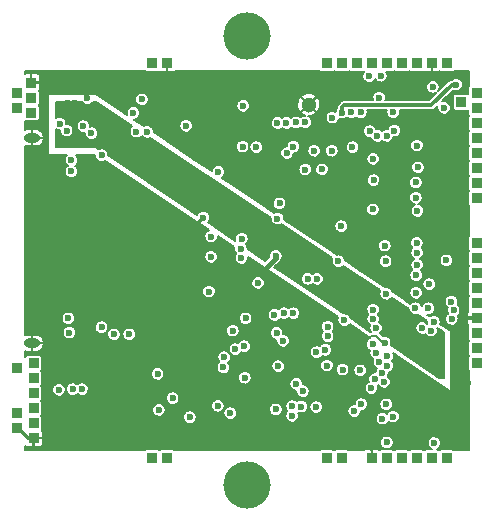
<source format=gbr>
G04 (created by PCBNEW (2013-jul-07)-stable) date su 14. joulukuuta 2014 12.55.15*
%MOIN*%
G04 Gerber Fmt 3.4, Leading zero omitted, Abs format*
%FSLAX34Y34*%
G01*
G70*
G90*
G04 APERTURE LIST*
%ADD10C,0.000787402*%
%ADD11R,0.0354X0.0354*%
%ADD12C,0.0511811*%
%ADD13O,0.0551181X0.0314961*%
%ADD14C,0.15748*%
%ADD15C,0.023622*%
%ADD16C,0.011811*%
%ADD17C,0.00590551*%
%ADD18C,0.015748*%
%ADD19C,0.00787402*%
G04 APERTURE END LIST*
G54D10*
G54D11*
X73500Y-41250D03*
X73500Y-41750D03*
X73425Y-30893D03*
X73425Y-30393D03*
X73425Y-29893D03*
X73500Y-40250D03*
X73500Y-40750D03*
X73500Y-39750D03*
X73500Y-39250D03*
X87755Y-30551D03*
G54D12*
X82677Y-30629D03*
G54D13*
X73443Y-31731D03*
X73443Y-38581D03*
G54D11*
X88268Y-36252D03*
X88268Y-35752D03*
X88268Y-35252D03*
X87268Y-42402D03*
X86768Y-42402D03*
X87268Y-29252D03*
X88268Y-31752D03*
X88268Y-31252D03*
X83768Y-42402D03*
X83268Y-42402D03*
X88268Y-33752D03*
X85768Y-29252D03*
X88268Y-32752D03*
X88268Y-32252D03*
X88268Y-33252D03*
X85768Y-42402D03*
X85268Y-42402D03*
X84768Y-29252D03*
X83768Y-29252D03*
X84268Y-29252D03*
X88268Y-30752D03*
X88268Y-30252D03*
X85268Y-29252D03*
X86268Y-42402D03*
X86768Y-29252D03*
X84768Y-42402D03*
X72953Y-30252D03*
X72953Y-30752D03*
X88268Y-37752D03*
X72953Y-40901D03*
X72953Y-41401D03*
X86268Y-29252D03*
X83268Y-29252D03*
X88268Y-36752D03*
X88268Y-37252D03*
G54D14*
X80610Y-28346D03*
X80610Y-43307D03*
G54D11*
X77452Y-42401D03*
X77952Y-42401D03*
X88267Y-38251D03*
X88267Y-39251D03*
X88267Y-38751D03*
X77452Y-29251D03*
X72952Y-39401D03*
X77952Y-29251D03*
G54D15*
X74803Y-40118D03*
X75118Y-40118D03*
X77283Y-31535D03*
X76929Y-31527D03*
X77637Y-39606D03*
X76830Y-30905D03*
X86314Y-32720D03*
X86299Y-34173D03*
X86291Y-35972D03*
X86291Y-35570D03*
X83464Y-31062D03*
X80444Y-35094D03*
X86232Y-37417D03*
X86255Y-36901D03*
X74370Y-31259D03*
X86244Y-33224D03*
X87188Y-30736D03*
X86692Y-36614D03*
X75767Y-32311D03*
X86862Y-41909D03*
X82429Y-40692D03*
X77114Y-30456D03*
X77677Y-40807D03*
X78590Y-31334D03*
X82480Y-40185D03*
X86665Y-37413D03*
X81822Y-38500D03*
X86248Y-33732D03*
X80523Y-38685D03*
X86283Y-31996D03*
X80141Y-38161D03*
X85297Y-39330D03*
X81702Y-33921D03*
X74661Y-37751D03*
X79854Y-39047D03*
X80543Y-39732D03*
X83803Y-39460D03*
X85255Y-36933D03*
X85259Y-40622D03*
X85286Y-39017D03*
X84834Y-33145D03*
X81602Y-38240D03*
X74763Y-32480D03*
X83307Y-38031D03*
X82165Y-32027D03*
X82559Y-31220D03*
X83307Y-38346D03*
X81948Y-32244D03*
X74763Y-32854D03*
X85236Y-35846D03*
X86259Y-36318D03*
X80492Y-30669D03*
X82925Y-40712D03*
X81653Y-39350D03*
X86279Y-35236D03*
X80570Y-37751D03*
X82165Y-37578D03*
X83283Y-39330D03*
X85185Y-39870D03*
X81850Y-37578D03*
X85488Y-41027D03*
X82259Y-39940D03*
X80228Y-38779D03*
X83759Y-34685D03*
X80433Y-35740D03*
X84881Y-39783D03*
X83444Y-32165D03*
X82854Y-32165D03*
X83661Y-35846D03*
X84763Y-40078D03*
X87433Y-37196D03*
X84814Y-34122D03*
X80413Y-35433D03*
X79665Y-32874D03*
X84822Y-32440D03*
X79645Y-40669D03*
X86811Y-30039D03*
X83118Y-32790D03*
X80472Y-32027D03*
X84192Y-40846D03*
X84429Y-40610D03*
X80925Y-32047D03*
X74696Y-38228D03*
X81633Y-31240D03*
X82933Y-38877D03*
X81929Y-31240D03*
X83228Y-38799D03*
X84960Y-31673D03*
X82125Y-41003D03*
X82952Y-36437D03*
X85078Y-29665D03*
X84685Y-29685D03*
X82637Y-36437D03*
X81531Y-37641D03*
X84094Y-30885D03*
X83858Y-37814D03*
X84389Y-39488D03*
X82244Y-31220D03*
X85019Y-30393D03*
X84921Y-38917D03*
X84409Y-30885D03*
X85030Y-39202D03*
X84803Y-38622D03*
X84704Y-31515D03*
X82122Y-40685D03*
X79830Y-39389D03*
X76181Y-38287D03*
X76692Y-38287D03*
X75767Y-38051D03*
X74350Y-40137D03*
X79350Y-36862D03*
X84822Y-37775D03*
X85531Y-31496D03*
X79421Y-35027D03*
X85492Y-30885D03*
X84921Y-38070D03*
X79421Y-35700D03*
X84822Y-37460D03*
X85275Y-31673D03*
X85118Y-39566D03*
X84133Y-32047D03*
X87590Y-29960D03*
X83787Y-30897D03*
X87992Y-39921D03*
X87933Y-38503D03*
X75291Y-30413D03*
X84409Y-30362D03*
X74933Y-39354D03*
X79165Y-34393D03*
X87905Y-33035D03*
X86488Y-34480D03*
X87244Y-33267D03*
X80484Y-31322D03*
X81574Y-35669D03*
X81889Y-38110D03*
X79606Y-38818D03*
X76751Y-40188D03*
X76771Y-39881D03*
X77637Y-38622D03*
X79405Y-36358D03*
X78118Y-31523D03*
X86287Y-40968D03*
X81374Y-41078D03*
X80106Y-32027D03*
X84814Y-33484D03*
X81141Y-37244D03*
X74818Y-41062D03*
X85204Y-38566D03*
X85287Y-36566D03*
X85291Y-34598D03*
X80846Y-32795D03*
X84763Y-41141D03*
X85393Y-41299D03*
X86224Y-38956D03*
X86279Y-38692D03*
X74889Y-30566D03*
X74665Y-30566D03*
X80059Y-40917D03*
X78708Y-41047D03*
X75161Y-31350D03*
X86452Y-38074D03*
X81633Y-34425D03*
X87263Y-35818D03*
X87503Y-37484D03*
X87440Y-37775D03*
X86842Y-37866D03*
X85133Y-41094D03*
X75433Y-31582D03*
X74606Y-31492D03*
X82559Y-32795D03*
X78137Y-40413D03*
X86759Y-38161D03*
X85208Y-35330D03*
X80984Y-36574D03*
X81574Y-40787D03*
X85275Y-41889D03*
G54D16*
X83787Y-30716D02*
X83862Y-30641D01*
X83862Y-30641D02*
X86763Y-30641D01*
X86763Y-30641D02*
X87444Y-29960D01*
X87444Y-29960D02*
X87590Y-29960D01*
X83787Y-30897D02*
X83787Y-30716D01*
G54D17*
X77952Y-29251D02*
X77952Y-29696D01*
X77952Y-29696D02*
X77960Y-29704D01*
G54D16*
X73500Y-41750D02*
X73328Y-41750D01*
X72979Y-41401D02*
X72953Y-41401D01*
X73328Y-41750D02*
X72979Y-41401D01*
X79165Y-34393D02*
X79165Y-34397D01*
X79165Y-34397D02*
X78854Y-34708D01*
G54D17*
X86768Y-29252D02*
X86768Y-29606D01*
X86768Y-29606D02*
X86769Y-29607D01*
G54D16*
X88268Y-37752D02*
X87960Y-37752D01*
X87960Y-37752D02*
X87939Y-37773D01*
G54D17*
X84768Y-42402D02*
X84768Y-41960D01*
X84768Y-41960D02*
X84771Y-41956D01*
G54D18*
X81574Y-35669D02*
X81574Y-35740D01*
X81574Y-35740D02*
X81039Y-36275D01*
G54D19*
X85204Y-38566D02*
X85153Y-38566D01*
X85153Y-38566D02*
X84933Y-38346D01*
X84933Y-38346D02*
X84736Y-38346D01*
X84736Y-38346D02*
X84488Y-38594D01*
G54D10*
G36*
X88001Y-42135D02*
X87730Y-42135D01*
X87730Y-37462D01*
X87721Y-37418D01*
X87704Y-37377D01*
X87680Y-37340D01*
X87648Y-37308D01*
X87635Y-37299D01*
X87648Y-37268D01*
X87658Y-37225D01*
X87659Y-37174D01*
X87650Y-37131D01*
X87633Y-37090D01*
X87609Y-37053D01*
X87578Y-37021D01*
X87541Y-36996D01*
X87500Y-36979D01*
X87490Y-36977D01*
X87490Y-35796D01*
X87481Y-35753D01*
X87464Y-35712D01*
X87440Y-35675D01*
X87408Y-35643D01*
X87371Y-35618D01*
X87331Y-35601D01*
X87287Y-35592D01*
X87243Y-35592D01*
X87199Y-35600D01*
X87158Y-35617D01*
X87121Y-35641D01*
X87089Y-35672D01*
X87064Y-35709D01*
X87046Y-35750D01*
X87037Y-35793D01*
X87037Y-35837D01*
X87045Y-35881D01*
X87061Y-35922D01*
X87085Y-35960D01*
X87116Y-35992D01*
X87152Y-36017D01*
X87193Y-36035D01*
X87236Y-36044D01*
X87281Y-36045D01*
X87324Y-36037D01*
X87366Y-36021D01*
X87403Y-35998D01*
X87435Y-35967D01*
X87461Y-35931D01*
X87479Y-35890D01*
X87489Y-35847D01*
X87490Y-35796D01*
X87490Y-36977D01*
X87456Y-36970D01*
X87412Y-36970D01*
X87368Y-36978D01*
X87327Y-36995D01*
X87290Y-37019D01*
X87258Y-37050D01*
X87233Y-37087D01*
X87216Y-37128D01*
X87207Y-37171D01*
X87206Y-37215D01*
X87214Y-37259D01*
X87230Y-37300D01*
X87254Y-37338D01*
X87285Y-37370D01*
X87301Y-37381D01*
X87287Y-37415D01*
X87277Y-37458D01*
X87277Y-37503D01*
X87285Y-37546D01*
X87301Y-37588D01*
X87305Y-37593D01*
X87298Y-37598D01*
X87266Y-37629D01*
X87241Y-37666D01*
X87224Y-37706D01*
X87214Y-37750D01*
X87214Y-37794D01*
X87222Y-37838D01*
X87238Y-37879D01*
X87262Y-37916D01*
X87293Y-37948D01*
X87329Y-37974D01*
X87370Y-37991D01*
X87414Y-38001D01*
X87458Y-38002D01*
X87502Y-37994D01*
X87543Y-37978D01*
X87580Y-37954D01*
X87613Y-37924D01*
X87638Y-37887D01*
X87656Y-37847D01*
X87666Y-37804D01*
X87667Y-37753D01*
X87658Y-37709D01*
X87641Y-37668D01*
X87639Y-37666D01*
X87643Y-37663D01*
X87676Y-37632D01*
X87701Y-37596D01*
X87719Y-37556D01*
X87729Y-37512D01*
X87730Y-37462D01*
X87730Y-42135D01*
X87506Y-42135D01*
X87496Y-42129D01*
X87477Y-42121D01*
X87456Y-42116D01*
X87435Y-42116D01*
X87431Y-42116D01*
X87431Y-40212D01*
X87431Y-38173D01*
X87060Y-37926D01*
X87068Y-37894D01*
X87068Y-37843D01*
X87060Y-37800D01*
X87043Y-37759D01*
X87018Y-37722D01*
X86987Y-37690D01*
X86950Y-37666D01*
X86919Y-37652D01*
X86919Y-36591D01*
X86910Y-36548D01*
X86893Y-36507D01*
X86869Y-36470D01*
X86837Y-36438D01*
X86801Y-36414D01*
X86760Y-36396D01*
X86716Y-36387D01*
X86672Y-36387D01*
X86628Y-36395D01*
X86587Y-36412D01*
X86550Y-36436D01*
X86541Y-36445D01*
X86541Y-32698D01*
X86532Y-32654D01*
X86515Y-32613D01*
X86509Y-32604D01*
X86509Y-31973D01*
X86501Y-31930D01*
X86484Y-31889D01*
X86459Y-31852D01*
X86428Y-31820D01*
X86391Y-31795D01*
X86350Y-31778D01*
X86307Y-31769D01*
X86262Y-31769D01*
X86219Y-31777D01*
X86178Y-31794D01*
X86140Y-31818D01*
X86109Y-31849D01*
X86084Y-31886D01*
X86066Y-31927D01*
X86057Y-31970D01*
X86056Y-32015D01*
X86064Y-32058D01*
X86081Y-32100D01*
X86105Y-32137D01*
X86136Y-32169D01*
X86172Y-32194D01*
X86213Y-32212D01*
X86256Y-32221D01*
X86300Y-32222D01*
X86344Y-32215D01*
X86386Y-32199D01*
X86423Y-32175D01*
X86455Y-32144D01*
X86481Y-32108D01*
X86499Y-32067D01*
X86509Y-32024D01*
X86509Y-31973D01*
X86509Y-32604D01*
X86491Y-32576D01*
X86459Y-32545D01*
X86423Y-32520D01*
X86382Y-32503D01*
X86338Y-32494D01*
X86294Y-32493D01*
X86250Y-32502D01*
X86209Y-32518D01*
X86172Y-32543D01*
X86140Y-32574D01*
X86115Y-32610D01*
X86098Y-32651D01*
X86088Y-32695D01*
X86088Y-32739D01*
X86096Y-32783D01*
X86112Y-32824D01*
X86136Y-32861D01*
X86167Y-32893D01*
X86203Y-32919D01*
X86244Y-32936D01*
X86288Y-32946D01*
X86332Y-32947D01*
X86376Y-32939D01*
X86417Y-32923D01*
X86455Y-32899D01*
X86487Y-32869D01*
X86512Y-32832D01*
X86530Y-32792D01*
X86540Y-32748D01*
X86541Y-32698D01*
X86541Y-36445D01*
X86525Y-36461D01*
X86525Y-34151D01*
X86516Y-34107D01*
X86500Y-34066D01*
X86475Y-34029D01*
X86444Y-33997D01*
X86407Y-33973D01*
X86366Y-33955D01*
X86322Y-33947D01*
X86320Y-33946D01*
X86350Y-33935D01*
X86388Y-33911D01*
X86420Y-33880D01*
X86445Y-33844D01*
X86463Y-33804D01*
X86473Y-33760D01*
X86474Y-33710D01*
X86470Y-33690D01*
X86470Y-33202D01*
X86461Y-33158D01*
X86444Y-33117D01*
X86420Y-33080D01*
X86389Y-33049D01*
X86352Y-33024D01*
X86311Y-33007D01*
X86267Y-32998D01*
X86223Y-32997D01*
X86179Y-33006D01*
X86138Y-33022D01*
X86101Y-33047D01*
X86069Y-33078D01*
X86044Y-33114D01*
X86027Y-33155D01*
X86018Y-33199D01*
X86017Y-33243D01*
X86025Y-33287D01*
X86041Y-33328D01*
X86065Y-33365D01*
X86096Y-33397D01*
X86133Y-33422D01*
X86173Y-33440D01*
X86217Y-33450D01*
X86261Y-33451D01*
X86305Y-33443D01*
X86346Y-33427D01*
X86384Y-33403D01*
X86416Y-33373D01*
X86441Y-33336D01*
X86459Y-33296D01*
X86469Y-33252D01*
X86470Y-33202D01*
X86470Y-33690D01*
X86465Y-33666D01*
X86448Y-33625D01*
X86424Y-33588D01*
X86393Y-33557D01*
X86356Y-33532D01*
X86315Y-33514D01*
X86271Y-33506D01*
X86227Y-33505D01*
X86183Y-33514D01*
X86142Y-33530D01*
X86105Y-33555D01*
X86073Y-33586D01*
X86048Y-33622D01*
X86031Y-33663D01*
X86021Y-33706D01*
X86021Y-33751D01*
X86029Y-33794D01*
X86045Y-33836D01*
X86069Y-33873D01*
X86100Y-33905D01*
X86137Y-33930D01*
X86177Y-33948D01*
X86221Y-33958D01*
X86226Y-33958D01*
X86193Y-33971D01*
X86156Y-33995D01*
X86124Y-34027D01*
X86099Y-34063D01*
X86082Y-34104D01*
X86073Y-34147D01*
X86072Y-34192D01*
X86080Y-34235D01*
X86096Y-34277D01*
X86120Y-34314D01*
X86151Y-34346D01*
X86188Y-34371D01*
X86228Y-34389D01*
X86272Y-34399D01*
X86316Y-34400D01*
X86360Y-34392D01*
X86401Y-34376D01*
X86439Y-34352D01*
X86471Y-34321D01*
X86496Y-34285D01*
X86515Y-34245D01*
X86524Y-34201D01*
X86525Y-34151D01*
X86525Y-36461D01*
X86518Y-36467D01*
X86517Y-36469D01*
X86517Y-35950D01*
X86509Y-35906D01*
X86492Y-35865D01*
X86467Y-35828D01*
X86436Y-35797D01*
X86399Y-35772D01*
X86397Y-35771D01*
X86431Y-35750D01*
X86463Y-35719D01*
X86489Y-35683D01*
X86507Y-35642D01*
X86517Y-35599D01*
X86517Y-35548D01*
X86509Y-35505D01*
X86492Y-35464D01*
X86467Y-35427D01*
X86438Y-35397D01*
X86451Y-35384D01*
X86477Y-35348D01*
X86495Y-35308D01*
X86505Y-35264D01*
X86505Y-35214D01*
X86497Y-35170D01*
X86480Y-35129D01*
X86455Y-35092D01*
X86424Y-35060D01*
X86387Y-35036D01*
X86346Y-35018D01*
X86303Y-35009D01*
X86258Y-35009D01*
X86215Y-35018D01*
X86174Y-35034D01*
X86136Y-35058D01*
X86105Y-35090D01*
X86080Y-35126D01*
X86062Y-35167D01*
X86053Y-35210D01*
X86052Y-35255D01*
X86060Y-35298D01*
X86077Y-35340D01*
X86101Y-35377D01*
X86132Y-35409D01*
X86132Y-35409D01*
X86117Y-35424D01*
X86092Y-35461D01*
X86074Y-35502D01*
X86065Y-35545D01*
X86064Y-35589D01*
X86072Y-35633D01*
X86089Y-35674D01*
X86113Y-35712D01*
X86143Y-35744D01*
X86180Y-35769D01*
X86185Y-35771D01*
X86148Y-35795D01*
X86117Y-35826D01*
X86092Y-35862D01*
X86074Y-35903D01*
X86065Y-35947D01*
X86064Y-35991D01*
X86072Y-36035D01*
X86089Y-36076D01*
X86113Y-36113D01*
X86131Y-36132D01*
X86117Y-36141D01*
X86085Y-36172D01*
X86060Y-36209D01*
X86043Y-36250D01*
X86033Y-36293D01*
X86033Y-36337D01*
X86041Y-36381D01*
X86057Y-36422D01*
X86081Y-36460D01*
X86112Y-36492D01*
X86148Y-36517D01*
X86189Y-36535D01*
X86232Y-36544D01*
X86277Y-36545D01*
X86321Y-36537D01*
X86362Y-36521D01*
X86399Y-36498D01*
X86432Y-36467D01*
X86457Y-36431D01*
X86475Y-36390D01*
X86485Y-36347D01*
X86486Y-36296D01*
X86477Y-36253D01*
X86460Y-36212D01*
X86436Y-36175D01*
X86420Y-36158D01*
X86431Y-36151D01*
X86463Y-36121D01*
X86489Y-36084D01*
X86507Y-36044D01*
X86517Y-36000D01*
X86517Y-35950D01*
X86517Y-36469D01*
X86493Y-36504D01*
X86476Y-36545D01*
X86466Y-36588D01*
X86466Y-36633D01*
X86474Y-36676D01*
X86490Y-36718D01*
X86514Y-36755D01*
X86545Y-36787D01*
X86581Y-36812D01*
X86622Y-36830D01*
X86665Y-36840D01*
X86710Y-36840D01*
X86754Y-36833D01*
X86795Y-36817D01*
X86832Y-36793D01*
X86865Y-36762D01*
X86890Y-36726D01*
X86908Y-36685D01*
X86918Y-36642D01*
X86919Y-36591D01*
X86919Y-37652D01*
X86909Y-37648D01*
X86866Y-37639D01*
X86821Y-37639D01*
X86778Y-37647D01*
X86737Y-37664D01*
X86702Y-37687D01*
X86626Y-37636D01*
X86638Y-37639D01*
X86682Y-37640D01*
X86726Y-37632D01*
X86767Y-37616D01*
X86805Y-37592D01*
X86837Y-37562D01*
X86863Y-37525D01*
X86881Y-37485D01*
X86891Y-37441D01*
X86891Y-37391D01*
X86883Y-37347D01*
X86866Y-37306D01*
X86841Y-37269D01*
X86810Y-37238D01*
X86773Y-37213D01*
X86732Y-37196D01*
X86689Y-37187D01*
X86644Y-37186D01*
X86601Y-37195D01*
X86559Y-37211D01*
X86522Y-37236D01*
X86491Y-37267D01*
X86482Y-37280D01*
X86482Y-36879D01*
X86473Y-36835D01*
X86456Y-36794D01*
X86432Y-36757D01*
X86400Y-36726D01*
X86364Y-36701D01*
X86323Y-36684D01*
X86279Y-36675D01*
X86235Y-36675D01*
X86191Y-36683D01*
X86150Y-36699D01*
X86113Y-36724D01*
X86081Y-36755D01*
X86056Y-36791D01*
X86039Y-36832D01*
X86029Y-36876D01*
X86029Y-36920D01*
X86037Y-36964D01*
X86053Y-37005D01*
X86077Y-37042D01*
X86108Y-37074D01*
X86144Y-37100D01*
X86185Y-37117D01*
X86228Y-37127D01*
X86273Y-37128D01*
X86317Y-37120D01*
X86358Y-37104D01*
X86395Y-37080D01*
X86428Y-37050D01*
X86453Y-37013D01*
X86471Y-36973D01*
X86481Y-36930D01*
X86482Y-36879D01*
X86482Y-37280D01*
X86466Y-37303D01*
X86448Y-37344D01*
X86448Y-37346D01*
X86433Y-37310D01*
X86408Y-37273D01*
X86377Y-37242D01*
X86340Y-37217D01*
X86299Y-37200D01*
X86256Y-37191D01*
X86211Y-37190D01*
X86168Y-37199D01*
X86126Y-37215D01*
X86089Y-37240D01*
X86066Y-37263D01*
X85757Y-37057D01*
X85757Y-31473D01*
X85749Y-31430D01*
X85732Y-31389D01*
X85707Y-31352D01*
X85676Y-31320D01*
X85639Y-31295D01*
X85598Y-31278D01*
X85555Y-31269D01*
X85510Y-31269D01*
X85467Y-31277D01*
X85426Y-31294D01*
X85388Y-31318D01*
X85357Y-31349D01*
X85332Y-31386D01*
X85314Y-31427D01*
X85310Y-31449D01*
X85299Y-31447D01*
X85254Y-31446D01*
X85211Y-31455D01*
X85170Y-31471D01*
X85133Y-31495D01*
X85118Y-31510D01*
X85105Y-31497D01*
X85068Y-31473D01*
X85027Y-31455D01*
X84984Y-31447D01*
X84940Y-31446D01*
X84922Y-31450D01*
X84922Y-31450D01*
X84905Y-31408D01*
X84881Y-31371D01*
X84849Y-31340D01*
X84812Y-31315D01*
X84771Y-31298D01*
X84728Y-31289D01*
X84684Y-31289D01*
X84640Y-31297D01*
X84599Y-31314D01*
X84562Y-31338D01*
X84530Y-31369D01*
X84505Y-31406D01*
X84487Y-31446D01*
X84478Y-31490D01*
X84478Y-31534D01*
X84486Y-31578D01*
X84502Y-31619D01*
X84526Y-31657D01*
X84557Y-31688D01*
X84593Y-31714D01*
X84634Y-31732D01*
X84677Y-31741D01*
X84722Y-31742D01*
X84743Y-31738D01*
X84758Y-31777D01*
X84782Y-31814D01*
X84813Y-31846D01*
X84849Y-31871D01*
X84890Y-31889D01*
X84933Y-31899D01*
X84978Y-31900D01*
X85021Y-31892D01*
X85063Y-31876D01*
X85100Y-31852D01*
X85118Y-31835D01*
X85128Y-31846D01*
X85164Y-31871D01*
X85205Y-31889D01*
X85248Y-31899D01*
X85293Y-31900D01*
X85336Y-31892D01*
X85378Y-31876D01*
X85415Y-31852D01*
X85447Y-31821D01*
X85473Y-31785D01*
X85491Y-31745D01*
X85497Y-31720D01*
X85504Y-31721D01*
X85548Y-31722D01*
X85592Y-31715D01*
X85634Y-31699D01*
X85671Y-31675D01*
X85703Y-31644D01*
X85729Y-31608D01*
X85747Y-31567D01*
X85757Y-31524D01*
X85757Y-31473D01*
X85757Y-37057D01*
X85473Y-36868D01*
X85473Y-36867D01*
X85462Y-36840D01*
X85462Y-35824D01*
X85453Y-35780D01*
X85437Y-35739D01*
X85435Y-35736D01*
X85435Y-35308D01*
X85426Y-35264D01*
X85409Y-35223D01*
X85384Y-35186D01*
X85353Y-35155D01*
X85316Y-35130D01*
X85275Y-35113D01*
X85232Y-35104D01*
X85188Y-35104D01*
X85144Y-35112D01*
X85103Y-35129D01*
X85066Y-35153D01*
X85061Y-35158D01*
X85061Y-33123D01*
X85052Y-33079D01*
X85049Y-33072D01*
X85049Y-32418D01*
X85040Y-32375D01*
X85023Y-32334D01*
X84999Y-32297D01*
X84967Y-32265D01*
X84931Y-32240D01*
X84890Y-32223D01*
X84846Y-32214D01*
X84802Y-32214D01*
X84758Y-32222D01*
X84717Y-32239D01*
X84680Y-32263D01*
X84648Y-32294D01*
X84623Y-32331D01*
X84606Y-32372D01*
X84596Y-32415D01*
X84596Y-32459D01*
X84604Y-32503D01*
X84620Y-32544D01*
X84644Y-32582D01*
X84675Y-32614D01*
X84711Y-32639D01*
X84752Y-32657D01*
X84795Y-32666D01*
X84840Y-32667D01*
X84884Y-32660D01*
X84925Y-32643D01*
X84962Y-32620D01*
X84995Y-32589D01*
X85020Y-32553D01*
X85038Y-32512D01*
X85048Y-32469D01*
X85049Y-32418D01*
X85049Y-33072D01*
X85035Y-33038D01*
X85010Y-33001D01*
X84979Y-32970D01*
X84942Y-32945D01*
X84901Y-32928D01*
X84858Y-32919D01*
X84814Y-32919D01*
X84770Y-32927D01*
X84729Y-32944D01*
X84692Y-32968D01*
X84660Y-32999D01*
X84635Y-33036D01*
X84617Y-33076D01*
X84608Y-33120D01*
X84607Y-33164D01*
X84615Y-33208D01*
X84632Y-33249D01*
X84656Y-33286D01*
X84687Y-33318D01*
X84723Y-33344D01*
X84764Y-33362D01*
X84807Y-33371D01*
X84852Y-33372D01*
X84895Y-33364D01*
X84937Y-33348D01*
X84974Y-33324D01*
X85006Y-33294D01*
X85032Y-33258D01*
X85050Y-33217D01*
X85060Y-33174D01*
X85061Y-33123D01*
X85061Y-35158D01*
X85041Y-35177D01*
X85041Y-34099D01*
X85032Y-34056D01*
X85015Y-34015D01*
X84991Y-33978D01*
X84959Y-33946D01*
X84923Y-33921D01*
X84882Y-33904D01*
X84838Y-33895D01*
X84794Y-33895D01*
X84750Y-33903D01*
X84709Y-33920D01*
X84672Y-33944D01*
X84640Y-33975D01*
X84615Y-34012D01*
X84598Y-34053D01*
X84588Y-34096D01*
X84588Y-34141D01*
X84596Y-34184D01*
X84612Y-34226D01*
X84636Y-34263D01*
X84667Y-34295D01*
X84703Y-34320D01*
X84744Y-34338D01*
X84788Y-34347D01*
X84832Y-34348D01*
X84876Y-34341D01*
X84917Y-34325D01*
X84955Y-34301D01*
X84987Y-34270D01*
X85012Y-34234D01*
X85030Y-34193D01*
X85040Y-34150D01*
X85041Y-34099D01*
X85041Y-35177D01*
X85034Y-35184D01*
X85009Y-35221D01*
X84991Y-35261D01*
X84982Y-35305D01*
X84981Y-35349D01*
X84990Y-35393D01*
X85006Y-35434D01*
X85030Y-35472D01*
X85061Y-35503D01*
X85097Y-35529D01*
X85138Y-35547D01*
X85181Y-35556D01*
X85226Y-35557D01*
X85269Y-35549D01*
X85311Y-35533D01*
X85348Y-35509D01*
X85380Y-35479D01*
X85406Y-35443D01*
X85424Y-35402D01*
X85434Y-35359D01*
X85435Y-35308D01*
X85435Y-35736D01*
X85412Y-35702D01*
X85381Y-35671D01*
X85344Y-35646D01*
X85303Y-35629D01*
X85259Y-35620D01*
X85215Y-35619D01*
X85171Y-35628D01*
X85130Y-35644D01*
X85093Y-35669D01*
X85061Y-35700D01*
X85036Y-35736D01*
X85019Y-35777D01*
X85010Y-35821D01*
X85009Y-35865D01*
X85017Y-35909D01*
X85033Y-35950D01*
X85057Y-35987D01*
X85088Y-36019D01*
X85125Y-36045D01*
X85165Y-36062D01*
X85209Y-36072D01*
X85253Y-36073D01*
X85297Y-36065D01*
X85338Y-36049D01*
X85376Y-36025D01*
X85408Y-35995D01*
X85434Y-35958D01*
X85452Y-35918D01*
X85461Y-35874D01*
X85462Y-35824D01*
X85462Y-36840D01*
X85456Y-36826D01*
X85432Y-36789D01*
X85400Y-36757D01*
X85364Y-36732D01*
X85323Y-36715D01*
X85279Y-36706D01*
X85235Y-36706D01*
X85232Y-36707D01*
X84360Y-36125D01*
X84360Y-32025D01*
X84351Y-31981D01*
X84334Y-31940D01*
X84310Y-31903D01*
X84278Y-31871D01*
X84242Y-31847D01*
X84201Y-31829D01*
X84157Y-31821D01*
X84113Y-31820D01*
X84069Y-31829D01*
X84028Y-31845D01*
X83991Y-31869D01*
X83959Y-31901D01*
X83934Y-31937D01*
X83917Y-31978D01*
X83907Y-32021D01*
X83907Y-32066D01*
X83915Y-32109D01*
X83931Y-32151D01*
X83955Y-32188D01*
X83986Y-32220D01*
X84022Y-32245D01*
X84063Y-32263D01*
X84106Y-32273D01*
X84151Y-32274D01*
X84195Y-32266D01*
X84236Y-32250D01*
X84273Y-32226D01*
X84306Y-32195D01*
X84331Y-32159D01*
X84349Y-32119D01*
X84359Y-32075D01*
X84360Y-32025D01*
X84360Y-36125D01*
X83986Y-35876D01*
X83986Y-34662D01*
X83977Y-34619D01*
X83960Y-34578D01*
X83936Y-34541D01*
X83904Y-34509D01*
X83868Y-34484D01*
X83827Y-34467D01*
X83783Y-34458D01*
X83739Y-34458D01*
X83695Y-34466D01*
X83671Y-34476D01*
X83671Y-32143D01*
X83662Y-32099D01*
X83645Y-32058D01*
X83621Y-32021D01*
X83589Y-31990D01*
X83553Y-31965D01*
X83512Y-31948D01*
X83468Y-31939D01*
X83424Y-31938D01*
X83380Y-31947D01*
X83339Y-31963D01*
X83302Y-31988D01*
X83270Y-32019D01*
X83245Y-32055D01*
X83228Y-32096D01*
X83218Y-32139D01*
X83218Y-32184D01*
X83226Y-32228D01*
X83242Y-32269D01*
X83266Y-32306D01*
X83297Y-32338D01*
X83333Y-32363D01*
X83374Y-32381D01*
X83417Y-32391D01*
X83462Y-32392D01*
X83506Y-32384D01*
X83547Y-32368D01*
X83584Y-32344D01*
X83617Y-32313D01*
X83642Y-32277D01*
X83660Y-32237D01*
X83670Y-32193D01*
X83671Y-32143D01*
X83671Y-34476D01*
X83654Y-34483D01*
X83617Y-34507D01*
X83585Y-34538D01*
X83560Y-34575D01*
X83543Y-34616D01*
X83533Y-34659D01*
X83533Y-34704D01*
X83541Y-34747D01*
X83557Y-34789D01*
X83581Y-34826D01*
X83612Y-34858D01*
X83648Y-34883D01*
X83689Y-34901D01*
X83732Y-34910D01*
X83777Y-34911D01*
X83821Y-34904D01*
X83862Y-34888D01*
X83899Y-34864D01*
X83932Y-34833D01*
X83957Y-34797D01*
X83975Y-34756D01*
X83985Y-34713D01*
X83986Y-34662D01*
X83986Y-35876D01*
X83884Y-35808D01*
X83879Y-35780D01*
X83862Y-35739D01*
X83837Y-35702D01*
X83806Y-35671D01*
X83769Y-35646D01*
X83728Y-35629D01*
X83685Y-35620D01*
X83640Y-35619D01*
X83610Y-35625D01*
X83344Y-35448D01*
X83344Y-32767D01*
X83335Y-32724D01*
X83318Y-32683D01*
X83294Y-32646D01*
X83262Y-32614D01*
X83226Y-32589D01*
X83185Y-32572D01*
X83141Y-32563D01*
X83097Y-32563D01*
X83080Y-32566D01*
X83080Y-32143D01*
X83072Y-32099D01*
X83062Y-32076D01*
X83062Y-30640D01*
X83057Y-30565D01*
X83037Y-30492D01*
X83003Y-30425D01*
X82992Y-30408D01*
X82931Y-30384D01*
X82923Y-30392D01*
X82923Y-30375D01*
X82899Y-30314D01*
X82833Y-30277D01*
X82762Y-30253D01*
X82687Y-30244D01*
X82612Y-30249D01*
X82539Y-30269D01*
X82472Y-30303D01*
X82455Y-30314D01*
X82431Y-30375D01*
X82677Y-30621D01*
X82923Y-30375D01*
X82923Y-30392D01*
X82685Y-30629D01*
X82931Y-30875D01*
X82992Y-30851D01*
X83029Y-30786D01*
X83053Y-30714D01*
X83062Y-30640D01*
X83062Y-32076D01*
X83055Y-32058D01*
X83030Y-32021D01*
X82999Y-31990D01*
X82962Y-31965D01*
X82923Y-31948D01*
X82923Y-30884D01*
X82677Y-30638D01*
X82668Y-30646D01*
X82668Y-30629D01*
X82422Y-30384D01*
X82361Y-30408D01*
X82324Y-30473D01*
X82300Y-30544D01*
X82291Y-30619D01*
X82296Y-30694D01*
X82316Y-30767D01*
X82350Y-30834D01*
X82361Y-30851D01*
X82422Y-30875D01*
X82668Y-30629D01*
X82668Y-30646D01*
X82431Y-30884D01*
X82455Y-30945D01*
X82520Y-30982D01*
X82555Y-30994D01*
X82538Y-30993D01*
X82494Y-31002D01*
X82453Y-31018D01*
X82416Y-31043D01*
X82401Y-31057D01*
X82389Y-31045D01*
X82352Y-31020D01*
X82311Y-31003D01*
X82267Y-30994D01*
X82223Y-30993D01*
X82179Y-31002D01*
X82138Y-31018D01*
X82101Y-31043D01*
X82076Y-31067D01*
X82074Y-31064D01*
X82037Y-31040D01*
X81996Y-31022D01*
X81952Y-31013D01*
X81908Y-31013D01*
X81864Y-31021D01*
X81823Y-31038D01*
X81786Y-31062D01*
X81781Y-31067D01*
X81778Y-31064D01*
X81742Y-31040D01*
X81701Y-31022D01*
X81657Y-31013D01*
X81613Y-31013D01*
X81569Y-31021D01*
X81528Y-31038D01*
X81491Y-31062D01*
X81459Y-31093D01*
X81434Y-31130D01*
X81417Y-31171D01*
X81407Y-31214D01*
X81407Y-31259D01*
X81415Y-31302D01*
X81431Y-31344D01*
X81455Y-31381D01*
X81486Y-31413D01*
X81522Y-31438D01*
X81563Y-31456D01*
X81606Y-31466D01*
X81651Y-31466D01*
X81695Y-31459D01*
X81736Y-31443D01*
X81773Y-31419D01*
X81780Y-31412D01*
X81781Y-31413D01*
X81818Y-31438D01*
X81858Y-31456D01*
X81902Y-31466D01*
X81946Y-31466D01*
X81990Y-31459D01*
X82031Y-31443D01*
X82069Y-31419D01*
X82096Y-31393D01*
X82096Y-31393D01*
X82133Y-31419D01*
X82173Y-31436D01*
X82217Y-31446D01*
X82261Y-31447D01*
X82305Y-31439D01*
X82346Y-31423D01*
X82384Y-31399D01*
X82401Y-31383D01*
X82411Y-31393D01*
X82448Y-31419D01*
X82488Y-31436D01*
X82532Y-31446D01*
X82576Y-31447D01*
X82620Y-31439D01*
X82661Y-31423D01*
X82699Y-31399D01*
X82731Y-31369D01*
X82756Y-31332D01*
X82774Y-31292D01*
X82784Y-31248D01*
X82785Y-31198D01*
X82776Y-31154D01*
X82759Y-31113D01*
X82735Y-31076D01*
X82704Y-31045D01*
X82667Y-31020D01*
X82650Y-31013D01*
X82666Y-31015D01*
X82742Y-31010D01*
X82814Y-30990D01*
X82882Y-30956D01*
X82899Y-30945D01*
X82923Y-30884D01*
X82923Y-31948D01*
X82921Y-31948D01*
X82878Y-31939D01*
X82833Y-31938D01*
X82790Y-31947D01*
X82748Y-31963D01*
X82711Y-31988D01*
X82680Y-32019D01*
X82654Y-32055D01*
X82637Y-32096D01*
X82628Y-32139D01*
X82627Y-32184D01*
X82635Y-32228D01*
X82652Y-32269D01*
X82676Y-32306D01*
X82706Y-32338D01*
X82743Y-32363D01*
X82784Y-32381D01*
X82827Y-32391D01*
X82871Y-32392D01*
X82915Y-32384D01*
X82956Y-32368D01*
X82994Y-32344D01*
X83026Y-32313D01*
X83052Y-32277D01*
X83070Y-32237D01*
X83080Y-32193D01*
X83080Y-32143D01*
X83080Y-32566D01*
X83053Y-32571D01*
X83012Y-32588D01*
X82975Y-32612D01*
X82943Y-32643D01*
X82918Y-32680D01*
X82901Y-32721D01*
X82891Y-32764D01*
X82891Y-32809D01*
X82899Y-32852D01*
X82915Y-32893D01*
X82939Y-32931D01*
X82970Y-32963D01*
X83007Y-32988D01*
X83047Y-33006D01*
X83091Y-33015D01*
X83135Y-33016D01*
X83179Y-33009D01*
X83220Y-32993D01*
X83258Y-32969D01*
X83290Y-32938D01*
X83315Y-32902D01*
X83333Y-32861D01*
X83343Y-32818D01*
X83344Y-32767D01*
X83344Y-35448D01*
X82785Y-35076D01*
X82785Y-32773D01*
X82776Y-32729D01*
X82759Y-32688D01*
X82735Y-32651D01*
X82704Y-32620D01*
X82667Y-32595D01*
X82626Y-32577D01*
X82582Y-32569D01*
X82538Y-32568D01*
X82494Y-32577D01*
X82453Y-32593D01*
X82416Y-32617D01*
X82391Y-32642D01*
X82391Y-32005D01*
X82383Y-31961D01*
X82366Y-31920D01*
X82341Y-31883D01*
X82310Y-31852D01*
X82273Y-31827D01*
X82232Y-31810D01*
X82189Y-31801D01*
X82144Y-31801D01*
X82101Y-31809D01*
X82059Y-31825D01*
X82022Y-31850D01*
X81991Y-31881D01*
X81966Y-31917D01*
X81948Y-31958D01*
X81939Y-32002D01*
X81939Y-32017D01*
X81928Y-32017D01*
X81884Y-32025D01*
X81843Y-32042D01*
X81806Y-32066D01*
X81774Y-32097D01*
X81749Y-32134D01*
X81731Y-32175D01*
X81722Y-32218D01*
X81722Y-32263D01*
X81730Y-32306D01*
X81746Y-32348D01*
X81770Y-32385D01*
X81801Y-32417D01*
X81837Y-32442D01*
X81878Y-32460D01*
X81921Y-32469D01*
X81966Y-32470D01*
X82009Y-32463D01*
X82051Y-32447D01*
X82088Y-32423D01*
X82121Y-32392D01*
X82146Y-32356D01*
X82164Y-32315D01*
X82174Y-32272D01*
X82174Y-32254D01*
X82182Y-32254D01*
X82226Y-32246D01*
X82267Y-32230D01*
X82305Y-32206D01*
X82337Y-32176D01*
X82363Y-32139D01*
X82381Y-32099D01*
X82391Y-32056D01*
X82391Y-32005D01*
X82391Y-32642D01*
X82384Y-32649D01*
X82359Y-32685D01*
X82342Y-32726D01*
X82332Y-32769D01*
X82332Y-32814D01*
X82340Y-32857D01*
X82356Y-32899D01*
X82380Y-32936D01*
X82411Y-32968D01*
X82448Y-32993D01*
X82488Y-33011D01*
X82532Y-33021D01*
X82576Y-33022D01*
X82620Y-33014D01*
X82661Y-32998D01*
X82699Y-32974D01*
X82731Y-32943D01*
X82756Y-32907D01*
X82774Y-32867D01*
X82784Y-32823D01*
X82785Y-32773D01*
X82785Y-35076D01*
X81928Y-34504D01*
X81928Y-33898D01*
X81919Y-33855D01*
X81902Y-33814D01*
X81878Y-33777D01*
X81846Y-33745D01*
X81810Y-33720D01*
X81769Y-33703D01*
X81725Y-33694D01*
X81681Y-33694D01*
X81637Y-33702D01*
X81596Y-33719D01*
X81559Y-33743D01*
X81527Y-33774D01*
X81502Y-33811D01*
X81485Y-33852D01*
X81475Y-33895D01*
X81475Y-33940D01*
X81483Y-33983D01*
X81499Y-34024D01*
X81523Y-34062D01*
X81554Y-34094D01*
X81591Y-34119D01*
X81631Y-34137D01*
X81675Y-34146D01*
X81719Y-34147D01*
X81763Y-34140D01*
X81804Y-34124D01*
X81842Y-34100D01*
X81874Y-34069D01*
X81899Y-34033D01*
X81917Y-33992D01*
X81927Y-33949D01*
X81928Y-33898D01*
X81928Y-34504D01*
X81858Y-34458D01*
X81859Y-34453D01*
X81860Y-34402D01*
X81851Y-34359D01*
X81834Y-34318D01*
X81810Y-34281D01*
X81778Y-34249D01*
X81742Y-34225D01*
X81701Y-34207D01*
X81657Y-34198D01*
X81613Y-34198D01*
X81569Y-34206D01*
X81528Y-34223D01*
X81517Y-34230D01*
X81151Y-33986D01*
X81151Y-32025D01*
X81142Y-31981D01*
X81126Y-31940D01*
X81101Y-31903D01*
X81070Y-31871D01*
X81033Y-31847D01*
X80992Y-31829D01*
X80948Y-31821D01*
X80904Y-31820D01*
X80860Y-31829D01*
X80819Y-31845D01*
X80782Y-31869D01*
X80750Y-31901D01*
X80725Y-31937D01*
X80718Y-31954D01*
X80718Y-30647D01*
X80709Y-30603D01*
X80692Y-30562D01*
X80668Y-30525D01*
X80637Y-30494D01*
X80600Y-30469D01*
X80559Y-30451D01*
X80515Y-30443D01*
X80471Y-30442D01*
X80427Y-30451D01*
X80386Y-30467D01*
X80349Y-30492D01*
X80317Y-30523D01*
X80292Y-30559D01*
X80275Y-30600D01*
X80266Y-30643D01*
X80265Y-30688D01*
X80273Y-30731D01*
X80289Y-30773D01*
X80313Y-30810D01*
X80344Y-30842D01*
X80381Y-30867D01*
X80421Y-30885D01*
X80465Y-30895D01*
X80509Y-30896D01*
X80553Y-30888D01*
X80594Y-30872D01*
X80632Y-30848D01*
X80664Y-30817D01*
X80689Y-30781D01*
X80707Y-30741D01*
X80717Y-30697D01*
X80718Y-30647D01*
X80718Y-31954D01*
X80708Y-31978D01*
X80699Y-32021D01*
X80698Y-32044D01*
X80698Y-32005D01*
X80690Y-31961D01*
X80673Y-31920D01*
X80648Y-31883D01*
X80617Y-31852D01*
X80580Y-31827D01*
X80539Y-31810D01*
X80496Y-31801D01*
X80451Y-31801D01*
X80408Y-31809D01*
X80367Y-31825D01*
X80329Y-31850D01*
X80298Y-31881D01*
X80273Y-31917D01*
X80255Y-31958D01*
X80246Y-32002D01*
X80245Y-32046D01*
X80253Y-32090D01*
X80270Y-32131D01*
X80294Y-32168D01*
X80325Y-32200D01*
X80361Y-32226D01*
X80402Y-32243D01*
X80445Y-32253D01*
X80489Y-32254D01*
X80533Y-32246D01*
X80575Y-32230D01*
X80612Y-32206D01*
X80644Y-32176D01*
X80670Y-32139D01*
X80688Y-32099D01*
X80698Y-32056D01*
X80698Y-32005D01*
X80698Y-32044D01*
X80698Y-32066D01*
X80706Y-32109D01*
X80722Y-32151D01*
X80746Y-32188D01*
X80777Y-32220D01*
X80814Y-32245D01*
X80854Y-32263D01*
X80898Y-32273D01*
X80942Y-32274D01*
X80986Y-32266D01*
X81027Y-32250D01*
X81065Y-32226D01*
X81097Y-32195D01*
X81122Y-32159D01*
X81141Y-32119D01*
X81150Y-32075D01*
X81151Y-32025D01*
X81151Y-33986D01*
X79777Y-33070D01*
X79805Y-33053D01*
X79837Y-33022D01*
X79863Y-32986D01*
X79881Y-32945D01*
X79891Y-32902D01*
X79891Y-32851D01*
X79883Y-32808D01*
X79866Y-32767D01*
X79841Y-32730D01*
X79810Y-32698D01*
X79773Y-32673D01*
X79732Y-32656D01*
X79689Y-32647D01*
X79644Y-32647D01*
X79601Y-32655D01*
X79559Y-32672D01*
X79522Y-32696D01*
X79491Y-32727D01*
X79466Y-32764D01*
X79448Y-32805D01*
X79439Y-32845D01*
X78816Y-32430D01*
X78816Y-31312D01*
X78808Y-31268D01*
X78791Y-31227D01*
X78766Y-31190D01*
X78735Y-31159D01*
X78698Y-31134D01*
X78657Y-31117D01*
X78614Y-31108D01*
X78569Y-31108D01*
X78526Y-31116D01*
X78485Y-31133D01*
X78448Y-31157D01*
X78416Y-31188D01*
X78391Y-31225D01*
X78373Y-31265D01*
X78364Y-31309D01*
X78363Y-31353D01*
X78371Y-31397D01*
X78388Y-31438D01*
X78412Y-31475D01*
X78443Y-31507D01*
X78479Y-31533D01*
X78520Y-31550D01*
X78563Y-31560D01*
X78608Y-31561D01*
X78651Y-31553D01*
X78693Y-31537D01*
X78730Y-31513D01*
X78762Y-31483D01*
X78788Y-31447D01*
X78806Y-31406D01*
X78816Y-31363D01*
X78816Y-31312D01*
X78816Y-32430D01*
X77509Y-31558D01*
X77509Y-31513D01*
X77501Y-31469D01*
X77484Y-31428D01*
X77459Y-31391D01*
X77428Y-31360D01*
X77391Y-31335D01*
X77350Y-31318D01*
X77340Y-31316D01*
X77340Y-30434D01*
X77331Y-30390D01*
X77315Y-30349D01*
X77290Y-30312D01*
X77259Y-30281D01*
X77222Y-30256D01*
X77181Y-30239D01*
X77137Y-30230D01*
X77093Y-30230D01*
X77049Y-30238D01*
X77008Y-30255D01*
X76971Y-30279D01*
X76939Y-30310D01*
X76914Y-30347D01*
X76897Y-30387D01*
X76888Y-30431D01*
X76887Y-30475D01*
X76895Y-30519D01*
X76911Y-30560D01*
X76935Y-30597D01*
X76966Y-30629D01*
X77003Y-30655D01*
X77043Y-30673D01*
X77087Y-30682D01*
X77131Y-30683D01*
X77175Y-30675D01*
X77216Y-30659D01*
X77254Y-30635D01*
X77286Y-30605D01*
X77311Y-30569D01*
X77330Y-30528D01*
X77339Y-30485D01*
X77340Y-30434D01*
X77340Y-31316D01*
X77307Y-31309D01*
X77262Y-31308D01*
X77219Y-31317D01*
X77178Y-31333D01*
X77175Y-31335D01*
X76865Y-31129D01*
X76891Y-31124D01*
X76933Y-31108D01*
X76970Y-31084D01*
X77002Y-31054D01*
X77028Y-31017D01*
X77046Y-30977D01*
X77056Y-30934D01*
X77057Y-30883D01*
X77048Y-30839D01*
X77031Y-30798D01*
X77006Y-30761D01*
X76975Y-30730D01*
X76938Y-30705D01*
X76897Y-30688D01*
X76854Y-30679D01*
X76810Y-30678D01*
X76766Y-30687D01*
X76725Y-30703D01*
X76688Y-30728D01*
X76656Y-30759D01*
X76631Y-30795D01*
X76613Y-30836D01*
X76604Y-30880D01*
X76604Y-30924D01*
X76610Y-30959D01*
X75599Y-30285D01*
X73986Y-30285D01*
X73986Y-32312D01*
X74611Y-32312D01*
X74589Y-32334D01*
X74564Y-32370D01*
X74546Y-32411D01*
X74537Y-32454D01*
X74537Y-32499D01*
X74545Y-32543D01*
X74561Y-32584D01*
X74585Y-32621D01*
X74616Y-32653D01*
X74636Y-32667D01*
X74621Y-32677D01*
X74589Y-32708D01*
X74564Y-32744D01*
X74546Y-32785D01*
X74537Y-32828D01*
X74537Y-32873D01*
X74545Y-32917D01*
X74561Y-32958D01*
X74585Y-32995D01*
X74616Y-33027D01*
X74652Y-33052D01*
X74693Y-33070D01*
X74736Y-33080D01*
X74781Y-33081D01*
X74824Y-33073D01*
X74866Y-33057D01*
X74903Y-33033D01*
X74935Y-33002D01*
X74961Y-32966D01*
X74979Y-32926D01*
X74989Y-32882D01*
X74990Y-32832D01*
X74981Y-32788D01*
X74964Y-32747D01*
X74940Y-32710D01*
X74908Y-32679D01*
X74891Y-32667D01*
X74903Y-32659D01*
X74935Y-32628D01*
X74961Y-32592D01*
X74979Y-32552D01*
X74989Y-32508D01*
X74990Y-32458D01*
X74981Y-32414D01*
X74964Y-32373D01*
X74940Y-32336D01*
X74916Y-32312D01*
X75541Y-32312D01*
X75541Y-32330D01*
X75549Y-32373D01*
X75565Y-32415D01*
X75589Y-32452D01*
X75620Y-32484D01*
X75656Y-32509D01*
X75697Y-32527D01*
X75740Y-32536D01*
X75785Y-32537D01*
X75828Y-32530D01*
X75870Y-32514D01*
X75876Y-32509D01*
X79337Y-34817D01*
X79315Y-34825D01*
X79278Y-34850D01*
X79247Y-34881D01*
X79221Y-34917D01*
X79204Y-34958D01*
X79195Y-35002D01*
X79194Y-35046D01*
X79202Y-35090D01*
X79218Y-35131D01*
X79242Y-35168D01*
X79273Y-35200D01*
X79310Y-35226D01*
X79350Y-35243D01*
X79394Y-35253D01*
X79438Y-35254D01*
X79482Y-35246D01*
X79523Y-35230D01*
X79561Y-35206D01*
X79593Y-35176D01*
X79619Y-35139D01*
X79637Y-35099D01*
X79646Y-35056D01*
X79647Y-35023D01*
X80191Y-35386D01*
X80187Y-35407D01*
X80186Y-35452D01*
X80194Y-35495D01*
X80211Y-35537D01*
X80235Y-35574D01*
X80256Y-35596D01*
X80233Y-35630D01*
X80216Y-35671D01*
X80207Y-35714D01*
X80206Y-35759D01*
X80214Y-35802D01*
X80230Y-35844D01*
X80254Y-35881D01*
X80285Y-35913D01*
X80322Y-35938D01*
X80362Y-35956D01*
X80406Y-35966D01*
X80450Y-35966D01*
X80494Y-35959D01*
X80535Y-35943D01*
X80573Y-35919D01*
X80605Y-35888D01*
X80630Y-35852D01*
X80648Y-35811D01*
X80658Y-35768D01*
X80659Y-35717D01*
X80654Y-35695D01*
X83662Y-37700D01*
X83658Y-37705D01*
X83641Y-37746D01*
X83632Y-37789D01*
X83631Y-37833D01*
X83639Y-37877D01*
X83655Y-37918D01*
X83679Y-37956D01*
X83710Y-37988D01*
X83747Y-38013D01*
X83787Y-38031D01*
X83831Y-38040D01*
X83875Y-38041D01*
X83919Y-38034D01*
X83960Y-38018D01*
X83998Y-37994D01*
X84030Y-37963D01*
X84039Y-37951D01*
X84725Y-38409D01*
X84697Y-38420D01*
X84660Y-38444D01*
X84628Y-38475D01*
X84603Y-38512D01*
X84586Y-38553D01*
X84577Y-38596D01*
X84576Y-38641D01*
X84584Y-38684D01*
X84600Y-38726D01*
X84624Y-38763D01*
X84655Y-38795D01*
X84692Y-38820D01*
X84712Y-38829D01*
X84704Y-38848D01*
X84695Y-38891D01*
X84694Y-38936D01*
X84702Y-38980D01*
X84718Y-39021D01*
X84742Y-39058D01*
X84773Y-39090D01*
X84810Y-39115D01*
X84818Y-39119D01*
X84813Y-39133D01*
X84803Y-39176D01*
X84803Y-39221D01*
X84811Y-39264D01*
X84827Y-39305D01*
X84851Y-39343D01*
X84882Y-39375D01*
X84919Y-39400D01*
X84950Y-39414D01*
X84943Y-39420D01*
X84918Y-39457D01*
X84901Y-39498D01*
X84892Y-39541D01*
X84891Y-39557D01*
X84861Y-39556D01*
X84817Y-39565D01*
X84776Y-39581D01*
X84739Y-39606D01*
X84707Y-39637D01*
X84682Y-39673D01*
X84665Y-39714D01*
X84655Y-39758D01*
X84655Y-39802D01*
X84663Y-39846D01*
X84673Y-39871D01*
X84658Y-39877D01*
X84621Y-39901D01*
X84616Y-39906D01*
X84616Y-39465D01*
X84607Y-39422D01*
X84590Y-39381D01*
X84566Y-39344D01*
X84534Y-39312D01*
X84497Y-39288D01*
X84457Y-39270D01*
X84413Y-39261D01*
X84369Y-39261D01*
X84325Y-39269D01*
X84284Y-39286D01*
X84247Y-39310D01*
X84215Y-39341D01*
X84190Y-39378D01*
X84172Y-39419D01*
X84163Y-39462D01*
X84163Y-39507D01*
X84171Y-39550D01*
X84187Y-39592D01*
X84211Y-39629D01*
X84242Y-39661D01*
X84278Y-39686D01*
X84319Y-39704D01*
X84362Y-39714D01*
X84407Y-39714D01*
X84450Y-39707D01*
X84492Y-39691D01*
X84529Y-39667D01*
X84561Y-39636D01*
X84587Y-39600D01*
X84605Y-39559D01*
X84615Y-39516D01*
X84616Y-39465D01*
X84616Y-39906D01*
X84589Y-39932D01*
X84564Y-39969D01*
X84546Y-40009D01*
X84537Y-40053D01*
X84537Y-40097D01*
X84545Y-40141D01*
X84561Y-40182D01*
X84585Y-40220D01*
X84616Y-40251D01*
X84652Y-40277D01*
X84693Y-40295D01*
X84736Y-40304D01*
X84781Y-40305D01*
X84824Y-40297D01*
X84866Y-40281D01*
X84903Y-40257D01*
X84935Y-40227D01*
X84961Y-40191D01*
X84979Y-40150D01*
X84989Y-40107D01*
X84990Y-40056D01*
X84981Y-40012D01*
X84972Y-39991D01*
X84984Y-39986D01*
X84988Y-39983D01*
X85006Y-40011D01*
X85037Y-40043D01*
X85074Y-40068D01*
X85114Y-40086D01*
X85158Y-40095D01*
X85202Y-40096D01*
X85246Y-40089D01*
X85287Y-40073D01*
X85325Y-40049D01*
X85357Y-40018D01*
X85382Y-39982D01*
X85400Y-39941D01*
X85410Y-39898D01*
X85411Y-39847D01*
X85402Y-39804D01*
X85385Y-39763D01*
X85361Y-39726D01*
X85330Y-39694D01*
X85313Y-39683D01*
X85315Y-39679D01*
X85333Y-39638D01*
X85343Y-39595D01*
X85344Y-39551D01*
X85358Y-39549D01*
X85399Y-39533D01*
X85437Y-39509D01*
X85469Y-39478D01*
X85494Y-39442D01*
X85512Y-39401D01*
X85522Y-39358D01*
X85523Y-39307D01*
X85514Y-39264D01*
X85497Y-39223D01*
X85473Y-39186D01*
X85455Y-39168D01*
X85458Y-39165D01*
X85483Y-39129D01*
X85501Y-39088D01*
X85511Y-39045D01*
X85512Y-38994D01*
X85503Y-38951D01*
X85490Y-38918D01*
X87431Y-40212D01*
X87431Y-42116D01*
X87080Y-42116D01*
X87059Y-42120D01*
X87039Y-42128D01*
X87029Y-42135D01*
X87006Y-42135D01*
X86996Y-42129D01*
X86977Y-42121D01*
X86956Y-42116D01*
X86953Y-42116D01*
X86964Y-42112D01*
X87002Y-42088D01*
X87034Y-42058D01*
X87059Y-42021D01*
X87078Y-41981D01*
X87087Y-41937D01*
X87088Y-41887D01*
X87079Y-41843D01*
X87063Y-41802D01*
X87038Y-41765D01*
X87007Y-41734D01*
X86970Y-41709D01*
X86929Y-41692D01*
X86885Y-41683D01*
X86841Y-41682D01*
X86797Y-41691D01*
X86756Y-41707D01*
X86719Y-41732D01*
X86687Y-41763D01*
X86662Y-41799D01*
X86645Y-41840D01*
X86636Y-41884D01*
X86635Y-41928D01*
X86643Y-41972D01*
X86659Y-42013D01*
X86683Y-42050D01*
X86714Y-42082D01*
X86751Y-42108D01*
X86771Y-42116D01*
X86580Y-42116D01*
X86559Y-42120D01*
X86539Y-42128D01*
X86529Y-42135D01*
X86506Y-42135D01*
X86496Y-42129D01*
X86477Y-42121D01*
X86456Y-42116D01*
X86435Y-42116D01*
X86080Y-42116D01*
X86059Y-42120D01*
X86039Y-42128D01*
X86029Y-42135D01*
X86006Y-42135D01*
X85996Y-42129D01*
X85977Y-42121D01*
X85956Y-42116D01*
X85935Y-42116D01*
X85714Y-42116D01*
X85714Y-41005D01*
X85705Y-40961D01*
X85689Y-40920D01*
X85664Y-40883D01*
X85633Y-40852D01*
X85596Y-40827D01*
X85555Y-40810D01*
X85511Y-40801D01*
X85486Y-40801D01*
X85486Y-40599D01*
X85477Y-40556D01*
X85460Y-40515D01*
X85436Y-40478D01*
X85404Y-40446D01*
X85368Y-40421D01*
X85327Y-40404D01*
X85283Y-40395D01*
X85239Y-40395D01*
X85195Y-40403D01*
X85154Y-40420D01*
X85117Y-40444D01*
X85085Y-40475D01*
X85060Y-40512D01*
X85043Y-40553D01*
X85033Y-40596D01*
X85033Y-40641D01*
X85041Y-40684D01*
X85057Y-40726D01*
X85081Y-40763D01*
X85112Y-40795D01*
X85148Y-40820D01*
X85189Y-40838D01*
X85232Y-40847D01*
X85277Y-40848D01*
X85321Y-40841D01*
X85362Y-40825D01*
X85399Y-40801D01*
X85432Y-40770D01*
X85457Y-40734D01*
X85475Y-40693D01*
X85485Y-40650D01*
X85486Y-40599D01*
X85486Y-40801D01*
X85467Y-40801D01*
X85423Y-40809D01*
X85382Y-40825D01*
X85345Y-40850D01*
X85313Y-40881D01*
X85288Y-40917D01*
X85285Y-40925D01*
X85278Y-40919D01*
X85242Y-40894D01*
X85201Y-40877D01*
X85157Y-40868D01*
X85113Y-40867D01*
X85069Y-40876D01*
X85028Y-40892D01*
X84991Y-40917D01*
X84959Y-40948D01*
X84934Y-40984D01*
X84917Y-41025D01*
X84907Y-41069D01*
X84907Y-41113D01*
X84915Y-41157D01*
X84931Y-41198D01*
X84955Y-41235D01*
X84986Y-41267D01*
X85022Y-41293D01*
X85063Y-41310D01*
X85106Y-41320D01*
X85151Y-41321D01*
X85195Y-41313D01*
X85236Y-41297D01*
X85273Y-41273D01*
X85306Y-41243D01*
X85331Y-41206D01*
X85336Y-41196D01*
X85340Y-41200D01*
X85377Y-41226D01*
X85417Y-41243D01*
X85461Y-41253D01*
X85505Y-41254D01*
X85549Y-41246D01*
X85590Y-41230D01*
X85628Y-41206D01*
X85660Y-41176D01*
X85685Y-41139D01*
X85704Y-41099D01*
X85713Y-41056D01*
X85714Y-41005D01*
X85714Y-42116D01*
X85580Y-42116D01*
X85559Y-42120D01*
X85539Y-42128D01*
X85529Y-42135D01*
X85506Y-42135D01*
X85501Y-42132D01*
X85501Y-41867D01*
X85493Y-41824D01*
X85476Y-41782D01*
X85451Y-41745D01*
X85420Y-41714D01*
X85383Y-41689D01*
X85342Y-41672D01*
X85299Y-41663D01*
X85254Y-41663D01*
X85211Y-41671D01*
X85170Y-41688D01*
X85133Y-41712D01*
X85101Y-41743D01*
X85076Y-41780D01*
X85058Y-41820D01*
X85049Y-41864D01*
X85048Y-41908D01*
X85056Y-41952D01*
X85073Y-41993D01*
X85097Y-42031D01*
X85128Y-42062D01*
X85164Y-42088D01*
X85205Y-42106D01*
X85248Y-42115D01*
X85293Y-42116D01*
X85336Y-42108D01*
X85378Y-42092D01*
X85415Y-42069D01*
X85447Y-42038D01*
X85473Y-42002D01*
X85491Y-41961D01*
X85501Y-41918D01*
X85501Y-41867D01*
X85501Y-42132D01*
X85496Y-42129D01*
X85477Y-42121D01*
X85456Y-42116D01*
X85435Y-42116D01*
X85080Y-42116D01*
X85059Y-42120D01*
X85039Y-42128D01*
X85033Y-42132D01*
X85026Y-42125D01*
X85005Y-42111D01*
X84982Y-42101D01*
X84957Y-42097D01*
X84805Y-42097D01*
X84773Y-42129D01*
X84773Y-42135D01*
X84762Y-42135D01*
X84762Y-42129D01*
X84730Y-42097D01*
X84655Y-42097D01*
X84655Y-40588D01*
X84646Y-40544D01*
X84629Y-40503D01*
X84605Y-40466D01*
X84574Y-40434D01*
X84537Y-40410D01*
X84496Y-40392D01*
X84452Y-40384D01*
X84408Y-40383D01*
X84364Y-40392D01*
X84323Y-40408D01*
X84286Y-40432D01*
X84254Y-40464D01*
X84229Y-40500D01*
X84212Y-40541D01*
X84203Y-40584D01*
X84202Y-40620D01*
X84172Y-40619D01*
X84128Y-40628D01*
X84087Y-40644D01*
X84050Y-40669D01*
X84029Y-40689D01*
X84029Y-39438D01*
X84020Y-39394D01*
X84003Y-39353D01*
X83979Y-39316D01*
X83948Y-39285D01*
X83911Y-39260D01*
X83870Y-39243D01*
X83826Y-39234D01*
X83782Y-39234D01*
X83738Y-39242D01*
X83697Y-39259D01*
X83660Y-39283D01*
X83628Y-39314D01*
X83603Y-39351D01*
X83586Y-39391D01*
X83577Y-39435D01*
X83576Y-39479D01*
X83584Y-39523D01*
X83600Y-39564D01*
X83624Y-39601D01*
X83655Y-39633D01*
X83692Y-39659D01*
X83732Y-39676D01*
X83776Y-39686D01*
X83820Y-39687D01*
X83864Y-39679D01*
X83905Y-39663D01*
X83943Y-39639D01*
X83975Y-39609D01*
X84000Y-39572D01*
X84018Y-39532D01*
X84028Y-39489D01*
X84029Y-39438D01*
X84029Y-40689D01*
X84018Y-40700D01*
X83993Y-40736D01*
X83976Y-40777D01*
X83966Y-40821D01*
X83966Y-40865D01*
X83974Y-40909D01*
X83990Y-40950D01*
X84014Y-40987D01*
X84045Y-41019D01*
X84081Y-41045D01*
X84122Y-41062D01*
X84165Y-41072D01*
X84210Y-41073D01*
X84254Y-41065D01*
X84295Y-41049D01*
X84332Y-41025D01*
X84365Y-40995D01*
X84390Y-40958D01*
X84408Y-40918D01*
X84418Y-40874D01*
X84419Y-40836D01*
X84446Y-40837D01*
X84490Y-40829D01*
X84531Y-40813D01*
X84569Y-40789D01*
X84601Y-40758D01*
X84626Y-40722D01*
X84644Y-40682D01*
X84654Y-40638D01*
X84655Y-40588D01*
X84655Y-42097D01*
X84578Y-42097D01*
X84553Y-42101D01*
X84530Y-42111D01*
X84509Y-42125D01*
X84499Y-42135D01*
X84006Y-42135D01*
X83996Y-42129D01*
X83977Y-42121D01*
X83956Y-42116D01*
X83935Y-42116D01*
X83580Y-42116D01*
X83559Y-42120D01*
X83539Y-42128D01*
X83533Y-42133D01*
X83533Y-38324D01*
X83524Y-38280D01*
X83507Y-38239D01*
X83483Y-38202D01*
X83469Y-38189D01*
X83479Y-38180D01*
X83504Y-38143D01*
X83522Y-38103D01*
X83532Y-38060D01*
X83533Y-38009D01*
X83524Y-37965D01*
X83507Y-37924D01*
X83483Y-37887D01*
X83452Y-37856D01*
X83415Y-37831D01*
X83374Y-37814D01*
X83330Y-37805D01*
X83286Y-37804D01*
X83242Y-37813D01*
X83201Y-37829D01*
X83164Y-37854D01*
X83132Y-37885D01*
X83107Y-37921D01*
X83090Y-37962D01*
X83081Y-38006D01*
X83080Y-38050D01*
X83088Y-38094D01*
X83104Y-38135D01*
X83128Y-38172D01*
X83144Y-38188D01*
X83132Y-38200D01*
X83107Y-38236D01*
X83090Y-38277D01*
X83081Y-38321D01*
X83080Y-38365D01*
X83088Y-38409D01*
X83104Y-38450D01*
X83128Y-38487D01*
X83159Y-38519D01*
X83196Y-38545D01*
X83236Y-38562D01*
X83280Y-38572D01*
X83324Y-38573D01*
X83368Y-38565D01*
X83409Y-38549D01*
X83447Y-38525D01*
X83479Y-38495D01*
X83504Y-38458D01*
X83522Y-38418D01*
X83532Y-38374D01*
X83533Y-38324D01*
X83533Y-42133D01*
X83529Y-42135D01*
X83509Y-42135D01*
X83509Y-39308D01*
X83501Y-39264D01*
X83484Y-39223D01*
X83459Y-39186D01*
X83454Y-39181D01*
X83454Y-38777D01*
X83446Y-38733D01*
X83429Y-38692D01*
X83404Y-38655D01*
X83373Y-38623D01*
X83336Y-38599D01*
X83295Y-38581D01*
X83252Y-38572D01*
X83207Y-38572D01*
X83164Y-38580D01*
X83122Y-38597D01*
X83085Y-38621D01*
X83054Y-38652D01*
X83038Y-38676D01*
X83000Y-38660D01*
X82956Y-38651D01*
X82912Y-38651D01*
X82868Y-38659D01*
X82827Y-38676D01*
X82790Y-38700D01*
X82758Y-38731D01*
X82733Y-38768D01*
X82716Y-38809D01*
X82707Y-38852D01*
X82706Y-38896D01*
X82714Y-38940D01*
X82730Y-38981D01*
X82754Y-39019D01*
X82785Y-39051D01*
X82822Y-39076D01*
X82862Y-39094D01*
X82906Y-39103D01*
X82950Y-39104D01*
X82994Y-39097D01*
X83035Y-39080D01*
X83073Y-39057D01*
X83105Y-39026D01*
X83123Y-39000D01*
X83158Y-39015D01*
X83201Y-39025D01*
X83245Y-39026D01*
X83289Y-39018D01*
X83330Y-39002D01*
X83368Y-38978D01*
X83400Y-38947D01*
X83426Y-38911D01*
X83444Y-38871D01*
X83454Y-38827D01*
X83454Y-38777D01*
X83454Y-39181D01*
X83428Y-39155D01*
X83391Y-39130D01*
X83350Y-39113D01*
X83307Y-39104D01*
X83262Y-39104D01*
X83219Y-39112D01*
X83178Y-39129D01*
X83140Y-39153D01*
X83109Y-39184D01*
X83084Y-39221D01*
X83066Y-39261D01*
X83057Y-39305D01*
X83056Y-39349D01*
X83064Y-39393D01*
X83081Y-39434D01*
X83105Y-39472D01*
X83136Y-39503D01*
X83172Y-39529D01*
X83213Y-39547D01*
X83256Y-39556D01*
X83300Y-39557D01*
X83344Y-39549D01*
X83386Y-39533D01*
X83423Y-39509D01*
X83455Y-39479D01*
X83481Y-39443D01*
X83499Y-39402D01*
X83509Y-39359D01*
X83509Y-39308D01*
X83509Y-42135D01*
X83506Y-42135D01*
X83496Y-42129D01*
X83477Y-42121D01*
X83456Y-42116D01*
X83435Y-42116D01*
X83151Y-42116D01*
X83151Y-40690D01*
X83142Y-40646D01*
X83126Y-40605D01*
X83101Y-40568D01*
X83070Y-40537D01*
X83033Y-40512D01*
X82992Y-40495D01*
X82948Y-40486D01*
X82904Y-40486D01*
X82860Y-40494D01*
X82819Y-40511D01*
X82782Y-40535D01*
X82750Y-40566D01*
X82725Y-40603D01*
X82708Y-40643D01*
X82706Y-40651D01*
X82706Y-40162D01*
X82698Y-40119D01*
X82681Y-40078D01*
X82656Y-40041D01*
X82625Y-40009D01*
X82588Y-39984D01*
X82547Y-39967D01*
X82504Y-39958D01*
X82485Y-39958D01*
X82486Y-39918D01*
X82477Y-39875D01*
X82460Y-39834D01*
X82436Y-39797D01*
X82404Y-39765D01*
X82391Y-39756D01*
X82391Y-37556D01*
X82383Y-37512D01*
X82366Y-37471D01*
X82341Y-37434D01*
X82310Y-37403D01*
X82273Y-37378D01*
X82232Y-37361D01*
X82189Y-37352D01*
X82144Y-37352D01*
X82101Y-37360D01*
X82059Y-37377D01*
X82022Y-37401D01*
X82007Y-37416D01*
X81995Y-37403D01*
X81958Y-37378D01*
X81917Y-37361D01*
X81874Y-37352D01*
X81829Y-37352D01*
X81786Y-37360D01*
X81745Y-37377D01*
X81707Y-37401D01*
X81676Y-37432D01*
X81660Y-37455D01*
X81639Y-37441D01*
X81598Y-37424D01*
X81555Y-37415D01*
X81510Y-37415D01*
X81467Y-37423D01*
X81426Y-37440D01*
X81388Y-37464D01*
X81357Y-37495D01*
X81332Y-37532D01*
X81314Y-37572D01*
X81305Y-37616D01*
X81304Y-37660D01*
X81312Y-37704D01*
X81329Y-37745D01*
X81353Y-37783D01*
X81384Y-37814D01*
X81420Y-37840D01*
X81461Y-37858D01*
X81504Y-37867D01*
X81548Y-37868D01*
X81592Y-37860D01*
X81634Y-37844D01*
X81671Y-37820D01*
X81703Y-37790D01*
X81721Y-37764D01*
X81739Y-37777D01*
X81780Y-37795D01*
X81823Y-37804D01*
X81867Y-37805D01*
X81911Y-37797D01*
X81952Y-37781D01*
X81990Y-37757D01*
X82007Y-37741D01*
X82017Y-37751D01*
X82054Y-37777D01*
X82095Y-37795D01*
X82138Y-37804D01*
X82182Y-37805D01*
X82226Y-37797D01*
X82267Y-37781D01*
X82305Y-37757D01*
X82337Y-37727D01*
X82363Y-37691D01*
X82381Y-37650D01*
X82391Y-37607D01*
X82391Y-37556D01*
X82391Y-39756D01*
X82368Y-39740D01*
X82327Y-39723D01*
X82283Y-39714D01*
X82239Y-39714D01*
X82195Y-39722D01*
X82154Y-39739D01*
X82117Y-39763D01*
X82085Y-39794D01*
X82060Y-39831D01*
X82049Y-39857D01*
X82049Y-38477D01*
X82040Y-38434D01*
X82023Y-38393D01*
X81999Y-38356D01*
X81967Y-38324D01*
X81931Y-38299D01*
X81890Y-38282D01*
X81846Y-38273D01*
X81826Y-38273D01*
X81828Y-38268D01*
X81828Y-38217D01*
X81820Y-38174D01*
X81803Y-38133D01*
X81778Y-38096D01*
X81747Y-38064D01*
X81710Y-38040D01*
X81669Y-38022D01*
X81626Y-38013D01*
X81581Y-38013D01*
X81538Y-38021D01*
X81496Y-38038D01*
X81459Y-38062D01*
X81428Y-38093D01*
X81403Y-38130D01*
X81385Y-38171D01*
X81376Y-38214D01*
X81375Y-38259D01*
X81383Y-38302D01*
X81400Y-38344D01*
X81424Y-38381D01*
X81454Y-38413D01*
X81491Y-38438D01*
X81532Y-38456D01*
X81575Y-38466D01*
X81598Y-38466D01*
X81596Y-38474D01*
X81596Y-38519D01*
X81604Y-38562D01*
X81620Y-38603D01*
X81644Y-38641D01*
X81675Y-38673D01*
X81711Y-38698D01*
X81752Y-38716D01*
X81795Y-38725D01*
X81840Y-38726D01*
X81884Y-38719D01*
X81925Y-38703D01*
X81962Y-38679D01*
X81995Y-38648D01*
X82020Y-38612D01*
X82038Y-38571D01*
X82048Y-38528D01*
X82049Y-38477D01*
X82049Y-39857D01*
X82043Y-39872D01*
X82033Y-39915D01*
X82033Y-39959D01*
X82041Y-40003D01*
X82057Y-40044D01*
X82081Y-40082D01*
X82112Y-40114D01*
X82148Y-40139D01*
X82189Y-40157D01*
X82232Y-40166D01*
X82254Y-40167D01*
X82253Y-40204D01*
X82261Y-40247D01*
X82277Y-40289D01*
X82302Y-40326D01*
X82332Y-40358D01*
X82369Y-40383D01*
X82410Y-40401D01*
X82453Y-40410D01*
X82497Y-40411D01*
X82541Y-40404D01*
X82582Y-40388D01*
X82620Y-40364D01*
X82652Y-40333D01*
X82678Y-40297D01*
X82696Y-40256D01*
X82705Y-40213D01*
X82706Y-40162D01*
X82706Y-40651D01*
X82699Y-40687D01*
X82698Y-40731D01*
X82706Y-40775D01*
X82722Y-40816D01*
X82746Y-40853D01*
X82777Y-40885D01*
X82814Y-40911D01*
X82854Y-40928D01*
X82898Y-40938D01*
X82942Y-40939D01*
X82986Y-40931D01*
X83027Y-40915D01*
X83065Y-40891D01*
X83097Y-40861D01*
X83122Y-40824D01*
X83141Y-40784D01*
X83150Y-40741D01*
X83151Y-40690D01*
X83151Y-42116D01*
X83080Y-42116D01*
X83059Y-42120D01*
X83039Y-42128D01*
X83029Y-42135D01*
X82655Y-42135D01*
X82655Y-40670D01*
X82646Y-40627D01*
X82629Y-40586D01*
X82605Y-40549D01*
X82574Y-40517D01*
X82537Y-40492D01*
X82496Y-40475D01*
X82452Y-40466D01*
X82408Y-40466D01*
X82364Y-40474D01*
X82323Y-40491D01*
X82286Y-40515D01*
X82279Y-40522D01*
X82267Y-40509D01*
X82230Y-40484D01*
X82189Y-40467D01*
X82145Y-40458D01*
X82101Y-40458D01*
X82057Y-40466D01*
X82016Y-40483D01*
X81979Y-40507D01*
X81947Y-40538D01*
X81922Y-40575D01*
X81905Y-40616D01*
X81895Y-40659D01*
X81895Y-40704D01*
X81903Y-40747D01*
X81919Y-40789D01*
X81943Y-40826D01*
X81963Y-40846D01*
X81951Y-40857D01*
X81926Y-40894D01*
X81909Y-40935D01*
X81899Y-40978D01*
X81899Y-41022D01*
X81907Y-41066D01*
X81923Y-41107D01*
X81947Y-41145D01*
X81978Y-41177D01*
X82015Y-41202D01*
X82055Y-41220D01*
X82099Y-41229D01*
X82143Y-41230D01*
X82187Y-41223D01*
X82228Y-41206D01*
X82266Y-41183D01*
X82298Y-41152D01*
X82323Y-41116D01*
X82341Y-41075D01*
X82351Y-41032D01*
X82352Y-40981D01*
X82343Y-40938D01*
X82326Y-40897D01*
X82325Y-40894D01*
X82358Y-40909D01*
X82402Y-40918D01*
X82446Y-40919D01*
X82490Y-40912D01*
X82531Y-40895D01*
X82569Y-40872D01*
X82601Y-40841D01*
X82626Y-40805D01*
X82644Y-40764D01*
X82654Y-40721D01*
X82655Y-40670D01*
X82655Y-42135D01*
X81879Y-42135D01*
X81879Y-39328D01*
X81871Y-39284D01*
X81854Y-39243D01*
X81829Y-39206D01*
X81798Y-39175D01*
X81761Y-39150D01*
X81720Y-39133D01*
X81677Y-39124D01*
X81632Y-39123D01*
X81589Y-39132D01*
X81548Y-39148D01*
X81511Y-39173D01*
X81479Y-39204D01*
X81454Y-39240D01*
X81436Y-39281D01*
X81427Y-39325D01*
X81426Y-39369D01*
X81434Y-39413D01*
X81451Y-39454D01*
X81475Y-39491D01*
X81506Y-39523D01*
X81542Y-39548D01*
X81583Y-39566D01*
X81626Y-39576D01*
X81670Y-39577D01*
X81714Y-39569D01*
X81756Y-39553D01*
X81793Y-39529D01*
X81825Y-39499D01*
X81851Y-39462D01*
X81869Y-39422D01*
X81879Y-39378D01*
X81879Y-39328D01*
X81879Y-42135D01*
X81801Y-42135D01*
X81801Y-40765D01*
X81792Y-40721D01*
X81775Y-40680D01*
X81751Y-40643D01*
X81719Y-40612D01*
X81682Y-40587D01*
X81642Y-40570D01*
X81598Y-40561D01*
X81554Y-40560D01*
X81510Y-40569D01*
X81469Y-40585D01*
X81432Y-40610D01*
X81400Y-40641D01*
X81375Y-40677D01*
X81357Y-40718D01*
X81348Y-40762D01*
X81348Y-40806D01*
X81356Y-40850D01*
X81372Y-40891D01*
X81396Y-40928D01*
X81427Y-40960D01*
X81463Y-40985D01*
X81504Y-41003D01*
X81547Y-41013D01*
X81592Y-41014D01*
X81635Y-41006D01*
X81677Y-40990D01*
X81714Y-40966D01*
X81746Y-40936D01*
X81772Y-40899D01*
X81790Y-40859D01*
X81800Y-40815D01*
X81801Y-40765D01*
X81801Y-42135D01*
X81210Y-42135D01*
X81210Y-36552D01*
X81202Y-36508D01*
X81185Y-36467D01*
X81160Y-36430D01*
X81129Y-36399D01*
X81092Y-36374D01*
X81051Y-36357D01*
X81008Y-36348D01*
X80963Y-36347D01*
X80920Y-36356D01*
X80878Y-36372D01*
X80841Y-36397D01*
X80809Y-36428D01*
X80784Y-36464D01*
X80767Y-36505D01*
X80758Y-36549D01*
X80757Y-36593D01*
X80765Y-36637D01*
X80781Y-36678D01*
X80805Y-36715D01*
X80836Y-36747D01*
X80873Y-36772D01*
X80913Y-36790D01*
X80957Y-36800D01*
X81001Y-36801D01*
X81045Y-36793D01*
X81086Y-36777D01*
X81124Y-36753D01*
X81156Y-36723D01*
X81182Y-36686D01*
X81200Y-36646D01*
X81209Y-36602D01*
X81210Y-36552D01*
X81210Y-42135D01*
X80797Y-42135D01*
X80797Y-37729D01*
X80788Y-37686D01*
X80771Y-37645D01*
X80747Y-37608D01*
X80715Y-37576D01*
X80679Y-37551D01*
X80638Y-37534D01*
X80594Y-37525D01*
X80550Y-37525D01*
X80506Y-37533D01*
X80465Y-37550D01*
X80428Y-37574D01*
X80396Y-37605D01*
X80371Y-37642D01*
X80354Y-37683D01*
X80344Y-37726D01*
X80344Y-37771D01*
X80352Y-37814D01*
X80368Y-37855D01*
X80392Y-37893D01*
X80423Y-37925D01*
X80459Y-37950D01*
X80500Y-37968D01*
X80543Y-37977D01*
X80588Y-37978D01*
X80632Y-37971D01*
X80673Y-37955D01*
X80710Y-37931D01*
X80743Y-37900D01*
X80768Y-37864D01*
X80786Y-37823D01*
X80796Y-37780D01*
X80797Y-37729D01*
X80797Y-42135D01*
X80769Y-42135D01*
X80769Y-39710D01*
X80761Y-39666D01*
X80750Y-39639D01*
X80750Y-38662D01*
X80741Y-38619D01*
X80724Y-38578D01*
X80699Y-38541D01*
X80668Y-38509D01*
X80631Y-38484D01*
X80590Y-38467D01*
X80547Y-38458D01*
X80503Y-38458D01*
X80459Y-38466D01*
X80418Y-38483D01*
X80381Y-38507D01*
X80368Y-38520D01*
X80368Y-38139D01*
X80359Y-38095D01*
X80342Y-38054D01*
X80318Y-38017D01*
X80286Y-37986D01*
X80249Y-37961D01*
X80208Y-37944D01*
X80165Y-37935D01*
X80121Y-37934D01*
X80077Y-37943D01*
X80036Y-37959D01*
X79999Y-37984D01*
X79967Y-38015D01*
X79942Y-38051D01*
X79924Y-38092D01*
X79915Y-38136D01*
X79915Y-38180D01*
X79923Y-38224D01*
X79939Y-38265D01*
X79963Y-38302D01*
X79994Y-38334D01*
X80030Y-38359D01*
X80071Y-38377D01*
X80114Y-38387D01*
X80159Y-38388D01*
X80202Y-38380D01*
X80244Y-38364D01*
X80281Y-38340D01*
X80313Y-38310D01*
X80339Y-38273D01*
X80357Y-38233D01*
X80367Y-38189D01*
X80368Y-38139D01*
X80368Y-38520D01*
X80349Y-38538D01*
X80324Y-38574D01*
X80295Y-38562D01*
X80252Y-38553D01*
X80207Y-38552D01*
X80164Y-38561D01*
X80122Y-38577D01*
X80085Y-38602D01*
X80054Y-38633D01*
X80029Y-38669D01*
X80011Y-38710D01*
X80002Y-38754D01*
X80001Y-38798D01*
X80009Y-38842D01*
X80026Y-38883D01*
X80050Y-38920D01*
X80080Y-38952D01*
X80117Y-38978D01*
X80158Y-38995D01*
X80201Y-39005D01*
X80245Y-39006D01*
X80289Y-38998D01*
X80330Y-38982D01*
X80368Y-38958D01*
X80400Y-38928D01*
X80426Y-38891D01*
X80427Y-38889D01*
X80453Y-38901D01*
X80496Y-38910D01*
X80541Y-38911D01*
X80584Y-38904D01*
X80626Y-38888D01*
X80663Y-38864D01*
X80695Y-38833D01*
X80721Y-38797D01*
X80739Y-38756D01*
X80749Y-38713D01*
X80750Y-38662D01*
X80750Y-39639D01*
X80744Y-39625D01*
X80719Y-39588D01*
X80688Y-39557D01*
X80651Y-39532D01*
X80610Y-39514D01*
X80567Y-39506D01*
X80522Y-39505D01*
X80479Y-39514D01*
X80437Y-39530D01*
X80400Y-39555D01*
X80369Y-39586D01*
X80343Y-39622D01*
X80326Y-39663D01*
X80317Y-39706D01*
X80316Y-39751D01*
X80324Y-39794D01*
X80340Y-39836D01*
X80365Y-39873D01*
X80395Y-39905D01*
X80432Y-39930D01*
X80473Y-39948D01*
X80516Y-39958D01*
X80560Y-39959D01*
X80604Y-39951D01*
X80645Y-39935D01*
X80683Y-39911D01*
X80715Y-39880D01*
X80741Y-39844D01*
X80759Y-39804D01*
X80768Y-39760D01*
X80769Y-39710D01*
X80769Y-42135D01*
X80285Y-42135D01*
X80285Y-40895D01*
X80276Y-40851D01*
X80259Y-40810D01*
X80235Y-40773D01*
X80204Y-40742D01*
X80167Y-40717D01*
X80126Y-40700D01*
X80082Y-40691D01*
X80080Y-40691D01*
X80080Y-39025D01*
X80072Y-38981D01*
X80055Y-38940D01*
X80030Y-38903D01*
X79999Y-38871D01*
X79962Y-38847D01*
X79921Y-38829D01*
X79878Y-38821D01*
X79833Y-38820D01*
X79790Y-38829D01*
X79748Y-38845D01*
X79711Y-38869D01*
X79680Y-38901D01*
X79654Y-38937D01*
X79647Y-38954D01*
X79647Y-35678D01*
X79639Y-35635D01*
X79622Y-35593D01*
X79597Y-35557D01*
X79566Y-35525D01*
X79529Y-35500D01*
X79488Y-35483D01*
X79445Y-35474D01*
X79400Y-35474D01*
X79357Y-35482D01*
X79315Y-35499D01*
X79278Y-35523D01*
X79247Y-35554D01*
X79221Y-35591D01*
X79204Y-35632D01*
X79195Y-35675D01*
X79194Y-35719D01*
X79202Y-35763D01*
X79218Y-35804D01*
X79242Y-35842D01*
X79273Y-35874D01*
X79310Y-35899D01*
X79350Y-35917D01*
X79394Y-35926D01*
X79438Y-35927D01*
X79482Y-35919D01*
X79523Y-35903D01*
X79561Y-35880D01*
X79593Y-35849D01*
X79619Y-35813D01*
X79637Y-35772D01*
X79646Y-35729D01*
X79647Y-35678D01*
X79647Y-38954D01*
X79637Y-38978D01*
X79628Y-39021D01*
X79627Y-39066D01*
X79635Y-39109D01*
X79652Y-39151D01*
X79676Y-39188D01*
X79694Y-39208D01*
X79688Y-39212D01*
X79656Y-39243D01*
X79631Y-39280D01*
X79613Y-39320D01*
X79604Y-39364D01*
X79604Y-39408D01*
X79612Y-39452D01*
X79628Y-39493D01*
X79652Y-39531D01*
X79683Y-39562D01*
X79719Y-39588D01*
X79760Y-39606D01*
X79803Y-39615D01*
X79848Y-39616D01*
X79891Y-39608D01*
X79933Y-39592D01*
X79970Y-39569D01*
X80002Y-39538D01*
X80028Y-39502D01*
X80046Y-39461D01*
X80056Y-39418D01*
X80057Y-39367D01*
X80048Y-39324D01*
X80031Y-39282D01*
X80006Y-39245D01*
X79990Y-39229D01*
X79994Y-39226D01*
X80026Y-39195D01*
X80052Y-39159D01*
X80070Y-39119D01*
X80080Y-39075D01*
X80080Y-39025D01*
X80080Y-40691D01*
X80038Y-40690D01*
X79994Y-40699D01*
X79953Y-40715D01*
X79916Y-40740D01*
X79884Y-40771D01*
X79872Y-40789D01*
X79872Y-40647D01*
X79863Y-40603D01*
X79846Y-40562D01*
X79821Y-40525D01*
X79790Y-40494D01*
X79753Y-40469D01*
X79712Y-40451D01*
X79669Y-40443D01*
X79625Y-40442D01*
X79581Y-40451D01*
X79576Y-40452D01*
X79576Y-36840D01*
X79568Y-36796D01*
X79551Y-36755D01*
X79526Y-36718D01*
X79495Y-36686D01*
X79458Y-36662D01*
X79417Y-36644D01*
X79374Y-36635D01*
X79329Y-36635D01*
X79286Y-36643D01*
X79245Y-36660D01*
X79207Y-36684D01*
X79176Y-36715D01*
X79151Y-36752D01*
X79133Y-36793D01*
X79124Y-36836D01*
X79123Y-36881D01*
X79131Y-36924D01*
X79148Y-36966D01*
X79172Y-37003D01*
X79202Y-37035D01*
X79239Y-37060D01*
X79280Y-37078D01*
X79323Y-37088D01*
X79367Y-37089D01*
X79411Y-37081D01*
X79452Y-37065D01*
X79490Y-37041D01*
X79522Y-37010D01*
X79548Y-36974D01*
X79566Y-36934D01*
X79576Y-36890D01*
X79576Y-36840D01*
X79576Y-40452D01*
X79540Y-40467D01*
X79503Y-40492D01*
X79471Y-40523D01*
X79446Y-40559D01*
X79428Y-40600D01*
X79419Y-40643D01*
X79418Y-40688D01*
X79427Y-40731D01*
X79443Y-40773D01*
X79467Y-40810D01*
X79498Y-40842D01*
X79534Y-40867D01*
X79575Y-40885D01*
X79618Y-40895D01*
X79663Y-40896D01*
X79706Y-40888D01*
X79748Y-40872D01*
X79785Y-40848D01*
X79817Y-40817D01*
X79843Y-40781D01*
X79861Y-40741D01*
X79871Y-40697D01*
X79872Y-40647D01*
X79872Y-40789D01*
X79859Y-40807D01*
X79842Y-40848D01*
X79832Y-40891D01*
X79832Y-40936D01*
X79840Y-40980D01*
X79856Y-41021D01*
X79880Y-41058D01*
X79911Y-41090D01*
X79948Y-41115D01*
X79988Y-41133D01*
X80032Y-41143D01*
X80076Y-41144D01*
X80120Y-41136D01*
X80161Y-41120D01*
X80199Y-41096D01*
X80231Y-41065D01*
X80256Y-41029D01*
X80274Y-40989D01*
X80284Y-40945D01*
X80285Y-40895D01*
X80285Y-42135D01*
X78935Y-42135D01*
X78935Y-41025D01*
X78926Y-40981D01*
X78909Y-40940D01*
X78884Y-40903D01*
X78853Y-40871D01*
X78816Y-40847D01*
X78775Y-40829D01*
X78732Y-40821D01*
X78688Y-40820D01*
X78644Y-40829D01*
X78603Y-40845D01*
X78566Y-40869D01*
X78534Y-40901D01*
X78509Y-40937D01*
X78491Y-40978D01*
X78482Y-41021D01*
X78481Y-41066D01*
X78490Y-41109D01*
X78506Y-41151D01*
X78530Y-41188D01*
X78561Y-41220D01*
X78597Y-41245D01*
X78638Y-41263D01*
X78681Y-41273D01*
X78726Y-41274D01*
X78769Y-41266D01*
X78811Y-41250D01*
X78848Y-41226D01*
X78880Y-41195D01*
X78906Y-41159D01*
X78924Y-41119D01*
X78934Y-41075D01*
X78935Y-41025D01*
X78935Y-42135D01*
X78364Y-42135D01*
X78364Y-40391D01*
X78355Y-40347D01*
X78338Y-40306D01*
X78314Y-40269D01*
X78282Y-40238D01*
X78245Y-40213D01*
X78205Y-40196D01*
X78161Y-40187D01*
X78117Y-40186D01*
X78073Y-40195D01*
X78032Y-40211D01*
X77995Y-40236D01*
X77963Y-40267D01*
X77938Y-40303D01*
X77920Y-40344D01*
X77911Y-40388D01*
X77911Y-40432D01*
X77919Y-40476D01*
X77935Y-40517D01*
X77959Y-40554D01*
X77990Y-40586D01*
X78026Y-40611D01*
X78067Y-40629D01*
X78110Y-40639D01*
X78155Y-40640D01*
X78198Y-40632D01*
X78240Y-40616D01*
X78277Y-40592D01*
X78309Y-40562D01*
X78335Y-40525D01*
X78353Y-40485D01*
X78363Y-40441D01*
X78364Y-40391D01*
X78364Y-42135D01*
X78191Y-42135D01*
X78181Y-42128D01*
X78161Y-42120D01*
X78141Y-42116D01*
X78119Y-42116D01*
X77903Y-42116D01*
X77903Y-40784D01*
X77894Y-40741D01*
X77878Y-40700D01*
X77864Y-40679D01*
X77864Y-39584D01*
X77855Y-39540D01*
X77838Y-39499D01*
X77814Y-39462D01*
X77782Y-39431D01*
X77745Y-39406D01*
X77705Y-39388D01*
X77661Y-39380D01*
X77617Y-39379D01*
X77573Y-39388D01*
X77532Y-39404D01*
X77495Y-39429D01*
X77463Y-39460D01*
X77438Y-39496D01*
X77420Y-39537D01*
X77411Y-39580D01*
X77411Y-39625D01*
X77419Y-39668D01*
X77435Y-39710D01*
X77459Y-39747D01*
X77490Y-39779D01*
X77526Y-39804D01*
X77567Y-39822D01*
X77610Y-39832D01*
X77655Y-39833D01*
X77698Y-39825D01*
X77740Y-39809D01*
X77777Y-39785D01*
X77809Y-39754D01*
X77835Y-39718D01*
X77853Y-39678D01*
X77863Y-39634D01*
X77864Y-39584D01*
X77864Y-40679D01*
X77853Y-40663D01*
X77822Y-40631D01*
X77785Y-40606D01*
X77744Y-40589D01*
X77700Y-40580D01*
X77656Y-40580D01*
X77612Y-40588D01*
X77571Y-40605D01*
X77534Y-40629D01*
X77502Y-40660D01*
X77477Y-40697D01*
X77460Y-40738D01*
X77451Y-40781D01*
X77450Y-40826D01*
X77458Y-40869D01*
X77474Y-40911D01*
X77498Y-40948D01*
X77529Y-40980D01*
X77566Y-41005D01*
X77606Y-41023D01*
X77650Y-41032D01*
X77694Y-41033D01*
X77738Y-41026D01*
X77779Y-41010D01*
X77817Y-40986D01*
X77849Y-40955D01*
X77874Y-40919D01*
X77893Y-40878D01*
X77902Y-40835D01*
X77903Y-40784D01*
X77903Y-42116D01*
X77765Y-42116D01*
X77744Y-42120D01*
X77724Y-42128D01*
X77713Y-42135D01*
X77691Y-42135D01*
X77681Y-42128D01*
X77661Y-42120D01*
X77641Y-42116D01*
X77619Y-42116D01*
X77265Y-42116D01*
X77244Y-42120D01*
X77224Y-42128D01*
X77213Y-42135D01*
X76919Y-42135D01*
X76919Y-38265D01*
X76910Y-38221D01*
X76893Y-38180D01*
X76869Y-38143D01*
X76837Y-38112D01*
X76801Y-38087D01*
X76760Y-38070D01*
X76716Y-38061D01*
X76672Y-38060D01*
X76628Y-38069D01*
X76587Y-38085D01*
X76550Y-38110D01*
X76518Y-38141D01*
X76493Y-38177D01*
X76476Y-38218D01*
X76466Y-38262D01*
X76466Y-38306D01*
X76474Y-38350D01*
X76490Y-38391D01*
X76514Y-38428D01*
X76545Y-38460D01*
X76581Y-38485D01*
X76622Y-38503D01*
X76665Y-38513D01*
X76710Y-38514D01*
X76754Y-38506D01*
X76795Y-38490D01*
X76832Y-38466D01*
X76865Y-38436D01*
X76890Y-38399D01*
X76908Y-38359D01*
X76918Y-38315D01*
X76919Y-38265D01*
X76919Y-42135D01*
X76407Y-42135D01*
X76407Y-38265D01*
X76398Y-38221D01*
X76381Y-38180D01*
X76357Y-38143D01*
X76326Y-38112D01*
X76289Y-38087D01*
X76248Y-38070D01*
X76204Y-38061D01*
X76160Y-38060D01*
X76116Y-38069D01*
X76075Y-38085D01*
X76038Y-38110D01*
X76006Y-38141D01*
X75994Y-38159D01*
X75994Y-38028D01*
X75985Y-37985D01*
X75968Y-37944D01*
X75943Y-37907D01*
X75912Y-37875D01*
X75875Y-37851D01*
X75834Y-37833D01*
X75791Y-37824D01*
X75747Y-37824D01*
X75703Y-37832D01*
X75662Y-37849D01*
X75625Y-37873D01*
X75593Y-37904D01*
X75568Y-37941D01*
X75550Y-37982D01*
X75541Y-38025D01*
X75541Y-38070D01*
X75549Y-38113D01*
X75565Y-38155D01*
X75589Y-38192D01*
X75620Y-38224D01*
X75656Y-38249D01*
X75697Y-38267D01*
X75740Y-38277D01*
X75785Y-38277D01*
X75828Y-38270D01*
X75870Y-38254D01*
X75907Y-38230D01*
X75939Y-38199D01*
X75965Y-38163D01*
X75983Y-38122D01*
X75993Y-38079D01*
X75994Y-38028D01*
X75994Y-38159D01*
X75981Y-38177D01*
X75964Y-38218D01*
X75955Y-38262D01*
X75954Y-38306D01*
X75962Y-38350D01*
X75978Y-38391D01*
X76002Y-38428D01*
X76033Y-38460D01*
X76070Y-38485D01*
X76110Y-38503D01*
X76154Y-38513D01*
X76198Y-38514D01*
X76242Y-38506D01*
X76283Y-38490D01*
X76321Y-38466D01*
X76353Y-38436D01*
X76378Y-38399D01*
X76396Y-38359D01*
X76406Y-38315D01*
X76407Y-38265D01*
X76407Y-42135D01*
X75344Y-42135D01*
X75344Y-40095D01*
X75335Y-40052D01*
X75318Y-40011D01*
X75294Y-39974D01*
X75263Y-39942D01*
X75226Y-39918D01*
X75185Y-39900D01*
X75141Y-39891D01*
X75097Y-39891D01*
X75053Y-39899D01*
X75012Y-39916D01*
X74975Y-39940D01*
X74960Y-39955D01*
X74948Y-39942D01*
X74923Y-39926D01*
X74923Y-38206D01*
X74914Y-38162D01*
X74897Y-38121D01*
X74887Y-38106D01*
X74887Y-37729D01*
X74879Y-37686D01*
X74862Y-37645D01*
X74837Y-37608D01*
X74806Y-37576D01*
X74769Y-37551D01*
X74728Y-37534D01*
X74685Y-37525D01*
X74640Y-37525D01*
X74597Y-37533D01*
X74556Y-37550D01*
X74518Y-37574D01*
X74487Y-37605D01*
X74462Y-37642D01*
X74444Y-37683D01*
X74435Y-37726D01*
X74434Y-37771D01*
X74442Y-37814D01*
X74459Y-37855D01*
X74483Y-37893D01*
X74513Y-37925D01*
X74550Y-37950D01*
X74591Y-37968D01*
X74634Y-37977D01*
X74678Y-37978D01*
X74722Y-37971D01*
X74763Y-37955D01*
X74801Y-37931D01*
X74833Y-37900D01*
X74859Y-37864D01*
X74877Y-37823D01*
X74887Y-37780D01*
X74887Y-37729D01*
X74887Y-38106D01*
X74873Y-38084D01*
X74841Y-38053D01*
X74805Y-38028D01*
X74764Y-38011D01*
X74720Y-38002D01*
X74676Y-38001D01*
X74632Y-38010D01*
X74591Y-38026D01*
X74554Y-38051D01*
X74522Y-38082D01*
X74497Y-38118D01*
X74480Y-38159D01*
X74470Y-38202D01*
X74470Y-38247D01*
X74478Y-38291D01*
X74494Y-38332D01*
X74518Y-38369D01*
X74549Y-38401D01*
X74585Y-38426D01*
X74626Y-38444D01*
X74669Y-38454D01*
X74714Y-38455D01*
X74758Y-38447D01*
X74799Y-38431D01*
X74836Y-38407D01*
X74869Y-38376D01*
X74894Y-38340D01*
X74912Y-38300D01*
X74922Y-38256D01*
X74923Y-38206D01*
X74923Y-39926D01*
X74911Y-39918D01*
X74870Y-39900D01*
X74826Y-39891D01*
X74782Y-39891D01*
X74738Y-39899D01*
X74697Y-39916D01*
X74660Y-39940D01*
X74628Y-39971D01*
X74603Y-40008D01*
X74586Y-40049D01*
X74577Y-40092D01*
X74576Y-40115D01*
X74568Y-40072D01*
X74551Y-40031D01*
X74526Y-39994D01*
X74495Y-39962D01*
X74458Y-39937D01*
X74417Y-39920D01*
X74374Y-39911D01*
X74329Y-39911D01*
X74286Y-39919D01*
X74245Y-39936D01*
X74207Y-39960D01*
X74176Y-39991D01*
X74151Y-40028D01*
X74133Y-40069D01*
X74124Y-40112D01*
X74123Y-40156D01*
X74131Y-40200D01*
X74148Y-40241D01*
X74172Y-40279D01*
X74202Y-40311D01*
X74239Y-40336D01*
X74280Y-40354D01*
X74323Y-40363D01*
X74367Y-40364D01*
X74411Y-40356D01*
X74452Y-40340D01*
X74490Y-40317D01*
X74522Y-40286D01*
X74548Y-40250D01*
X74566Y-40209D01*
X74576Y-40166D01*
X74576Y-40137D01*
X74584Y-40180D01*
X74600Y-40222D01*
X74624Y-40259D01*
X74655Y-40291D01*
X74692Y-40316D01*
X74732Y-40334D01*
X74776Y-40343D01*
X74820Y-40344D01*
X74864Y-40337D01*
X74905Y-40321D01*
X74943Y-40297D01*
X74960Y-40280D01*
X74970Y-40291D01*
X75007Y-40316D01*
X75047Y-40334D01*
X75091Y-40343D01*
X75135Y-40344D01*
X75179Y-40337D01*
X75220Y-40321D01*
X75258Y-40297D01*
X75290Y-40266D01*
X75315Y-40230D01*
X75333Y-40189D01*
X75343Y-40146D01*
X75344Y-40095D01*
X75344Y-42135D01*
X73842Y-42135D01*
X73842Y-38632D01*
X73842Y-38531D01*
X73842Y-31782D01*
X73842Y-31681D01*
X73842Y-31680D01*
X73827Y-31626D01*
X73801Y-31577D01*
X73767Y-31533D01*
X73724Y-31497D01*
X73676Y-31470D01*
X73623Y-31452D01*
X73567Y-31446D01*
X73449Y-31446D01*
X73449Y-31725D01*
X73815Y-31725D01*
X73842Y-31681D01*
X73842Y-31782D01*
X73815Y-31737D01*
X73449Y-31737D01*
X73449Y-32017D01*
X73567Y-32017D01*
X73623Y-32010D01*
X73676Y-31993D01*
X73724Y-31966D01*
X73767Y-31930D01*
X73801Y-31886D01*
X73827Y-31836D01*
X73842Y-31783D01*
X73842Y-31782D01*
X73842Y-38531D01*
X73842Y-38530D01*
X73827Y-38476D01*
X73801Y-38427D01*
X73767Y-38383D01*
X73724Y-38347D01*
X73676Y-38320D01*
X73623Y-38302D01*
X73567Y-38296D01*
X73449Y-38296D01*
X73449Y-38575D01*
X73815Y-38575D01*
X73842Y-38531D01*
X73842Y-38632D01*
X73815Y-38587D01*
X73449Y-38587D01*
X73449Y-38867D01*
X73567Y-38867D01*
X73623Y-38860D01*
X73676Y-38843D01*
X73724Y-38816D01*
X73767Y-38780D01*
X73801Y-38736D01*
X73827Y-38686D01*
X73842Y-38633D01*
X73842Y-38632D01*
X73842Y-42135D01*
X73804Y-42135D01*
X73804Y-41939D01*
X73804Y-41787D01*
X73772Y-41755D01*
X73505Y-41755D01*
X73505Y-42022D01*
X73537Y-42054D01*
X73665Y-42055D01*
X73690Y-42054D01*
X73715Y-42049D01*
X73738Y-42040D01*
X73758Y-42026D01*
X73776Y-42008D01*
X73790Y-41987D01*
X73800Y-41964D01*
X73804Y-41939D01*
X73804Y-42135D01*
X73218Y-42135D01*
X73218Y-42000D01*
X73223Y-42008D01*
X73241Y-42026D01*
X73261Y-42040D01*
X73284Y-42049D01*
X73309Y-42054D01*
X73334Y-42055D01*
X73462Y-42054D01*
X73494Y-42022D01*
X73494Y-41755D01*
X73486Y-41755D01*
X73486Y-41744D01*
X73494Y-41744D01*
X73494Y-41736D01*
X73505Y-41736D01*
X73505Y-41744D01*
X73772Y-41744D01*
X73804Y-41712D01*
X73804Y-41560D01*
X73800Y-41535D01*
X73790Y-41512D01*
X73776Y-41491D01*
X73769Y-41484D01*
X73772Y-41478D01*
X73780Y-41459D01*
X73785Y-41438D01*
X73785Y-41417D01*
X73785Y-41062D01*
X73781Y-41041D01*
X73773Y-41021D01*
X73761Y-41004D01*
X73757Y-41000D01*
X73760Y-40996D01*
X73772Y-40978D01*
X73780Y-40959D01*
X73785Y-40938D01*
X73785Y-40917D01*
X73785Y-40562D01*
X73781Y-40541D01*
X73773Y-40521D01*
X73761Y-40504D01*
X73757Y-40500D01*
X73760Y-40496D01*
X73772Y-40478D01*
X73780Y-40459D01*
X73785Y-40438D01*
X73785Y-40417D01*
X73785Y-40062D01*
X73781Y-40041D01*
X73773Y-40021D01*
X73761Y-40004D01*
X73757Y-40000D01*
X73760Y-39996D01*
X73772Y-39978D01*
X73780Y-39959D01*
X73785Y-39938D01*
X73785Y-39917D01*
X73785Y-39562D01*
X73781Y-39541D01*
X73773Y-39521D01*
X73761Y-39504D01*
X73757Y-39500D01*
X73760Y-39496D01*
X73772Y-39478D01*
X73780Y-39459D01*
X73785Y-39438D01*
X73785Y-39417D01*
X73785Y-39062D01*
X73781Y-39041D01*
X73773Y-39021D01*
X73761Y-39004D01*
X73746Y-38989D01*
X73728Y-38977D01*
X73709Y-38969D01*
X73688Y-38964D01*
X73667Y-38964D01*
X73312Y-38964D01*
X73291Y-38968D01*
X73271Y-38976D01*
X73254Y-38988D01*
X73239Y-39003D01*
X73227Y-39021D01*
X73219Y-39040D01*
X73218Y-39043D01*
X73218Y-38845D01*
X73264Y-38860D01*
X73319Y-38867D01*
X73437Y-38867D01*
X73437Y-38587D01*
X73430Y-38587D01*
X73430Y-38575D01*
X73437Y-38575D01*
X73437Y-38296D01*
X73319Y-38296D01*
X73264Y-38302D01*
X73218Y-38317D01*
X73218Y-31995D01*
X73264Y-32010D01*
X73319Y-32017D01*
X73437Y-32017D01*
X73437Y-31737D01*
X73430Y-31737D01*
X73430Y-31725D01*
X73437Y-31725D01*
X73437Y-31446D01*
X73319Y-31446D01*
X73264Y-31452D01*
X73218Y-31467D01*
X73218Y-31175D01*
X73236Y-31178D01*
X73258Y-31179D01*
X73612Y-31178D01*
X73633Y-31174D01*
X73653Y-31166D01*
X73670Y-31155D01*
X73686Y-31140D01*
X73697Y-31122D01*
X73706Y-31102D01*
X73710Y-31082D01*
X73710Y-31060D01*
X73710Y-30706D01*
X73706Y-30685D01*
X73698Y-30665D01*
X73686Y-30647D01*
X73682Y-30643D01*
X73686Y-30640D01*
X73697Y-30622D01*
X73706Y-30602D01*
X73710Y-30582D01*
X73710Y-30560D01*
X73710Y-30206D01*
X73706Y-30185D01*
X73698Y-30165D01*
X73694Y-30159D01*
X73701Y-30151D01*
X73715Y-30131D01*
X73725Y-30107D01*
X73730Y-30083D01*
X73730Y-29704D01*
X73725Y-29679D01*
X73715Y-29656D01*
X73701Y-29635D01*
X73684Y-29617D01*
X73663Y-29603D01*
X73640Y-29593D01*
X73615Y-29588D01*
X73590Y-29588D01*
X73463Y-29588D01*
X73431Y-29620D01*
X73431Y-29887D01*
X73698Y-29887D01*
X73730Y-29855D01*
X73730Y-29704D01*
X73730Y-30083D01*
X73730Y-29931D01*
X73698Y-29899D01*
X73431Y-29899D01*
X73431Y-29907D01*
X73419Y-29907D01*
X73419Y-29899D01*
X73411Y-29899D01*
X73411Y-29887D01*
X73419Y-29887D01*
X73419Y-29620D01*
X73387Y-29588D01*
X73259Y-29588D01*
X73234Y-29588D01*
X73218Y-29592D01*
X73218Y-29517D01*
X77213Y-29517D01*
X77224Y-29524D01*
X77243Y-29532D01*
X77264Y-29537D01*
X77285Y-29537D01*
X77640Y-29537D01*
X77661Y-29533D01*
X77680Y-29525D01*
X77686Y-29521D01*
X77694Y-29528D01*
X77715Y-29542D01*
X77738Y-29552D01*
X77763Y-29556D01*
X77914Y-29556D01*
X77946Y-29524D01*
X77946Y-29517D01*
X77958Y-29517D01*
X77958Y-29524D01*
X77990Y-29556D01*
X78142Y-29556D01*
X78166Y-29552D01*
X78190Y-29542D01*
X78211Y-29528D01*
X78221Y-29517D01*
X83028Y-29517D01*
X83039Y-29524D01*
X83058Y-29532D01*
X83079Y-29537D01*
X83100Y-29537D01*
X83455Y-29537D01*
X83476Y-29533D01*
X83496Y-29525D01*
X83507Y-29517D01*
X83528Y-29517D01*
X83539Y-29524D01*
X83558Y-29532D01*
X83579Y-29537D01*
X83600Y-29537D01*
X83955Y-29537D01*
X83976Y-29533D01*
X83996Y-29525D01*
X84007Y-29517D01*
X84028Y-29517D01*
X84039Y-29524D01*
X84058Y-29532D01*
X84079Y-29537D01*
X84100Y-29537D01*
X84455Y-29537D01*
X84476Y-29533D01*
X84496Y-29525D01*
X84507Y-29517D01*
X84528Y-29517D01*
X84530Y-29519D01*
X84510Y-29538D01*
X84485Y-29575D01*
X84468Y-29616D01*
X84458Y-29659D01*
X84458Y-29704D01*
X84466Y-29747D01*
X84482Y-29789D01*
X84506Y-29826D01*
X84537Y-29858D01*
X84574Y-29883D01*
X84614Y-29901D01*
X84658Y-29910D01*
X84702Y-29911D01*
X84746Y-29904D01*
X84787Y-29888D01*
X84825Y-29864D01*
X84857Y-29833D01*
X84882Y-29797D01*
X84887Y-29786D01*
X84900Y-29806D01*
X84931Y-29838D01*
X84967Y-29863D01*
X85008Y-29881D01*
X85051Y-29891D01*
X85096Y-29892D01*
X85139Y-29884D01*
X85181Y-29868D01*
X85218Y-29844D01*
X85250Y-29813D01*
X85276Y-29777D01*
X85294Y-29737D01*
X85304Y-29693D01*
X85305Y-29643D01*
X85296Y-29599D01*
X85279Y-29558D01*
X85265Y-29537D01*
X85455Y-29537D01*
X85476Y-29533D01*
X85496Y-29525D01*
X85507Y-29517D01*
X85528Y-29517D01*
X85539Y-29524D01*
X85558Y-29532D01*
X85579Y-29537D01*
X85600Y-29537D01*
X85955Y-29537D01*
X85976Y-29533D01*
X85996Y-29525D01*
X86007Y-29517D01*
X86028Y-29517D01*
X86039Y-29524D01*
X86058Y-29532D01*
X86079Y-29537D01*
X86100Y-29537D01*
X86455Y-29537D01*
X86476Y-29533D01*
X86496Y-29525D01*
X86502Y-29521D01*
X86509Y-29528D01*
X86530Y-29542D01*
X86553Y-29552D01*
X86578Y-29556D01*
X86730Y-29556D01*
X86762Y-29524D01*
X86762Y-29517D01*
X86773Y-29517D01*
X86773Y-29524D01*
X86805Y-29556D01*
X86957Y-29556D01*
X86982Y-29552D01*
X87005Y-29542D01*
X87026Y-29528D01*
X87033Y-29521D01*
X87039Y-29524D01*
X87058Y-29532D01*
X87079Y-29537D01*
X87100Y-29537D01*
X87455Y-29537D01*
X87476Y-29533D01*
X87496Y-29525D01*
X87507Y-29517D01*
X88001Y-29517D01*
X88001Y-30013D01*
X87995Y-30023D01*
X87987Y-30042D01*
X87982Y-30063D01*
X87982Y-30084D01*
X87982Y-30277D01*
X87965Y-30270D01*
X87944Y-30265D01*
X87923Y-30265D01*
X87816Y-30265D01*
X87816Y-29938D01*
X87808Y-29894D01*
X87791Y-29853D01*
X87766Y-29816D01*
X87735Y-29785D01*
X87698Y-29760D01*
X87657Y-29743D01*
X87614Y-29734D01*
X87569Y-29734D01*
X87526Y-29742D01*
X87485Y-29759D01*
X87448Y-29783D01*
X87437Y-29794D01*
X87429Y-29794D01*
X87414Y-29796D01*
X87413Y-29796D01*
X87412Y-29796D01*
X87397Y-29800D01*
X87382Y-29805D01*
X87381Y-29805D01*
X87381Y-29805D01*
X87367Y-29813D01*
X87353Y-29820D01*
X87353Y-29820D01*
X87352Y-29821D01*
X87340Y-29831D01*
X87328Y-29840D01*
X87327Y-29841D01*
X87326Y-29841D01*
X87326Y-29841D01*
X87326Y-29842D01*
X86988Y-30180D01*
X87008Y-30151D01*
X87026Y-30111D01*
X87036Y-30067D01*
X87037Y-30017D01*
X87028Y-29973D01*
X87011Y-29932D01*
X86987Y-29895D01*
X86956Y-29864D01*
X86919Y-29839D01*
X86878Y-29822D01*
X86834Y-29813D01*
X86790Y-29812D01*
X86746Y-29821D01*
X86705Y-29837D01*
X86668Y-29862D01*
X86636Y-29893D01*
X86611Y-29929D01*
X86594Y-29970D01*
X86584Y-30014D01*
X86584Y-30058D01*
X86592Y-30102D01*
X86608Y-30143D01*
X86632Y-30180D01*
X86663Y-30212D01*
X86700Y-30237D01*
X86740Y-30255D01*
X86784Y-30265D01*
X86828Y-30266D01*
X86872Y-30258D01*
X86913Y-30242D01*
X86948Y-30220D01*
X86694Y-30474D01*
X85231Y-30474D01*
X85235Y-30465D01*
X85245Y-30422D01*
X85246Y-30371D01*
X85237Y-30327D01*
X85220Y-30286D01*
X85195Y-30249D01*
X85164Y-30218D01*
X85127Y-30193D01*
X85086Y-30176D01*
X85043Y-30167D01*
X84999Y-30167D01*
X84955Y-30175D01*
X84914Y-30192D01*
X84877Y-30216D01*
X84845Y-30247D01*
X84820Y-30284D01*
X84802Y-30324D01*
X84793Y-30368D01*
X84793Y-30412D01*
X84801Y-30456D01*
X84808Y-30474D01*
X83862Y-30474D01*
X83846Y-30475D01*
X83831Y-30477D01*
X83830Y-30477D01*
X83829Y-30477D01*
X83814Y-30482D01*
X83800Y-30486D01*
X83799Y-30486D01*
X83798Y-30487D01*
X83784Y-30494D01*
X83771Y-30501D01*
X83770Y-30501D01*
X83769Y-30502D01*
X83757Y-30512D01*
X83745Y-30521D01*
X83744Y-30522D01*
X83744Y-30523D01*
X83744Y-30523D01*
X83743Y-30523D01*
X83669Y-30598D01*
X83659Y-30610D01*
X83649Y-30622D01*
X83648Y-30622D01*
X83648Y-30623D01*
X83641Y-30637D01*
X83633Y-30650D01*
X83633Y-30651D01*
X83632Y-30652D01*
X83628Y-30666D01*
X83623Y-30681D01*
X83623Y-30682D01*
X83623Y-30683D01*
X83621Y-30698D01*
X83620Y-30714D01*
X83620Y-30715D01*
X83620Y-30715D01*
X83620Y-30715D01*
X83620Y-30716D01*
X83620Y-30744D01*
X83613Y-30751D01*
X83588Y-30788D01*
X83570Y-30828D01*
X83564Y-30859D01*
X83531Y-30845D01*
X83488Y-30836D01*
X83443Y-30836D01*
X83400Y-30844D01*
X83359Y-30861D01*
X83322Y-30885D01*
X83290Y-30916D01*
X83265Y-30953D01*
X83247Y-30994D01*
X83238Y-31037D01*
X83237Y-31082D01*
X83245Y-31125D01*
X83262Y-31166D01*
X83286Y-31204D01*
X83317Y-31236D01*
X83353Y-31261D01*
X83394Y-31279D01*
X83437Y-31288D01*
X83482Y-31289D01*
X83525Y-31282D01*
X83567Y-31266D01*
X83604Y-31242D01*
X83636Y-31211D01*
X83662Y-31175D01*
X83680Y-31134D01*
X83688Y-31101D01*
X83717Y-31113D01*
X83760Y-31123D01*
X83804Y-31124D01*
X83848Y-31116D01*
X83889Y-31100D01*
X83927Y-31076D01*
X83946Y-31058D01*
X83947Y-31059D01*
X83983Y-31084D01*
X84024Y-31102D01*
X84067Y-31111D01*
X84111Y-31112D01*
X84155Y-31104D01*
X84197Y-31088D01*
X84234Y-31065D01*
X84251Y-31048D01*
X84262Y-31059D01*
X84298Y-31084D01*
X84339Y-31102D01*
X84382Y-31111D01*
X84426Y-31112D01*
X84470Y-31104D01*
X84512Y-31088D01*
X84549Y-31065D01*
X84581Y-31034D01*
X84607Y-30998D01*
X84625Y-30957D01*
X84635Y-30914D01*
X84635Y-30863D01*
X84627Y-30820D01*
X84622Y-30809D01*
X85278Y-30809D01*
X85275Y-30817D01*
X85266Y-30860D01*
X85265Y-30904D01*
X85273Y-30948D01*
X85289Y-30989D01*
X85313Y-31027D01*
X85344Y-31059D01*
X85381Y-31084D01*
X85421Y-31102D01*
X85465Y-31111D01*
X85509Y-31112D01*
X85553Y-31104D01*
X85594Y-31088D01*
X85632Y-31065D01*
X85664Y-31034D01*
X85689Y-30998D01*
X85707Y-30957D01*
X85717Y-30914D01*
X85718Y-30863D01*
X85709Y-30820D01*
X85705Y-30809D01*
X86763Y-30809D01*
X86779Y-30807D01*
X86794Y-30806D01*
X86795Y-30805D01*
X86796Y-30805D01*
X86811Y-30801D01*
X86825Y-30797D01*
X86826Y-30796D01*
X86827Y-30796D01*
X86841Y-30789D01*
X86854Y-30782D01*
X86855Y-30781D01*
X86856Y-30781D01*
X86868Y-30771D01*
X86880Y-30761D01*
X86881Y-30760D01*
X86881Y-30760D01*
X86881Y-30760D01*
X86882Y-30760D01*
X86971Y-30670D01*
X86962Y-30710D01*
X86962Y-30755D01*
X86970Y-30798D01*
X86986Y-30840D01*
X87010Y-30877D01*
X87041Y-30909D01*
X87078Y-30934D01*
X87118Y-30952D01*
X87162Y-30962D01*
X87206Y-30963D01*
X87250Y-30955D01*
X87291Y-30939D01*
X87329Y-30915D01*
X87361Y-30884D01*
X87386Y-30848D01*
X87404Y-30808D01*
X87414Y-30764D01*
X87415Y-30714D01*
X87406Y-30670D01*
X87389Y-30629D01*
X87365Y-30592D01*
X87333Y-30560D01*
X87297Y-30536D01*
X87256Y-30518D01*
X87212Y-30509D01*
X87168Y-30509D01*
X87124Y-30518D01*
X87123Y-30518D01*
X87481Y-30160D01*
X87520Y-30176D01*
X87563Y-30186D01*
X87608Y-30187D01*
X87651Y-30179D01*
X87693Y-30163D01*
X87730Y-30139D01*
X87762Y-30109D01*
X87788Y-30072D01*
X87806Y-30032D01*
X87816Y-29989D01*
X87816Y-29938D01*
X87816Y-30265D01*
X87568Y-30265D01*
X87547Y-30270D01*
X87527Y-30278D01*
X87510Y-30289D01*
X87495Y-30304D01*
X87483Y-30322D01*
X87474Y-30342D01*
X87470Y-30362D01*
X87470Y-30384D01*
X87470Y-30738D01*
X87474Y-30759D01*
X87482Y-30779D01*
X87494Y-30796D01*
X87509Y-30812D01*
X87527Y-30823D01*
X87546Y-30832D01*
X87567Y-30836D01*
X87588Y-30836D01*
X87943Y-30836D01*
X87964Y-30832D01*
X87982Y-30824D01*
X87982Y-30939D01*
X87986Y-30960D01*
X87994Y-30980D01*
X88001Y-30990D01*
X88001Y-31013D01*
X87995Y-31023D01*
X87987Y-31042D01*
X87982Y-31063D01*
X87982Y-31084D01*
X87982Y-31439D01*
X87986Y-31460D01*
X87994Y-31480D01*
X88001Y-31490D01*
X88001Y-31513D01*
X87995Y-31523D01*
X87987Y-31542D01*
X87982Y-31563D01*
X87982Y-31584D01*
X87982Y-31939D01*
X87986Y-31960D01*
X87994Y-31980D01*
X88001Y-31990D01*
X88001Y-32013D01*
X87995Y-32023D01*
X87987Y-32042D01*
X87982Y-32063D01*
X87982Y-32084D01*
X87982Y-32439D01*
X87986Y-32460D01*
X87994Y-32480D01*
X88001Y-32490D01*
X88001Y-32513D01*
X87995Y-32523D01*
X87987Y-32542D01*
X87982Y-32563D01*
X87982Y-32584D01*
X87982Y-32939D01*
X87986Y-32960D01*
X87994Y-32980D01*
X88001Y-32990D01*
X88001Y-33013D01*
X87995Y-33023D01*
X87987Y-33042D01*
X87982Y-33063D01*
X87982Y-33084D01*
X87982Y-33439D01*
X87986Y-33460D01*
X87994Y-33480D01*
X88001Y-33490D01*
X88001Y-33513D01*
X87995Y-33523D01*
X87987Y-33542D01*
X87982Y-33563D01*
X87982Y-33584D01*
X87982Y-33939D01*
X87986Y-33960D01*
X87994Y-33980D01*
X88001Y-33990D01*
X88001Y-35013D01*
X87995Y-35023D01*
X87987Y-35042D01*
X87982Y-35063D01*
X87982Y-35084D01*
X87982Y-35439D01*
X87986Y-35460D01*
X87994Y-35480D01*
X88001Y-35490D01*
X88001Y-35513D01*
X87995Y-35523D01*
X87987Y-35542D01*
X87982Y-35563D01*
X87982Y-35584D01*
X87982Y-35939D01*
X87986Y-35960D01*
X87994Y-35980D01*
X88001Y-35990D01*
X88001Y-36013D01*
X87995Y-36023D01*
X87987Y-36042D01*
X87982Y-36063D01*
X87982Y-36084D01*
X87982Y-36439D01*
X87986Y-36460D01*
X87994Y-36480D01*
X88001Y-36490D01*
X88001Y-36513D01*
X87995Y-36523D01*
X87987Y-36542D01*
X87982Y-36563D01*
X87982Y-36584D01*
X87982Y-36939D01*
X87986Y-36960D01*
X87994Y-36980D01*
X88001Y-36990D01*
X88001Y-37013D01*
X87995Y-37023D01*
X87987Y-37042D01*
X87982Y-37063D01*
X87982Y-37084D01*
X87982Y-37439D01*
X87986Y-37460D01*
X87994Y-37480D01*
X87998Y-37486D01*
X87991Y-37493D01*
X87977Y-37513D01*
X87968Y-37536D01*
X87963Y-37561D01*
X87962Y-37586D01*
X87963Y-37714D01*
X87995Y-37746D01*
X88001Y-37746D01*
X88001Y-37757D01*
X87995Y-37757D01*
X87963Y-37789D01*
X87962Y-37917D01*
X87963Y-37942D01*
X87968Y-37967D01*
X87977Y-37990D01*
X87991Y-38010D01*
X87998Y-38017D01*
X87995Y-38023D01*
X87986Y-38042D01*
X87982Y-38063D01*
X87982Y-38084D01*
X87982Y-38439D01*
X87986Y-38460D01*
X87994Y-38480D01*
X88001Y-38491D01*
X88001Y-38512D01*
X87995Y-38523D01*
X87986Y-38542D01*
X87982Y-38563D01*
X87982Y-38584D01*
X87982Y-38939D01*
X87986Y-38960D01*
X87994Y-38980D01*
X88001Y-38991D01*
X88001Y-39012D01*
X87995Y-39023D01*
X87986Y-39042D01*
X87982Y-39063D01*
X87982Y-39084D01*
X87982Y-39439D01*
X87986Y-39460D01*
X87994Y-39480D01*
X88001Y-39491D01*
X88001Y-42135D01*
X88001Y-42135D01*
G37*
G54D17*
X88001Y-42135D02*
X87730Y-42135D01*
X87730Y-37462D01*
X87721Y-37418D01*
X87704Y-37377D01*
X87680Y-37340D01*
X87648Y-37308D01*
X87635Y-37299D01*
X87648Y-37268D01*
X87658Y-37225D01*
X87659Y-37174D01*
X87650Y-37131D01*
X87633Y-37090D01*
X87609Y-37053D01*
X87578Y-37021D01*
X87541Y-36996D01*
X87500Y-36979D01*
X87490Y-36977D01*
X87490Y-35796D01*
X87481Y-35753D01*
X87464Y-35712D01*
X87440Y-35675D01*
X87408Y-35643D01*
X87371Y-35618D01*
X87331Y-35601D01*
X87287Y-35592D01*
X87243Y-35592D01*
X87199Y-35600D01*
X87158Y-35617D01*
X87121Y-35641D01*
X87089Y-35672D01*
X87064Y-35709D01*
X87046Y-35750D01*
X87037Y-35793D01*
X87037Y-35837D01*
X87045Y-35881D01*
X87061Y-35922D01*
X87085Y-35960D01*
X87116Y-35992D01*
X87152Y-36017D01*
X87193Y-36035D01*
X87236Y-36044D01*
X87281Y-36045D01*
X87324Y-36037D01*
X87366Y-36021D01*
X87403Y-35998D01*
X87435Y-35967D01*
X87461Y-35931D01*
X87479Y-35890D01*
X87489Y-35847D01*
X87490Y-35796D01*
X87490Y-36977D01*
X87456Y-36970D01*
X87412Y-36970D01*
X87368Y-36978D01*
X87327Y-36995D01*
X87290Y-37019D01*
X87258Y-37050D01*
X87233Y-37087D01*
X87216Y-37128D01*
X87207Y-37171D01*
X87206Y-37215D01*
X87214Y-37259D01*
X87230Y-37300D01*
X87254Y-37338D01*
X87285Y-37370D01*
X87301Y-37381D01*
X87287Y-37415D01*
X87277Y-37458D01*
X87277Y-37503D01*
X87285Y-37546D01*
X87301Y-37588D01*
X87305Y-37593D01*
X87298Y-37598D01*
X87266Y-37629D01*
X87241Y-37666D01*
X87224Y-37706D01*
X87214Y-37750D01*
X87214Y-37794D01*
X87222Y-37838D01*
X87238Y-37879D01*
X87262Y-37916D01*
X87293Y-37948D01*
X87329Y-37974D01*
X87370Y-37991D01*
X87414Y-38001D01*
X87458Y-38002D01*
X87502Y-37994D01*
X87543Y-37978D01*
X87580Y-37954D01*
X87613Y-37924D01*
X87638Y-37887D01*
X87656Y-37847D01*
X87666Y-37804D01*
X87667Y-37753D01*
X87658Y-37709D01*
X87641Y-37668D01*
X87639Y-37666D01*
X87643Y-37663D01*
X87676Y-37632D01*
X87701Y-37596D01*
X87719Y-37556D01*
X87729Y-37512D01*
X87730Y-37462D01*
X87730Y-42135D01*
X87506Y-42135D01*
X87496Y-42129D01*
X87477Y-42121D01*
X87456Y-42116D01*
X87435Y-42116D01*
X87431Y-42116D01*
X87431Y-40212D01*
X87431Y-38173D01*
X87060Y-37926D01*
X87068Y-37894D01*
X87068Y-37843D01*
X87060Y-37800D01*
X87043Y-37759D01*
X87018Y-37722D01*
X86987Y-37690D01*
X86950Y-37666D01*
X86919Y-37652D01*
X86919Y-36591D01*
X86910Y-36548D01*
X86893Y-36507D01*
X86869Y-36470D01*
X86837Y-36438D01*
X86801Y-36414D01*
X86760Y-36396D01*
X86716Y-36387D01*
X86672Y-36387D01*
X86628Y-36395D01*
X86587Y-36412D01*
X86550Y-36436D01*
X86541Y-36445D01*
X86541Y-32698D01*
X86532Y-32654D01*
X86515Y-32613D01*
X86509Y-32604D01*
X86509Y-31973D01*
X86501Y-31930D01*
X86484Y-31889D01*
X86459Y-31852D01*
X86428Y-31820D01*
X86391Y-31795D01*
X86350Y-31778D01*
X86307Y-31769D01*
X86262Y-31769D01*
X86219Y-31777D01*
X86178Y-31794D01*
X86140Y-31818D01*
X86109Y-31849D01*
X86084Y-31886D01*
X86066Y-31927D01*
X86057Y-31970D01*
X86056Y-32015D01*
X86064Y-32058D01*
X86081Y-32100D01*
X86105Y-32137D01*
X86136Y-32169D01*
X86172Y-32194D01*
X86213Y-32212D01*
X86256Y-32221D01*
X86300Y-32222D01*
X86344Y-32215D01*
X86386Y-32199D01*
X86423Y-32175D01*
X86455Y-32144D01*
X86481Y-32108D01*
X86499Y-32067D01*
X86509Y-32024D01*
X86509Y-31973D01*
X86509Y-32604D01*
X86491Y-32576D01*
X86459Y-32545D01*
X86423Y-32520D01*
X86382Y-32503D01*
X86338Y-32494D01*
X86294Y-32493D01*
X86250Y-32502D01*
X86209Y-32518D01*
X86172Y-32543D01*
X86140Y-32574D01*
X86115Y-32610D01*
X86098Y-32651D01*
X86088Y-32695D01*
X86088Y-32739D01*
X86096Y-32783D01*
X86112Y-32824D01*
X86136Y-32861D01*
X86167Y-32893D01*
X86203Y-32919D01*
X86244Y-32936D01*
X86288Y-32946D01*
X86332Y-32947D01*
X86376Y-32939D01*
X86417Y-32923D01*
X86455Y-32899D01*
X86487Y-32869D01*
X86512Y-32832D01*
X86530Y-32792D01*
X86540Y-32748D01*
X86541Y-32698D01*
X86541Y-36445D01*
X86525Y-36461D01*
X86525Y-34151D01*
X86516Y-34107D01*
X86500Y-34066D01*
X86475Y-34029D01*
X86444Y-33997D01*
X86407Y-33973D01*
X86366Y-33955D01*
X86322Y-33947D01*
X86320Y-33946D01*
X86350Y-33935D01*
X86388Y-33911D01*
X86420Y-33880D01*
X86445Y-33844D01*
X86463Y-33804D01*
X86473Y-33760D01*
X86474Y-33710D01*
X86470Y-33690D01*
X86470Y-33202D01*
X86461Y-33158D01*
X86444Y-33117D01*
X86420Y-33080D01*
X86389Y-33049D01*
X86352Y-33024D01*
X86311Y-33007D01*
X86267Y-32998D01*
X86223Y-32997D01*
X86179Y-33006D01*
X86138Y-33022D01*
X86101Y-33047D01*
X86069Y-33078D01*
X86044Y-33114D01*
X86027Y-33155D01*
X86018Y-33199D01*
X86017Y-33243D01*
X86025Y-33287D01*
X86041Y-33328D01*
X86065Y-33365D01*
X86096Y-33397D01*
X86133Y-33422D01*
X86173Y-33440D01*
X86217Y-33450D01*
X86261Y-33451D01*
X86305Y-33443D01*
X86346Y-33427D01*
X86384Y-33403D01*
X86416Y-33373D01*
X86441Y-33336D01*
X86459Y-33296D01*
X86469Y-33252D01*
X86470Y-33202D01*
X86470Y-33690D01*
X86465Y-33666D01*
X86448Y-33625D01*
X86424Y-33588D01*
X86393Y-33557D01*
X86356Y-33532D01*
X86315Y-33514D01*
X86271Y-33506D01*
X86227Y-33505D01*
X86183Y-33514D01*
X86142Y-33530D01*
X86105Y-33555D01*
X86073Y-33586D01*
X86048Y-33622D01*
X86031Y-33663D01*
X86021Y-33706D01*
X86021Y-33751D01*
X86029Y-33794D01*
X86045Y-33836D01*
X86069Y-33873D01*
X86100Y-33905D01*
X86137Y-33930D01*
X86177Y-33948D01*
X86221Y-33958D01*
X86226Y-33958D01*
X86193Y-33971D01*
X86156Y-33995D01*
X86124Y-34027D01*
X86099Y-34063D01*
X86082Y-34104D01*
X86073Y-34147D01*
X86072Y-34192D01*
X86080Y-34235D01*
X86096Y-34277D01*
X86120Y-34314D01*
X86151Y-34346D01*
X86188Y-34371D01*
X86228Y-34389D01*
X86272Y-34399D01*
X86316Y-34400D01*
X86360Y-34392D01*
X86401Y-34376D01*
X86439Y-34352D01*
X86471Y-34321D01*
X86496Y-34285D01*
X86515Y-34245D01*
X86524Y-34201D01*
X86525Y-34151D01*
X86525Y-36461D01*
X86518Y-36467D01*
X86517Y-36469D01*
X86517Y-35950D01*
X86509Y-35906D01*
X86492Y-35865D01*
X86467Y-35828D01*
X86436Y-35797D01*
X86399Y-35772D01*
X86397Y-35771D01*
X86431Y-35750D01*
X86463Y-35719D01*
X86489Y-35683D01*
X86507Y-35642D01*
X86517Y-35599D01*
X86517Y-35548D01*
X86509Y-35505D01*
X86492Y-35464D01*
X86467Y-35427D01*
X86438Y-35397D01*
X86451Y-35384D01*
X86477Y-35348D01*
X86495Y-35308D01*
X86505Y-35264D01*
X86505Y-35214D01*
X86497Y-35170D01*
X86480Y-35129D01*
X86455Y-35092D01*
X86424Y-35060D01*
X86387Y-35036D01*
X86346Y-35018D01*
X86303Y-35009D01*
X86258Y-35009D01*
X86215Y-35018D01*
X86174Y-35034D01*
X86136Y-35058D01*
X86105Y-35090D01*
X86080Y-35126D01*
X86062Y-35167D01*
X86053Y-35210D01*
X86052Y-35255D01*
X86060Y-35298D01*
X86077Y-35340D01*
X86101Y-35377D01*
X86132Y-35409D01*
X86132Y-35409D01*
X86117Y-35424D01*
X86092Y-35461D01*
X86074Y-35502D01*
X86065Y-35545D01*
X86064Y-35589D01*
X86072Y-35633D01*
X86089Y-35674D01*
X86113Y-35712D01*
X86143Y-35744D01*
X86180Y-35769D01*
X86185Y-35771D01*
X86148Y-35795D01*
X86117Y-35826D01*
X86092Y-35862D01*
X86074Y-35903D01*
X86065Y-35947D01*
X86064Y-35991D01*
X86072Y-36035D01*
X86089Y-36076D01*
X86113Y-36113D01*
X86131Y-36132D01*
X86117Y-36141D01*
X86085Y-36172D01*
X86060Y-36209D01*
X86043Y-36250D01*
X86033Y-36293D01*
X86033Y-36337D01*
X86041Y-36381D01*
X86057Y-36422D01*
X86081Y-36460D01*
X86112Y-36492D01*
X86148Y-36517D01*
X86189Y-36535D01*
X86232Y-36544D01*
X86277Y-36545D01*
X86321Y-36537D01*
X86362Y-36521D01*
X86399Y-36498D01*
X86432Y-36467D01*
X86457Y-36431D01*
X86475Y-36390D01*
X86485Y-36347D01*
X86486Y-36296D01*
X86477Y-36253D01*
X86460Y-36212D01*
X86436Y-36175D01*
X86420Y-36158D01*
X86431Y-36151D01*
X86463Y-36121D01*
X86489Y-36084D01*
X86507Y-36044D01*
X86517Y-36000D01*
X86517Y-35950D01*
X86517Y-36469D01*
X86493Y-36504D01*
X86476Y-36545D01*
X86466Y-36588D01*
X86466Y-36633D01*
X86474Y-36676D01*
X86490Y-36718D01*
X86514Y-36755D01*
X86545Y-36787D01*
X86581Y-36812D01*
X86622Y-36830D01*
X86665Y-36840D01*
X86710Y-36840D01*
X86754Y-36833D01*
X86795Y-36817D01*
X86832Y-36793D01*
X86865Y-36762D01*
X86890Y-36726D01*
X86908Y-36685D01*
X86918Y-36642D01*
X86919Y-36591D01*
X86919Y-37652D01*
X86909Y-37648D01*
X86866Y-37639D01*
X86821Y-37639D01*
X86778Y-37647D01*
X86737Y-37664D01*
X86702Y-37687D01*
X86626Y-37636D01*
X86638Y-37639D01*
X86682Y-37640D01*
X86726Y-37632D01*
X86767Y-37616D01*
X86805Y-37592D01*
X86837Y-37562D01*
X86863Y-37525D01*
X86881Y-37485D01*
X86891Y-37441D01*
X86891Y-37391D01*
X86883Y-37347D01*
X86866Y-37306D01*
X86841Y-37269D01*
X86810Y-37238D01*
X86773Y-37213D01*
X86732Y-37196D01*
X86689Y-37187D01*
X86644Y-37186D01*
X86601Y-37195D01*
X86559Y-37211D01*
X86522Y-37236D01*
X86491Y-37267D01*
X86482Y-37280D01*
X86482Y-36879D01*
X86473Y-36835D01*
X86456Y-36794D01*
X86432Y-36757D01*
X86400Y-36726D01*
X86364Y-36701D01*
X86323Y-36684D01*
X86279Y-36675D01*
X86235Y-36675D01*
X86191Y-36683D01*
X86150Y-36699D01*
X86113Y-36724D01*
X86081Y-36755D01*
X86056Y-36791D01*
X86039Y-36832D01*
X86029Y-36876D01*
X86029Y-36920D01*
X86037Y-36964D01*
X86053Y-37005D01*
X86077Y-37042D01*
X86108Y-37074D01*
X86144Y-37100D01*
X86185Y-37117D01*
X86228Y-37127D01*
X86273Y-37128D01*
X86317Y-37120D01*
X86358Y-37104D01*
X86395Y-37080D01*
X86428Y-37050D01*
X86453Y-37013D01*
X86471Y-36973D01*
X86481Y-36930D01*
X86482Y-36879D01*
X86482Y-37280D01*
X86466Y-37303D01*
X86448Y-37344D01*
X86448Y-37346D01*
X86433Y-37310D01*
X86408Y-37273D01*
X86377Y-37242D01*
X86340Y-37217D01*
X86299Y-37200D01*
X86256Y-37191D01*
X86211Y-37190D01*
X86168Y-37199D01*
X86126Y-37215D01*
X86089Y-37240D01*
X86066Y-37263D01*
X85757Y-37057D01*
X85757Y-31473D01*
X85749Y-31430D01*
X85732Y-31389D01*
X85707Y-31352D01*
X85676Y-31320D01*
X85639Y-31295D01*
X85598Y-31278D01*
X85555Y-31269D01*
X85510Y-31269D01*
X85467Y-31277D01*
X85426Y-31294D01*
X85388Y-31318D01*
X85357Y-31349D01*
X85332Y-31386D01*
X85314Y-31427D01*
X85310Y-31449D01*
X85299Y-31447D01*
X85254Y-31446D01*
X85211Y-31455D01*
X85170Y-31471D01*
X85133Y-31495D01*
X85118Y-31510D01*
X85105Y-31497D01*
X85068Y-31473D01*
X85027Y-31455D01*
X84984Y-31447D01*
X84940Y-31446D01*
X84922Y-31450D01*
X84922Y-31450D01*
X84905Y-31408D01*
X84881Y-31371D01*
X84849Y-31340D01*
X84812Y-31315D01*
X84771Y-31298D01*
X84728Y-31289D01*
X84684Y-31289D01*
X84640Y-31297D01*
X84599Y-31314D01*
X84562Y-31338D01*
X84530Y-31369D01*
X84505Y-31406D01*
X84487Y-31446D01*
X84478Y-31490D01*
X84478Y-31534D01*
X84486Y-31578D01*
X84502Y-31619D01*
X84526Y-31657D01*
X84557Y-31688D01*
X84593Y-31714D01*
X84634Y-31732D01*
X84677Y-31741D01*
X84722Y-31742D01*
X84743Y-31738D01*
X84758Y-31777D01*
X84782Y-31814D01*
X84813Y-31846D01*
X84849Y-31871D01*
X84890Y-31889D01*
X84933Y-31899D01*
X84978Y-31900D01*
X85021Y-31892D01*
X85063Y-31876D01*
X85100Y-31852D01*
X85118Y-31835D01*
X85128Y-31846D01*
X85164Y-31871D01*
X85205Y-31889D01*
X85248Y-31899D01*
X85293Y-31900D01*
X85336Y-31892D01*
X85378Y-31876D01*
X85415Y-31852D01*
X85447Y-31821D01*
X85473Y-31785D01*
X85491Y-31745D01*
X85497Y-31720D01*
X85504Y-31721D01*
X85548Y-31722D01*
X85592Y-31715D01*
X85634Y-31699D01*
X85671Y-31675D01*
X85703Y-31644D01*
X85729Y-31608D01*
X85747Y-31567D01*
X85757Y-31524D01*
X85757Y-31473D01*
X85757Y-37057D01*
X85473Y-36868D01*
X85473Y-36867D01*
X85462Y-36840D01*
X85462Y-35824D01*
X85453Y-35780D01*
X85437Y-35739D01*
X85435Y-35736D01*
X85435Y-35308D01*
X85426Y-35264D01*
X85409Y-35223D01*
X85384Y-35186D01*
X85353Y-35155D01*
X85316Y-35130D01*
X85275Y-35113D01*
X85232Y-35104D01*
X85188Y-35104D01*
X85144Y-35112D01*
X85103Y-35129D01*
X85066Y-35153D01*
X85061Y-35158D01*
X85061Y-33123D01*
X85052Y-33079D01*
X85049Y-33072D01*
X85049Y-32418D01*
X85040Y-32375D01*
X85023Y-32334D01*
X84999Y-32297D01*
X84967Y-32265D01*
X84931Y-32240D01*
X84890Y-32223D01*
X84846Y-32214D01*
X84802Y-32214D01*
X84758Y-32222D01*
X84717Y-32239D01*
X84680Y-32263D01*
X84648Y-32294D01*
X84623Y-32331D01*
X84606Y-32372D01*
X84596Y-32415D01*
X84596Y-32459D01*
X84604Y-32503D01*
X84620Y-32544D01*
X84644Y-32582D01*
X84675Y-32614D01*
X84711Y-32639D01*
X84752Y-32657D01*
X84795Y-32666D01*
X84840Y-32667D01*
X84884Y-32660D01*
X84925Y-32643D01*
X84962Y-32620D01*
X84995Y-32589D01*
X85020Y-32553D01*
X85038Y-32512D01*
X85048Y-32469D01*
X85049Y-32418D01*
X85049Y-33072D01*
X85035Y-33038D01*
X85010Y-33001D01*
X84979Y-32970D01*
X84942Y-32945D01*
X84901Y-32928D01*
X84858Y-32919D01*
X84814Y-32919D01*
X84770Y-32927D01*
X84729Y-32944D01*
X84692Y-32968D01*
X84660Y-32999D01*
X84635Y-33036D01*
X84617Y-33076D01*
X84608Y-33120D01*
X84607Y-33164D01*
X84615Y-33208D01*
X84632Y-33249D01*
X84656Y-33286D01*
X84687Y-33318D01*
X84723Y-33344D01*
X84764Y-33362D01*
X84807Y-33371D01*
X84852Y-33372D01*
X84895Y-33364D01*
X84937Y-33348D01*
X84974Y-33324D01*
X85006Y-33294D01*
X85032Y-33258D01*
X85050Y-33217D01*
X85060Y-33174D01*
X85061Y-33123D01*
X85061Y-35158D01*
X85041Y-35177D01*
X85041Y-34099D01*
X85032Y-34056D01*
X85015Y-34015D01*
X84991Y-33978D01*
X84959Y-33946D01*
X84923Y-33921D01*
X84882Y-33904D01*
X84838Y-33895D01*
X84794Y-33895D01*
X84750Y-33903D01*
X84709Y-33920D01*
X84672Y-33944D01*
X84640Y-33975D01*
X84615Y-34012D01*
X84598Y-34053D01*
X84588Y-34096D01*
X84588Y-34141D01*
X84596Y-34184D01*
X84612Y-34226D01*
X84636Y-34263D01*
X84667Y-34295D01*
X84703Y-34320D01*
X84744Y-34338D01*
X84788Y-34347D01*
X84832Y-34348D01*
X84876Y-34341D01*
X84917Y-34325D01*
X84955Y-34301D01*
X84987Y-34270D01*
X85012Y-34234D01*
X85030Y-34193D01*
X85040Y-34150D01*
X85041Y-34099D01*
X85041Y-35177D01*
X85034Y-35184D01*
X85009Y-35221D01*
X84991Y-35261D01*
X84982Y-35305D01*
X84981Y-35349D01*
X84990Y-35393D01*
X85006Y-35434D01*
X85030Y-35472D01*
X85061Y-35503D01*
X85097Y-35529D01*
X85138Y-35547D01*
X85181Y-35556D01*
X85226Y-35557D01*
X85269Y-35549D01*
X85311Y-35533D01*
X85348Y-35509D01*
X85380Y-35479D01*
X85406Y-35443D01*
X85424Y-35402D01*
X85434Y-35359D01*
X85435Y-35308D01*
X85435Y-35736D01*
X85412Y-35702D01*
X85381Y-35671D01*
X85344Y-35646D01*
X85303Y-35629D01*
X85259Y-35620D01*
X85215Y-35619D01*
X85171Y-35628D01*
X85130Y-35644D01*
X85093Y-35669D01*
X85061Y-35700D01*
X85036Y-35736D01*
X85019Y-35777D01*
X85010Y-35821D01*
X85009Y-35865D01*
X85017Y-35909D01*
X85033Y-35950D01*
X85057Y-35987D01*
X85088Y-36019D01*
X85125Y-36045D01*
X85165Y-36062D01*
X85209Y-36072D01*
X85253Y-36073D01*
X85297Y-36065D01*
X85338Y-36049D01*
X85376Y-36025D01*
X85408Y-35995D01*
X85434Y-35958D01*
X85452Y-35918D01*
X85461Y-35874D01*
X85462Y-35824D01*
X85462Y-36840D01*
X85456Y-36826D01*
X85432Y-36789D01*
X85400Y-36757D01*
X85364Y-36732D01*
X85323Y-36715D01*
X85279Y-36706D01*
X85235Y-36706D01*
X85232Y-36707D01*
X84360Y-36125D01*
X84360Y-32025D01*
X84351Y-31981D01*
X84334Y-31940D01*
X84310Y-31903D01*
X84278Y-31871D01*
X84242Y-31847D01*
X84201Y-31829D01*
X84157Y-31821D01*
X84113Y-31820D01*
X84069Y-31829D01*
X84028Y-31845D01*
X83991Y-31869D01*
X83959Y-31901D01*
X83934Y-31937D01*
X83917Y-31978D01*
X83907Y-32021D01*
X83907Y-32066D01*
X83915Y-32109D01*
X83931Y-32151D01*
X83955Y-32188D01*
X83986Y-32220D01*
X84022Y-32245D01*
X84063Y-32263D01*
X84106Y-32273D01*
X84151Y-32274D01*
X84195Y-32266D01*
X84236Y-32250D01*
X84273Y-32226D01*
X84306Y-32195D01*
X84331Y-32159D01*
X84349Y-32119D01*
X84359Y-32075D01*
X84360Y-32025D01*
X84360Y-36125D01*
X83986Y-35876D01*
X83986Y-34662D01*
X83977Y-34619D01*
X83960Y-34578D01*
X83936Y-34541D01*
X83904Y-34509D01*
X83868Y-34484D01*
X83827Y-34467D01*
X83783Y-34458D01*
X83739Y-34458D01*
X83695Y-34466D01*
X83671Y-34476D01*
X83671Y-32143D01*
X83662Y-32099D01*
X83645Y-32058D01*
X83621Y-32021D01*
X83589Y-31990D01*
X83553Y-31965D01*
X83512Y-31948D01*
X83468Y-31939D01*
X83424Y-31938D01*
X83380Y-31947D01*
X83339Y-31963D01*
X83302Y-31988D01*
X83270Y-32019D01*
X83245Y-32055D01*
X83228Y-32096D01*
X83218Y-32139D01*
X83218Y-32184D01*
X83226Y-32228D01*
X83242Y-32269D01*
X83266Y-32306D01*
X83297Y-32338D01*
X83333Y-32363D01*
X83374Y-32381D01*
X83417Y-32391D01*
X83462Y-32392D01*
X83506Y-32384D01*
X83547Y-32368D01*
X83584Y-32344D01*
X83617Y-32313D01*
X83642Y-32277D01*
X83660Y-32237D01*
X83670Y-32193D01*
X83671Y-32143D01*
X83671Y-34476D01*
X83654Y-34483D01*
X83617Y-34507D01*
X83585Y-34538D01*
X83560Y-34575D01*
X83543Y-34616D01*
X83533Y-34659D01*
X83533Y-34704D01*
X83541Y-34747D01*
X83557Y-34789D01*
X83581Y-34826D01*
X83612Y-34858D01*
X83648Y-34883D01*
X83689Y-34901D01*
X83732Y-34910D01*
X83777Y-34911D01*
X83821Y-34904D01*
X83862Y-34888D01*
X83899Y-34864D01*
X83932Y-34833D01*
X83957Y-34797D01*
X83975Y-34756D01*
X83985Y-34713D01*
X83986Y-34662D01*
X83986Y-35876D01*
X83884Y-35808D01*
X83879Y-35780D01*
X83862Y-35739D01*
X83837Y-35702D01*
X83806Y-35671D01*
X83769Y-35646D01*
X83728Y-35629D01*
X83685Y-35620D01*
X83640Y-35619D01*
X83610Y-35625D01*
X83344Y-35448D01*
X83344Y-32767D01*
X83335Y-32724D01*
X83318Y-32683D01*
X83294Y-32646D01*
X83262Y-32614D01*
X83226Y-32589D01*
X83185Y-32572D01*
X83141Y-32563D01*
X83097Y-32563D01*
X83080Y-32566D01*
X83080Y-32143D01*
X83072Y-32099D01*
X83062Y-32076D01*
X83062Y-30640D01*
X83057Y-30565D01*
X83037Y-30492D01*
X83003Y-30425D01*
X82992Y-30408D01*
X82931Y-30384D01*
X82923Y-30392D01*
X82923Y-30375D01*
X82899Y-30314D01*
X82833Y-30277D01*
X82762Y-30253D01*
X82687Y-30244D01*
X82612Y-30249D01*
X82539Y-30269D01*
X82472Y-30303D01*
X82455Y-30314D01*
X82431Y-30375D01*
X82677Y-30621D01*
X82923Y-30375D01*
X82923Y-30392D01*
X82685Y-30629D01*
X82931Y-30875D01*
X82992Y-30851D01*
X83029Y-30786D01*
X83053Y-30714D01*
X83062Y-30640D01*
X83062Y-32076D01*
X83055Y-32058D01*
X83030Y-32021D01*
X82999Y-31990D01*
X82962Y-31965D01*
X82923Y-31948D01*
X82923Y-30884D01*
X82677Y-30638D01*
X82668Y-30646D01*
X82668Y-30629D01*
X82422Y-30384D01*
X82361Y-30408D01*
X82324Y-30473D01*
X82300Y-30544D01*
X82291Y-30619D01*
X82296Y-30694D01*
X82316Y-30767D01*
X82350Y-30834D01*
X82361Y-30851D01*
X82422Y-30875D01*
X82668Y-30629D01*
X82668Y-30646D01*
X82431Y-30884D01*
X82455Y-30945D01*
X82520Y-30982D01*
X82555Y-30994D01*
X82538Y-30993D01*
X82494Y-31002D01*
X82453Y-31018D01*
X82416Y-31043D01*
X82401Y-31057D01*
X82389Y-31045D01*
X82352Y-31020D01*
X82311Y-31003D01*
X82267Y-30994D01*
X82223Y-30993D01*
X82179Y-31002D01*
X82138Y-31018D01*
X82101Y-31043D01*
X82076Y-31067D01*
X82074Y-31064D01*
X82037Y-31040D01*
X81996Y-31022D01*
X81952Y-31013D01*
X81908Y-31013D01*
X81864Y-31021D01*
X81823Y-31038D01*
X81786Y-31062D01*
X81781Y-31067D01*
X81778Y-31064D01*
X81742Y-31040D01*
X81701Y-31022D01*
X81657Y-31013D01*
X81613Y-31013D01*
X81569Y-31021D01*
X81528Y-31038D01*
X81491Y-31062D01*
X81459Y-31093D01*
X81434Y-31130D01*
X81417Y-31171D01*
X81407Y-31214D01*
X81407Y-31259D01*
X81415Y-31302D01*
X81431Y-31344D01*
X81455Y-31381D01*
X81486Y-31413D01*
X81522Y-31438D01*
X81563Y-31456D01*
X81606Y-31466D01*
X81651Y-31466D01*
X81695Y-31459D01*
X81736Y-31443D01*
X81773Y-31419D01*
X81780Y-31412D01*
X81781Y-31413D01*
X81818Y-31438D01*
X81858Y-31456D01*
X81902Y-31466D01*
X81946Y-31466D01*
X81990Y-31459D01*
X82031Y-31443D01*
X82069Y-31419D01*
X82096Y-31393D01*
X82096Y-31393D01*
X82133Y-31419D01*
X82173Y-31436D01*
X82217Y-31446D01*
X82261Y-31447D01*
X82305Y-31439D01*
X82346Y-31423D01*
X82384Y-31399D01*
X82401Y-31383D01*
X82411Y-31393D01*
X82448Y-31419D01*
X82488Y-31436D01*
X82532Y-31446D01*
X82576Y-31447D01*
X82620Y-31439D01*
X82661Y-31423D01*
X82699Y-31399D01*
X82731Y-31369D01*
X82756Y-31332D01*
X82774Y-31292D01*
X82784Y-31248D01*
X82785Y-31198D01*
X82776Y-31154D01*
X82759Y-31113D01*
X82735Y-31076D01*
X82704Y-31045D01*
X82667Y-31020D01*
X82650Y-31013D01*
X82666Y-31015D01*
X82742Y-31010D01*
X82814Y-30990D01*
X82882Y-30956D01*
X82899Y-30945D01*
X82923Y-30884D01*
X82923Y-31948D01*
X82921Y-31948D01*
X82878Y-31939D01*
X82833Y-31938D01*
X82790Y-31947D01*
X82748Y-31963D01*
X82711Y-31988D01*
X82680Y-32019D01*
X82654Y-32055D01*
X82637Y-32096D01*
X82628Y-32139D01*
X82627Y-32184D01*
X82635Y-32228D01*
X82652Y-32269D01*
X82676Y-32306D01*
X82706Y-32338D01*
X82743Y-32363D01*
X82784Y-32381D01*
X82827Y-32391D01*
X82871Y-32392D01*
X82915Y-32384D01*
X82956Y-32368D01*
X82994Y-32344D01*
X83026Y-32313D01*
X83052Y-32277D01*
X83070Y-32237D01*
X83080Y-32193D01*
X83080Y-32143D01*
X83080Y-32566D01*
X83053Y-32571D01*
X83012Y-32588D01*
X82975Y-32612D01*
X82943Y-32643D01*
X82918Y-32680D01*
X82901Y-32721D01*
X82891Y-32764D01*
X82891Y-32809D01*
X82899Y-32852D01*
X82915Y-32893D01*
X82939Y-32931D01*
X82970Y-32963D01*
X83007Y-32988D01*
X83047Y-33006D01*
X83091Y-33015D01*
X83135Y-33016D01*
X83179Y-33009D01*
X83220Y-32993D01*
X83258Y-32969D01*
X83290Y-32938D01*
X83315Y-32902D01*
X83333Y-32861D01*
X83343Y-32818D01*
X83344Y-32767D01*
X83344Y-35448D01*
X82785Y-35076D01*
X82785Y-32773D01*
X82776Y-32729D01*
X82759Y-32688D01*
X82735Y-32651D01*
X82704Y-32620D01*
X82667Y-32595D01*
X82626Y-32577D01*
X82582Y-32569D01*
X82538Y-32568D01*
X82494Y-32577D01*
X82453Y-32593D01*
X82416Y-32617D01*
X82391Y-32642D01*
X82391Y-32005D01*
X82383Y-31961D01*
X82366Y-31920D01*
X82341Y-31883D01*
X82310Y-31852D01*
X82273Y-31827D01*
X82232Y-31810D01*
X82189Y-31801D01*
X82144Y-31801D01*
X82101Y-31809D01*
X82059Y-31825D01*
X82022Y-31850D01*
X81991Y-31881D01*
X81966Y-31917D01*
X81948Y-31958D01*
X81939Y-32002D01*
X81939Y-32017D01*
X81928Y-32017D01*
X81884Y-32025D01*
X81843Y-32042D01*
X81806Y-32066D01*
X81774Y-32097D01*
X81749Y-32134D01*
X81731Y-32175D01*
X81722Y-32218D01*
X81722Y-32263D01*
X81730Y-32306D01*
X81746Y-32348D01*
X81770Y-32385D01*
X81801Y-32417D01*
X81837Y-32442D01*
X81878Y-32460D01*
X81921Y-32469D01*
X81966Y-32470D01*
X82009Y-32463D01*
X82051Y-32447D01*
X82088Y-32423D01*
X82121Y-32392D01*
X82146Y-32356D01*
X82164Y-32315D01*
X82174Y-32272D01*
X82174Y-32254D01*
X82182Y-32254D01*
X82226Y-32246D01*
X82267Y-32230D01*
X82305Y-32206D01*
X82337Y-32176D01*
X82363Y-32139D01*
X82381Y-32099D01*
X82391Y-32056D01*
X82391Y-32005D01*
X82391Y-32642D01*
X82384Y-32649D01*
X82359Y-32685D01*
X82342Y-32726D01*
X82332Y-32769D01*
X82332Y-32814D01*
X82340Y-32857D01*
X82356Y-32899D01*
X82380Y-32936D01*
X82411Y-32968D01*
X82448Y-32993D01*
X82488Y-33011D01*
X82532Y-33021D01*
X82576Y-33022D01*
X82620Y-33014D01*
X82661Y-32998D01*
X82699Y-32974D01*
X82731Y-32943D01*
X82756Y-32907D01*
X82774Y-32867D01*
X82784Y-32823D01*
X82785Y-32773D01*
X82785Y-35076D01*
X81928Y-34504D01*
X81928Y-33898D01*
X81919Y-33855D01*
X81902Y-33814D01*
X81878Y-33777D01*
X81846Y-33745D01*
X81810Y-33720D01*
X81769Y-33703D01*
X81725Y-33694D01*
X81681Y-33694D01*
X81637Y-33702D01*
X81596Y-33719D01*
X81559Y-33743D01*
X81527Y-33774D01*
X81502Y-33811D01*
X81485Y-33852D01*
X81475Y-33895D01*
X81475Y-33940D01*
X81483Y-33983D01*
X81499Y-34024D01*
X81523Y-34062D01*
X81554Y-34094D01*
X81591Y-34119D01*
X81631Y-34137D01*
X81675Y-34146D01*
X81719Y-34147D01*
X81763Y-34140D01*
X81804Y-34124D01*
X81842Y-34100D01*
X81874Y-34069D01*
X81899Y-34033D01*
X81917Y-33992D01*
X81927Y-33949D01*
X81928Y-33898D01*
X81928Y-34504D01*
X81858Y-34458D01*
X81859Y-34453D01*
X81860Y-34402D01*
X81851Y-34359D01*
X81834Y-34318D01*
X81810Y-34281D01*
X81778Y-34249D01*
X81742Y-34225D01*
X81701Y-34207D01*
X81657Y-34198D01*
X81613Y-34198D01*
X81569Y-34206D01*
X81528Y-34223D01*
X81517Y-34230D01*
X81151Y-33986D01*
X81151Y-32025D01*
X81142Y-31981D01*
X81126Y-31940D01*
X81101Y-31903D01*
X81070Y-31871D01*
X81033Y-31847D01*
X80992Y-31829D01*
X80948Y-31821D01*
X80904Y-31820D01*
X80860Y-31829D01*
X80819Y-31845D01*
X80782Y-31869D01*
X80750Y-31901D01*
X80725Y-31937D01*
X80718Y-31954D01*
X80718Y-30647D01*
X80709Y-30603D01*
X80692Y-30562D01*
X80668Y-30525D01*
X80637Y-30494D01*
X80600Y-30469D01*
X80559Y-30451D01*
X80515Y-30443D01*
X80471Y-30442D01*
X80427Y-30451D01*
X80386Y-30467D01*
X80349Y-30492D01*
X80317Y-30523D01*
X80292Y-30559D01*
X80275Y-30600D01*
X80266Y-30643D01*
X80265Y-30688D01*
X80273Y-30731D01*
X80289Y-30773D01*
X80313Y-30810D01*
X80344Y-30842D01*
X80381Y-30867D01*
X80421Y-30885D01*
X80465Y-30895D01*
X80509Y-30896D01*
X80553Y-30888D01*
X80594Y-30872D01*
X80632Y-30848D01*
X80664Y-30817D01*
X80689Y-30781D01*
X80707Y-30741D01*
X80717Y-30697D01*
X80718Y-30647D01*
X80718Y-31954D01*
X80708Y-31978D01*
X80699Y-32021D01*
X80698Y-32044D01*
X80698Y-32005D01*
X80690Y-31961D01*
X80673Y-31920D01*
X80648Y-31883D01*
X80617Y-31852D01*
X80580Y-31827D01*
X80539Y-31810D01*
X80496Y-31801D01*
X80451Y-31801D01*
X80408Y-31809D01*
X80367Y-31825D01*
X80329Y-31850D01*
X80298Y-31881D01*
X80273Y-31917D01*
X80255Y-31958D01*
X80246Y-32002D01*
X80245Y-32046D01*
X80253Y-32090D01*
X80270Y-32131D01*
X80294Y-32168D01*
X80325Y-32200D01*
X80361Y-32226D01*
X80402Y-32243D01*
X80445Y-32253D01*
X80489Y-32254D01*
X80533Y-32246D01*
X80575Y-32230D01*
X80612Y-32206D01*
X80644Y-32176D01*
X80670Y-32139D01*
X80688Y-32099D01*
X80698Y-32056D01*
X80698Y-32005D01*
X80698Y-32044D01*
X80698Y-32066D01*
X80706Y-32109D01*
X80722Y-32151D01*
X80746Y-32188D01*
X80777Y-32220D01*
X80814Y-32245D01*
X80854Y-32263D01*
X80898Y-32273D01*
X80942Y-32274D01*
X80986Y-32266D01*
X81027Y-32250D01*
X81065Y-32226D01*
X81097Y-32195D01*
X81122Y-32159D01*
X81141Y-32119D01*
X81150Y-32075D01*
X81151Y-32025D01*
X81151Y-33986D01*
X79777Y-33070D01*
X79805Y-33053D01*
X79837Y-33022D01*
X79863Y-32986D01*
X79881Y-32945D01*
X79891Y-32902D01*
X79891Y-32851D01*
X79883Y-32808D01*
X79866Y-32767D01*
X79841Y-32730D01*
X79810Y-32698D01*
X79773Y-32673D01*
X79732Y-32656D01*
X79689Y-32647D01*
X79644Y-32647D01*
X79601Y-32655D01*
X79559Y-32672D01*
X79522Y-32696D01*
X79491Y-32727D01*
X79466Y-32764D01*
X79448Y-32805D01*
X79439Y-32845D01*
X78816Y-32430D01*
X78816Y-31312D01*
X78808Y-31268D01*
X78791Y-31227D01*
X78766Y-31190D01*
X78735Y-31159D01*
X78698Y-31134D01*
X78657Y-31117D01*
X78614Y-31108D01*
X78569Y-31108D01*
X78526Y-31116D01*
X78485Y-31133D01*
X78448Y-31157D01*
X78416Y-31188D01*
X78391Y-31225D01*
X78373Y-31265D01*
X78364Y-31309D01*
X78363Y-31353D01*
X78371Y-31397D01*
X78388Y-31438D01*
X78412Y-31475D01*
X78443Y-31507D01*
X78479Y-31533D01*
X78520Y-31550D01*
X78563Y-31560D01*
X78608Y-31561D01*
X78651Y-31553D01*
X78693Y-31537D01*
X78730Y-31513D01*
X78762Y-31483D01*
X78788Y-31447D01*
X78806Y-31406D01*
X78816Y-31363D01*
X78816Y-31312D01*
X78816Y-32430D01*
X77509Y-31558D01*
X77509Y-31513D01*
X77501Y-31469D01*
X77484Y-31428D01*
X77459Y-31391D01*
X77428Y-31360D01*
X77391Y-31335D01*
X77350Y-31318D01*
X77340Y-31316D01*
X77340Y-30434D01*
X77331Y-30390D01*
X77315Y-30349D01*
X77290Y-30312D01*
X77259Y-30281D01*
X77222Y-30256D01*
X77181Y-30239D01*
X77137Y-30230D01*
X77093Y-30230D01*
X77049Y-30238D01*
X77008Y-30255D01*
X76971Y-30279D01*
X76939Y-30310D01*
X76914Y-30347D01*
X76897Y-30387D01*
X76888Y-30431D01*
X76887Y-30475D01*
X76895Y-30519D01*
X76911Y-30560D01*
X76935Y-30597D01*
X76966Y-30629D01*
X77003Y-30655D01*
X77043Y-30673D01*
X77087Y-30682D01*
X77131Y-30683D01*
X77175Y-30675D01*
X77216Y-30659D01*
X77254Y-30635D01*
X77286Y-30605D01*
X77311Y-30569D01*
X77330Y-30528D01*
X77339Y-30485D01*
X77340Y-30434D01*
X77340Y-31316D01*
X77307Y-31309D01*
X77262Y-31308D01*
X77219Y-31317D01*
X77178Y-31333D01*
X77175Y-31335D01*
X76865Y-31129D01*
X76891Y-31124D01*
X76933Y-31108D01*
X76970Y-31084D01*
X77002Y-31054D01*
X77028Y-31017D01*
X77046Y-30977D01*
X77056Y-30934D01*
X77057Y-30883D01*
X77048Y-30839D01*
X77031Y-30798D01*
X77006Y-30761D01*
X76975Y-30730D01*
X76938Y-30705D01*
X76897Y-30688D01*
X76854Y-30679D01*
X76810Y-30678D01*
X76766Y-30687D01*
X76725Y-30703D01*
X76688Y-30728D01*
X76656Y-30759D01*
X76631Y-30795D01*
X76613Y-30836D01*
X76604Y-30880D01*
X76604Y-30924D01*
X76610Y-30959D01*
X75599Y-30285D01*
X73986Y-30285D01*
X73986Y-32312D01*
X74611Y-32312D01*
X74589Y-32334D01*
X74564Y-32370D01*
X74546Y-32411D01*
X74537Y-32454D01*
X74537Y-32499D01*
X74545Y-32543D01*
X74561Y-32584D01*
X74585Y-32621D01*
X74616Y-32653D01*
X74636Y-32667D01*
X74621Y-32677D01*
X74589Y-32708D01*
X74564Y-32744D01*
X74546Y-32785D01*
X74537Y-32828D01*
X74537Y-32873D01*
X74545Y-32917D01*
X74561Y-32958D01*
X74585Y-32995D01*
X74616Y-33027D01*
X74652Y-33052D01*
X74693Y-33070D01*
X74736Y-33080D01*
X74781Y-33081D01*
X74824Y-33073D01*
X74866Y-33057D01*
X74903Y-33033D01*
X74935Y-33002D01*
X74961Y-32966D01*
X74979Y-32926D01*
X74989Y-32882D01*
X74990Y-32832D01*
X74981Y-32788D01*
X74964Y-32747D01*
X74940Y-32710D01*
X74908Y-32679D01*
X74891Y-32667D01*
X74903Y-32659D01*
X74935Y-32628D01*
X74961Y-32592D01*
X74979Y-32552D01*
X74989Y-32508D01*
X74990Y-32458D01*
X74981Y-32414D01*
X74964Y-32373D01*
X74940Y-32336D01*
X74916Y-32312D01*
X75541Y-32312D01*
X75541Y-32330D01*
X75549Y-32373D01*
X75565Y-32415D01*
X75589Y-32452D01*
X75620Y-32484D01*
X75656Y-32509D01*
X75697Y-32527D01*
X75740Y-32536D01*
X75785Y-32537D01*
X75828Y-32530D01*
X75870Y-32514D01*
X75876Y-32509D01*
X79337Y-34817D01*
X79315Y-34825D01*
X79278Y-34850D01*
X79247Y-34881D01*
X79221Y-34917D01*
X79204Y-34958D01*
X79195Y-35002D01*
X79194Y-35046D01*
X79202Y-35090D01*
X79218Y-35131D01*
X79242Y-35168D01*
X79273Y-35200D01*
X79310Y-35226D01*
X79350Y-35243D01*
X79394Y-35253D01*
X79438Y-35254D01*
X79482Y-35246D01*
X79523Y-35230D01*
X79561Y-35206D01*
X79593Y-35176D01*
X79619Y-35139D01*
X79637Y-35099D01*
X79646Y-35056D01*
X79647Y-35023D01*
X80191Y-35386D01*
X80187Y-35407D01*
X80186Y-35452D01*
X80194Y-35495D01*
X80211Y-35537D01*
X80235Y-35574D01*
X80256Y-35596D01*
X80233Y-35630D01*
X80216Y-35671D01*
X80207Y-35714D01*
X80206Y-35759D01*
X80214Y-35802D01*
X80230Y-35844D01*
X80254Y-35881D01*
X80285Y-35913D01*
X80322Y-35938D01*
X80362Y-35956D01*
X80406Y-35966D01*
X80450Y-35966D01*
X80494Y-35959D01*
X80535Y-35943D01*
X80573Y-35919D01*
X80605Y-35888D01*
X80630Y-35852D01*
X80648Y-35811D01*
X80658Y-35768D01*
X80659Y-35717D01*
X80654Y-35695D01*
X83662Y-37700D01*
X83658Y-37705D01*
X83641Y-37746D01*
X83632Y-37789D01*
X83631Y-37833D01*
X83639Y-37877D01*
X83655Y-37918D01*
X83679Y-37956D01*
X83710Y-37988D01*
X83747Y-38013D01*
X83787Y-38031D01*
X83831Y-38040D01*
X83875Y-38041D01*
X83919Y-38034D01*
X83960Y-38018D01*
X83998Y-37994D01*
X84030Y-37963D01*
X84039Y-37951D01*
X84725Y-38409D01*
X84697Y-38420D01*
X84660Y-38444D01*
X84628Y-38475D01*
X84603Y-38512D01*
X84586Y-38553D01*
X84577Y-38596D01*
X84576Y-38641D01*
X84584Y-38684D01*
X84600Y-38726D01*
X84624Y-38763D01*
X84655Y-38795D01*
X84692Y-38820D01*
X84712Y-38829D01*
X84704Y-38848D01*
X84695Y-38891D01*
X84694Y-38936D01*
X84702Y-38980D01*
X84718Y-39021D01*
X84742Y-39058D01*
X84773Y-39090D01*
X84810Y-39115D01*
X84818Y-39119D01*
X84813Y-39133D01*
X84803Y-39176D01*
X84803Y-39221D01*
X84811Y-39264D01*
X84827Y-39305D01*
X84851Y-39343D01*
X84882Y-39375D01*
X84919Y-39400D01*
X84950Y-39414D01*
X84943Y-39420D01*
X84918Y-39457D01*
X84901Y-39498D01*
X84892Y-39541D01*
X84891Y-39557D01*
X84861Y-39556D01*
X84817Y-39565D01*
X84776Y-39581D01*
X84739Y-39606D01*
X84707Y-39637D01*
X84682Y-39673D01*
X84665Y-39714D01*
X84655Y-39758D01*
X84655Y-39802D01*
X84663Y-39846D01*
X84673Y-39871D01*
X84658Y-39877D01*
X84621Y-39901D01*
X84616Y-39906D01*
X84616Y-39465D01*
X84607Y-39422D01*
X84590Y-39381D01*
X84566Y-39344D01*
X84534Y-39312D01*
X84497Y-39288D01*
X84457Y-39270D01*
X84413Y-39261D01*
X84369Y-39261D01*
X84325Y-39269D01*
X84284Y-39286D01*
X84247Y-39310D01*
X84215Y-39341D01*
X84190Y-39378D01*
X84172Y-39419D01*
X84163Y-39462D01*
X84163Y-39507D01*
X84171Y-39550D01*
X84187Y-39592D01*
X84211Y-39629D01*
X84242Y-39661D01*
X84278Y-39686D01*
X84319Y-39704D01*
X84362Y-39714D01*
X84407Y-39714D01*
X84450Y-39707D01*
X84492Y-39691D01*
X84529Y-39667D01*
X84561Y-39636D01*
X84587Y-39600D01*
X84605Y-39559D01*
X84615Y-39516D01*
X84616Y-39465D01*
X84616Y-39906D01*
X84589Y-39932D01*
X84564Y-39969D01*
X84546Y-40009D01*
X84537Y-40053D01*
X84537Y-40097D01*
X84545Y-40141D01*
X84561Y-40182D01*
X84585Y-40220D01*
X84616Y-40251D01*
X84652Y-40277D01*
X84693Y-40295D01*
X84736Y-40304D01*
X84781Y-40305D01*
X84824Y-40297D01*
X84866Y-40281D01*
X84903Y-40257D01*
X84935Y-40227D01*
X84961Y-40191D01*
X84979Y-40150D01*
X84989Y-40107D01*
X84990Y-40056D01*
X84981Y-40012D01*
X84972Y-39991D01*
X84984Y-39986D01*
X84988Y-39983D01*
X85006Y-40011D01*
X85037Y-40043D01*
X85074Y-40068D01*
X85114Y-40086D01*
X85158Y-40095D01*
X85202Y-40096D01*
X85246Y-40089D01*
X85287Y-40073D01*
X85325Y-40049D01*
X85357Y-40018D01*
X85382Y-39982D01*
X85400Y-39941D01*
X85410Y-39898D01*
X85411Y-39847D01*
X85402Y-39804D01*
X85385Y-39763D01*
X85361Y-39726D01*
X85330Y-39694D01*
X85313Y-39683D01*
X85315Y-39679D01*
X85333Y-39638D01*
X85343Y-39595D01*
X85344Y-39551D01*
X85358Y-39549D01*
X85399Y-39533D01*
X85437Y-39509D01*
X85469Y-39478D01*
X85494Y-39442D01*
X85512Y-39401D01*
X85522Y-39358D01*
X85523Y-39307D01*
X85514Y-39264D01*
X85497Y-39223D01*
X85473Y-39186D01*
X85455Y-39168D01*
X85458Y-39165D01*
X85483Y-39129D01*
X85501Y-39088D01*
X85511Y-39045D01*
X85512Y-38994D01*
X85503Y-38951D01*
X85490Y-38918D01*
X87431Y-40212D01*
X87431Y-42116D01*
X87080Y-42116D01*
X87059Y-42120D01*
X87039Y-42128D01*
X87029Y-42135D01*
X87006Y-42135D01*
X86996Y-42129D01*
X86977Y-42121D01*
X86956Y-42116D01*
X86953Y-42116D01*
X86964Y-42112D01*
X87002Y-42088D01*
X87034Y-42058D01*
X87059Y-42021D01*
X87078Y-41981D01*
X87087Y-41937D01*
X87088Y-41887D01*
X87079Y-41843D01*
X87063Y-41802D01*
X87038Y-41765D01*
X87007Y-41734D01*
X86970Y-41709D01*
X86929Y-41692D01*
X86885Y-41683D01*
X86841Y-41682D01*
X86797Y-41691D01*
X86756Y-41707D01*
X86719Y-41732D01*
X86687Y-41763D01*
X86662Y-41799D01*
X86645Y-41840D01*
X86636Y-41884D01*
X86635Y-41928D01*
X86643Y-41972D01*
X86659Y-42013D01*
X86683Y-42050D01*
X86714Y-42082D01*
X86751Y-42108D01*
X86771Y-42116D01*
X86580Y-42116D01*
X86559Y-42120D01*
X86539Y-42128D01*
X86529Y-42135D01*
X86506Y-42135D01*
X86496Y-42129D01*
X86477Y-42121D01*
X86456Y-42116D01*
X86435Y-42116D01*
X86080Y-42116D01*
X86059Y-42120D01*
X86039Y-42128D01*
X86029Y-42135D01*
X86006Y-42135D01*
X85996Y-42129D01*
X85977Y-42121D01*
X85956Y-42116D01*
X85935Y-42116D01*
X85714Y-42116D01*
X85714Y-41005D01*
X85705Y-40961D01*
X85689Y-40920D01*
X85664Y-40883D01*
X85633Y-40852D01*
X85596Y-40827D01*
X85555Y-40810D01*
X85511Y-40801D01*
X85486Y-40801D01*
X85486Y-40599D01*
X85477Y-40556D01*
X85460Y-40515D01*
X85436Y-40478D01*
X85404Y-40446D01*
X85368Y-40421D01*
X85327Y-40404D01*
X85283Y-40395D01*
X85239Y-40395D01*
X85195Y-40403D01*
X85154Y-40420D01*
X85117Y-40444D01*
X85085Y-40475D01*
X85060Y-40512D01*
X85043Y-40553D01*
X85033Y-40596D01*
X85033Y-40641D01*
X85041Y-40684D01*
X85057Y-40726D01*
X85081Y-40763D01*
X85112Y-40795D01*
X85148Y-40820D01*
X85189Y-40838D01*
X85232Y-40847D01*
X85277Y-40848D01*
X85321Y-40841D01*
X85362Y-40825D01*
X85399Y-40801D01*
X85432Y-40770D01*
X85457Y-40734D01*
X85475Y-40693D01*
X85485Y-40650D01*
X85486Y-40599D01*
X85486Y-40801D01*
X85467Y-40801D01*
X85423Y-40809D01*
X85382Y-40825D01*
X85345Y-40850D01*
X85313Y-40881D01*
X85288Y-40917D01*
X85285Y-40925D01*
X85278Y-40919D01*
X85242Y-40894D01*
X85201Y-40877D01*
X85157Y-40868D01*
X85113Y-40867D01*
X85069Y-40876D01*
X85028Y-40892D01*
X84991Y-40917D01*
X84959Y-40948D01*
X84934Y-40984D01*
X84917Y-41025D01*
X84907Y-41069D01*
X84907Y-41113D01*
X84915Y-41157D01*
X84931Y-41198D01*
X84955Y-41235D01*
X84986Y-41267D01*
X85022Y-41293D01*
X85063Y-41310D01*
X85106Y-41320D01*
X85151Y-41321D01*
X85195Y-41313D01*
X85236Y-41297D01*
X85273Y-41273D01*
X85306Y-41243D01*
X85331Y-41206D01*
X85336Y-41196D01*
X85340Y-41200D01*
X85377Y-41226D01*
X85417Y-41243D01*
X85461Y-41253D01*
X85505Y-41254D01*
X85549Y-41246D01*
X85590Y-41230D01*
X85628Y-41206D01*
X85660Y-41176D01*
X85685Y-41139D01*
X85704Y-41099D01*
X85713Y-41056D01*
X85714Y-41005D01*
X85714Y-42116D01*
X85580Y-42116D01*
X85559Y-42120D01*
X85539Y-42128D01*
X85529Y-42135D01*
X85506Y-42135D01*
X85501Y-42132D01*
X85501Y-41867D01*
X85493Y-41824D01*
X85476Y-41782D01*
X85451Y-41745D01*
X85420Y-41714D01*
X85383Y-41689D01*
X85342Y-41672D01*
X85299Y-41663D01*
X85254Y-41663D01*
X85211Y-41671D01*
X85170Y-41688D01*
X85133Y-41712D01*
X85101Y-41743D01*
X85076Y-41780D01*
X85058Y-41820D01*
X85049Y-41864D01*
X85048Y-41908D01*
X85056Y-41952D01*
X85073Y-41993D01*
X85097Y-42031D01*
X85128Y-42062D01*
X85164Y-42088D01*
X85205Y-42106D01*
X85248Y-42115D01*
X85293Y-42116D01*
X85336Y-42108D01*
X85378Y-42092D01*
X85415Y-42069D01*
X85447Y-42038D01*
X85473Y-42002D01*
X85491Y-41961D01*
X85501Y-41918D01*
X85501Y-41867D01*
X85501Y-42132D01*
X85496Y-42129D01*
X85477Y-42121D01*
X85456Y-42116D01*
X85435Y-42116D01*
X85080Y-42116D01*
X85059Y-42120D01*
X85039Y-42128D01*
X85033Y-42132D01*
X85026Y-42125D01*
X85005Y-42111D01*
X84982Y-42101D01*
X84957Y-42097D01*
X84805Y-42097D01*
X84773Y-42129D01*
X84773Y-42135D01*
X84762Y-42135D01*
X84762Y-42129D01*
X84730Y-42097D01*
X84655Y-42097D01*
X84655Y-40588D01*
X84646Y-40544D01*
X84629Y-40503D01*
X84605Y-40466D01*
X84574Y-40434D01*
X84537Y-40410D01*
X84496Y-40392D01*
X84452Y-40384D01*
X84408Y-40383D01*
X84364Y-40392D01*
X84323Y-40408D01*
X84286Y-40432D01*
X84254Y-40464D01*
X84229Y-40500D01*
X84212Y-40541D01*
X84203Y-40584D01*
X84202Y-40620D01*
X84172Y-40619D01*
X84128Y-40628D01*
X84087Y-40644D01*
X84050Y-40669D01*
X84029Y-40689D01*
X84029Y-39438D01*
X84020Y-39394D01*
X84003Y-39353D01*
X83979Y-39316D01*
X83948Y-39285D01*
X83911Y-39260D01*
X83870Y-39243D01*
X83826Y-39234D01*
X83782Y-39234D01*
X83738Y-39242D01*
X83697Y-39259D01*
X83660Y-39283D01*
X83628Y-39314D01*
X83603Y-39351D01*
X83586Y-39391D01*
X83577Y-39435D01*
X83576Y-39479D01*
X83584Y-39523D01*
X83600Y-39564D01*
X83624Y-39601D01*
X83655Y-39633D01*
X83692Y-39659D01*
X83732Y-39676D01*
X83776Y-39686D01*
X83820Y-39687D01*
X83864Y-39679D01*
X83905Y-39663D01*
X83943Y-39639D01*
X83975Y-39609D01*
X84000Y-39572D01*
X84018Y-39532D01*
X84028Y-39489D01*
X84029Y-39438D01*
X84029Y-40689D01*
X84018Y-40700D01*
X83993Y-40736D01*
X83976Y-40777D01*
X83966Y-40821D01*
X83966Y-40865D01*
X83974Y-40909D01*
X83990Y-40950D01*
X84014Y-40987D01*
X84045Y-41019D01*
X84081Y-41045D01*
X84122Y-41062D01*
X84165Y-41072D01*
X84210Y-41073D01*
X84254Y-41065D01*
X84295Y-41049D01*
X84332Y-41025D01*
X84365Y-40995D01*
X84390Y-40958D01*
X84408Y-40918D01*
X84418Y-40874D01*
X84419Y-40836D01*
X84446Y-40837D01*
X84490Y-40829D01*
X84531Y-40813D01*
X84569Y-40789D01*
X84601Y-40758D01*
X84626Y-40722D01*
X84644Y-40682D01*
X84654Y-40638D01*
X84655Y-40588D01*
X84655Y-42097D01*
X84578Y-42097D01*
X84553Y-42101D01*
X84530Y-42111D01*
X84509Y-42125D01*
X84499Y-42135D01*
X84006Y-42135D01*
X83996Y-42129D01*
X83977Y-42121D01*
X83956Y-42116D01*
X83935Y-42116D01*
X83580Y-42116D01*
X83559Y-42120D01*
X83539Y-42128D01*
X83533Y-42133D01*
X83533Y-38324D01*
X83524Y-38280D01*
X83507Y-38239D01*
X83483Y-38202D01*
X83469Y-38189D01*
X83479Y-38180D01*
X83504Y-38143D01*
X83522Y-38103D01*
X83532Y-38060D01*
X83533Y-38009D01*
X83524Y-37965D01*
X83507Y-37924D01*
X83483Y-37887D01*
X83452Y-37856D01*
X83415Y-37831D01*
X83374Y-37814D01*
X83330Y-37805D01*
X83286Y-37804D01*
X83242Y-37813D01*
X83201Y-37829D01*
X83164Y-37854D01*
X83132Y-37885D01*
X83107Y-37921D01*
X83090Y-37962D01*
X83081Y-38006D01*
X83080Y-38050D01*
X83088Y-38094D01*
X83104Y-38135D01*
X83128Y-38172D01*
X83144Y-38188D01*
X83132Y-38200D01*
X83107Y-38236D01*
X83090Y-38277D01*
X83081Y-38321D01*
X83080Y-38365D01*
X83088Y-38409D01*
X83104Y-38450D01*
X83128Y-38487D01*
X83159Y-38519D01*
X83196Y-38545D01*
X83236Y-38562D01*
X83280Y-38572D01*
X83324Y-38573D01*
X83368Y-38565D01*
X83409Y-38549D01*
X83447Y-38525D01*
X83479Y-38495D01*
X83504Y-38458D01*
X83522Y-38418D01*
X83532Y-38374D01*
X83533Y-38324D01*
X83533Y-42133D01*
X83529Y-42135D01*
X83509Y-42135D01*
X83509Y-39308D01*
X83501Y-39264D01*
X83484Y-39223D01*
X83459Y-39186D01*
X83454Y-39181D01*
X83454Y-38777D01*
X83446Y-38733D01*
X83429Y-38692D01*
X83404Y-38655D01*
X83373Y-38623D01*
X83336Y-38599D01*
X83295Y-38581D01*
X83252Y-38572D01*
X83207Y-38572D01*
X83164Y-38580D01*
X83122Y-38597D01*
X83085Y-38621D01*
X83054Y-38652D01*
X83038Y-38676D01*
X83000Y-38660D01*
X82956Y-38651D01*
X82912Y-38651D01*
X82868Y-38659D01*
X82827Y-38676D01*
X82790Y-38700D01*
X82758Y-38731D01*
X82733Y-38768D01*
X82716Y-38809D01*
X82707Y-38852D01*
X82706Y-38896D01*
X82714Y-38940D01*
X82730Y-38981D01*
X82754Y-39019D01*
X82785Y-39051D01*
X82822Y-39076D01*
X82862Y-39094D01*
X82906Y-39103D01*
X82950Y-39104D01*
X82994Y-39097D01*
X83035Y-39080D01*
X83073Y-39057D01*
X83105Y-39026D01*
X83123Y-39000D01*
X83158Y-39015D01*
X83201Y-39025D01*
X83245Y-39026D01*
X83289Y-39018D01*
X83330Y-39002D01*
X83368Y-38978D01*
X83400Y-38947D01*
X83426Y-38911D01*
X83444Y-38871D01*
X83454Y-38827D01*
X83454Y-38777D01*
X83454Y-39181D01*
X83428Y-39155D01*
X83391Y-39130D01*
X83350Y-39113D01*
X83307Y-39104D01*
X83262Y-39104D01*
X83219Y-39112D01*
X83178Y-39129D01*
X83140Y-39153D01*
X83109Y-39184D01*
X83084Y-39221D01*
X83066Y-39261D01*
X83057Y-39305D01*
X83056Y-39349D01*
X83064Y-39393D01*
X83081Y-39434D01*
X83105Y-39472D01*
X83136Y-39503D01*
X83172Y-39529D01*
X83213Y-39547D01*
X83256Y-39556D01*
X83300Y-39557D01*
X83344Y-39549D01*
X83386Y-39533D01*
X83423Y-39509D01*
X83455Y-39479D01*
X83481Y-39443D01*
X83499Y-39402D01*
X83509Y-39359D01*
X83509Y-39308D01*
X83509Y-42135D01*
X83506Y-42135D01*
X83496Y-42129D01*
X83477Y-42121D01*
X83456Y-42116D01*
X83435Y-42116D01*
X83151Y-42116D01*
X83151Y-40690D01*
X83142Y-40646D01*
X83126Y-40605D01*
X83101Y-40568D01*
X83070Y-40537D01*
X83033Y-40512D01*
X82992Y-40495D01*
X82948Y-40486D01*
X82904Y-40486D01*
X82860Y-40494D01*
X82819Y-40511D01*
X82782Y-40535D01*
X82750Y-40566D01*
X82725Y-40603D01*
X82708Y-40643D01*
X82706Y-40651D01*
X82706Y-40162D01*
X82698Y-40119D01*
X82681Y-40078D01*
X82656Y-40041D01*
X82625Y-40009D01*
X82588Y-39984D01*
X82547Y-39967D01*
X82504Y-39958D01*
X82485Y-39958D01*
X82486Y-39918D01*
X82477Y-39875D01*
X82460Y-39834D01*
X82436Y-39797D01*
X82404Y-39765D01*
X82391Y-39756D01*
X82391Y-37556D01*
X82383Y-37512D01*
X82366Y-37471D01*
X82341Y-37434D01*
X82310Y-37403D01*
X82273Y-37378D01*
X82232Y-37361D01*
X82189Y-37352D01*
X82144Y-37352D01*
X82101Y-37360D01*
X82059Y-37377D01*
X82022Y-37401D01*
X82007Y-37416D01*
X81995Y-37403D01*
X81958Y-37378D01*
X81917Y-37361D01*
X81874Y-37352D01*
X81829Y-37352D01*
X81786Y-37360D01*
X81745Y-37377D01*
X81707Y-37401D01*
X81676Y-37432D01*
X81660Y-37455D01*
X81639Y-37441D01*
X81598Y-37424D01*
X81555Y-37415D01*
X81510Y-37415D01*
X81467Y-37423D01*
X81426Y-37440D01*
X81388Y-37464D01*
X81357Y-37495D01*
X81332Y-37532D01*
X81314Y-37572D01*
X81305Y-37616D01*
X81304Y-37660D01*
X81312Y-37704D01*
X81329Y-37745D01*
X81353Y-37783D01*
X81384Y-37814D01*
X81420Y-37840D01*
X81461Y-37858D01*
X81504Y-37867D01*
X81548Y-37868D01*
X81592Y-37860D01*
X81634Y-37844D01*
X81671Y-37820D01*
X81703Y-37790D01*
X81721Y-37764D01*
X81739Y-37777D01*
X81780Y-37795D01*
X81823Y-37804D01*
X81867Y-37805D01*
X81911Y-37797D01*
X81952Y-37781D01*
X81990Y-37757D01*
X82007Y-37741D01*
X82017Y-37751D01*
X82054Y-37777D01*
X82095Y-37795D01*
X82138Y-37804D01*
X82182Y-37805D01*
X82226Y-37797D01*
X82267Y-37781D01*
X82305Y-37757D01*
X82337Y-37727D01*
X82363Y-37691D01*
X82381Y-37650D01*
X82391Y-37607D01*
X82391Y-37556D01*
X82391Y-39756D01*
X82368Y-39740D01*
X82327Y-39723D01*
X82283Y-39714D01*
X82239Y-39714D01*
X82195Y-39722D01*
X82154Y-39739D01*
X82117Y-39763D01*
X82085Y-39794D01*
X82060Y-39831D01*
X82049Y-39857D01*
X82049Y-38477D01*
X82040Y-38434D01*
X82023Y-38393D01*
X81999Y-38356D01*
X81967Y-38324D01*
X81931Y-38299D01*
X81890Y-38282D01*
X81846Y-38273D01*
X81826Y-38273D01*
X81828Y-38268D01*
X81828Y-38217D01*
X81820Y-38174D01*
X81803Y-38133D01*
X81778Y-38096D01*
X81747Y-38064D01*
X81710Y-38040D01*
X81669Y-38022D01*
X81626Y-38013D01*
X81581Y-38013D01*
X81538Y-38021D01*
X81496Y-38038D01*
X81459Y-38062D01*
X81428Y-38093D01*
X81403Y-38130D01*
X81385Y-38171D01*
X81376Y-38214D01*
X81375Y-38259D01*
X81383Y-38302D01*
X81400Y-38344D01*
X81424Y-38381D01*
X81454Y-38413D01*
X81491Y-38438D01*
X81532Y-38456D01*
X81575Y-38466D01*
X81598Y-38466D01*
X81596Y-38474D01*
X81596Y-38519D01*
X81604Y-38562D01*
X81620Y-38603D01*
X81644Y-38641D01*
X81675Y-38673D01*
X81711Y-38698D01*
X81752Y-38716D01*
X81795Y-38725D01*
X81840Y-38726D01*
X81884Y-38719D01*
X81925Y-38703D01*
X81962Y-38679D01*
X81995Y-38648D01*
X82020Y-38612D01*
X82038Y-38571D01*
X82048Y-38528D01*
X82049Y-38477D01*
X82049Y-39857D01*
X82043Y-39872D01*
X82033Y-39915D01*
X82033Y-39959D01*
X82041Y-40003D01*
X82057Y-40044D01*
X82081Y-40082D01*
X82112Y-40114D01*
X82148Y-40139D01*
X82189Y-40157D01*
X82232Y-40166D01*
X82254Y-40167D01*
X82253Y-40204D01*
X82261Y-40247D01*
X82277Y-40289D01*
X82302Y-40326D01*
X82332Y-40358D01*
X82369Y-40383D01*
X82410Y-40401D01*
X82453Y-40410D01*
X82497Y-40411D01*
X82541Y-40404D01*
X82582Y-40388D01*
X82620Y-40364D01*
X82652Y-40333D01*
X82678Y-40297D01*
X82696Y-40256D01*
X82705Y-40213D01*
X82706Y-40162D01*
X82706Y-40651D01*
X82699Y-40687D01*
X82698Y-40731D01*
X82706Y-40775D01*
X82722Y-40816D01*
X82746Y-40853D01*
X82777Y-40885D01*
X82814Y-40911D01*
X82854Y-40928D01*
X82898Y-40938D01*
X82942Y-40939D01*
X82986Y-40931D01*
X83027Y-40915D01*
X83065Y-40891D01*
X83097Y-40861D01*
X83122Y-40824D01*
X83141Y-40784D01*
X83150Y-40741D01*
X83151Y-40690D01*
X83151Y-42116D01*
X83080Y-42116D01*
X83059Y-42120D01*
X83039Y-42128D01*
X83029Y-42135D01*
X82655Y-42135D01*
X82655Y-40670D01*
X82646Y-40627D01*
X82629Y-40586D01*
X82605Y-40549D01*
X82574Y-40517D01*
X82537Y-40492D01*
X82496Y-40475D01*
X82452Y-40466D01*
X82408Y-40466D01*
X82364Y-40474D01*
X82323Y-40491D01*
X82286Y-40515D01*
X82279Y-40522D01*
X82267Y-40509D01*
X82230Y-40484D01*
X82189Y-40467D01*
X82145Y-40458D01*
X82101Y-40458D01*
X82057Y-40466D01*
X82016Y-40483D01*
X81979Y-40507D01*
X81947Y-40538D01*
X81922Y-40575D01*
X81905Y-40616D01*
X81895Y-40659D01*
X81895Y-40704D01*
X81903Y-40747D01*
X81919Y-40789D01*
X81943Y-40826D01*
X81963Y-40846D01*
X81951Y-40857D01*
X81926Y-40894D01*
X81909Y-40935D01*
X81899Y-40978D01*
X81899Y-41022D01*
X81907Y-41066D01*
X81923Y-41107D01*
X81947Y-41145D01*
X81978Y-41177D01*
X82015Y-41202D01*
X82055Y-41220D01*
X82099Y-41229D01*
X82143Y-41230D01*
X82187Y-41223D01*
X82228Y-41206D01*
X82266Y-41183D01*
X82298Y-41152D01*
X82323Y-41116D01*
X82341Y-41075D01*
X82351Y-41032D01*
X82352Y-40981D01*
X82343Y-40938D01*
X82326Y-40897D01*
X82325Y-40894D01*
X82358Y-40909D01*
X82402Y-40918D01*
X82446Y-40919D01*
X82490Y-40912D01*
X82531Y-40895D01*
X82569Y-40872D01*
X82601Y-40841D01*
X82626Y-40805D01*
X82644Y-40764D01*
X82654Y-40721D01*
X82655Y-40670D01*
X82655Y-42135D01*
X81879Y-42135D01*
X81879Y-39328D01*
X81871Y-39284D01*
X81854Y-39243D01*
X81829Y-39206D01*
X81798Y-39175D01*
X81761Y-39150D01*
X81720Y-39133D01*
X81677Y-39124D01*
X81632Y-39123D01*
X81589Y-39132D01*
X81548Y-39148D01*
X81511Y-39173D01*
X81479Y-39204D01*
X81454Y-39240D01*
X81436Y-39281D01*
X81427Y-39325D01*
X81426Y-39369D01*
X81434Y-39413D01*
X81451Y-39454D01*
X81475Y-39491D01*
X81506Y-39523D01*
X81542Y-39548D01*
X81583Y-39566D01*
X81626Y-39576D01*
X81670Y-39577D01*
X81714Y-39569D01*
X81756Y-39553D01*
X81793Y-39529D01*
X81825Y-39499D01*
X81851Y-39462D01*
X81869Y-39422D01*
X81879Y-39378D01*
X81879Y-39328D01*
X81879Y-42135D01*
X81801Y-42135D01*
X81801Y-40765D01*
X81792Y-40721D01*
X81775Y-40680D01*
X81751Y-40643D01*
X81719Y-40612D01*
X81682Y-40587D01*
X81642Y-40570D01*
X81598Y-40561D01*
X81554Y-40560D01*
X81510Y-40569D01*
X81469Y-40585D01*
X81432Y-40610D01*
X81400Y-40641D01*
X81375Y-40677D01*
X81357Y-40718D01*
X81348Y-40762D01*
X81348Y-40806D01*
X81356Y-40850D01*
X81372Y-40891D01*
X81396Y-40928D01*
X81427Y-40960D01*
X81463Y-40985D01*
X81504Y-41003D01*
X81547Y-41013D01*
X81592Y-41014D01*
X81635Y-41006D01*
X81677Y-40990D01*
X81714Y-40966D01*
X81746Y-40936D01*
X81772Y-40899D01*
X81790Y-40859D01*
X81800Y-40815D01*
X81801Y-40765D01*
X81801Y-42135D01*
X81210Y-42135D01*
X81210Y-36552D01*
X81202Y-36508D01*
X81185Y-36467D01*
X81160Y-36430D01*
X81129Y-36399D01*
X81092Y-36374D01*
X81051Y-36357D01*
X81008Y-36348D01*
X80963Y-36347D01*
X80920Y-36356D01*
X80878Y-36372D01*
X80841Y-36397D01*
X80809Y-36428D01*
X80784Y-36464D01*
X80767Y-36505D01*
X80758Y-36549D01*
X80757Y-36593D01*
X80765Y-36637D01*
X80781Y-36678D01*
X80805Y-36715D01*
X80836Y-36747D01*
X80873Y-36772D01*
X80913Y-36790D01*
X80957Y-36800D01*
X81001Y-36801D01*
X81045Y-36793D01*
X81086Y-36777D01*
X81124Y-36753D01*
X81156Y-36723D01*
X81182Y-36686D01*
X81200Y-36646D01*
X81209Y-36602D01*
X81210Y-36552D01*
X81210Y-42135D01*
X80797Y-42135D01*
X80797Y-37729D01*
X80788Y-37686D01*
X80771Y-37645D01*
X80747Y-37608D01*
X80715Y-37576D01*
X80679Y-37551D01*
X80638Y-37534D01*
X80594Y-37525D01*
X80550Y-37525D01*
X80506Y-37533D01*
X80465Y-37550D01*
X80428Y-37574D01*
X80396Y-37605D01*
X80371Y-37642D01*
X80354Y-37683D01*
X80344Y-37726D01*
X80344Y-37771D01*
X80352Y-37814D01*
X80368Y-37855D01*
X80392Y-37893D01*
X80423Y-37925D01*
X80459Y-37950D01*
X80500Y-37968D01*
X80543Y-37977D01*
X80588Y-37978D01*
X80632Y-37971D01*
X80673Y-37955D01*
X80710Y-37931D01*
X80743Y-37900D01*
X80768Y-37864D01*
X80786Y-37823D01*
X80796Y-37780D01*
X80797Y-37729D01*
X80797Y-42135D01*
X80769Y-42135D01*
X80769Y-39710D01*
X80761Y-39666D01*
X80750Y-39639D01*
X80750Y-38662D01*
X80741Y-38619D01*
X80724Y-38578D01*
X80699Y-38541D01*
X80668Y-38509D01*
X80631Y-38484D01*
X80590Y-38467D01*
X80547Y-38458D01*
X80503Y-38458D01*
X80459Y-38466D01*
X80418Y-38483D01*
X80381Y-38507D01*
X80368Y-38520D01*
X80368Y-38139D01*
X80359Y-38095D01*
X80342Y-38054D01*
X80318Y-38017D01*
X80286Y-37986D01*
X80249Y-37961D01*
X80208Y-37944D01*
X80165Y-37935D01*
X80121Y-37934D01*
X80077Y-37943D01*
X80036Y-37959D01*
X79999Y-37984D01*
X79967Y-38015D01*
X79942Y-38051D01*
X79924Y-38092D01*
X79915Y-38136D01*
X79915Y-38180D01*
X79923Y-38224D01*
X79939Y-38265D01*
X79963Y-38302D01*
X79994Y-38334D01*
X80030Y-38359D01*
X80071Y-38377D01*
X80114Y-38387D01*
X80159Y-38388D01*
X80202Y-38380D01*
X80244Y-38364D01*
X80281Y-38340D01*
X80313Y-38310D01*
X80339Y-38273D01*
X80357Y-38233D01*
X80367Y-38189D01*
X80368Y-38139D01*
X80368Y-38520D01*
X80349Y-38538D01*
X80324Y-38574D01*
X80295Y-38562D01*
X80252Y-38553D01*
X80207Y-38552D01*
X80164Y-38561D01*
X80122Y-38577D01*
X80085Y-38602D01*
X80054Y-38633D01*
X80029Y-38669D01*
X80011Y-38710D01*
X80002Y-38754D01*
X80001Y-38798D01*
X80009Y-38842D01*
X80026Y-38883D01*
X80050Y-38920D01*
X80080Y-38952D01*
X80117Y-38978D01*
X80158Y-38995D01*
X80201Y-39005D01*
X80245Y-39006D01*
X80289Y-38998D01*
X80330Y-38982D01*
X80368Y-38958D01*
X80400Y-38928D01*
X80426Y-38891D01*
X80427Y-38889D01*
X80453Y-38901D01*
X80496Y-38910D01*
X80541Y-38911D01*
X80584Y-38904D01*
X80626Y-38888D01*
X80663Y-38864D01*
X80695Y-38833D01*
X80721Y-38797D01*
X80739Y-38756D01*
X80749Y-38713D01*
X80750Y-38662D01*
X80750Y-39639D01*
X80744Y-39625D01*
X80719Y-39588D01*
X80688Y-39557D01*
X80651Y-39532D01*
X80610Y-39514D01*
X80567Y-39506D01*
X80522Y-39505D01*
X80479Y-39514D01*
X80437Y-39530D01*
X80400Y-39555D01*
X80369Y-39586D01*
X80343Y-39622D01*
X80326Y-39663D01*
X80317Y-39706D01*
X80316Y-39751D01*
X80324Y-39794D01*
X80340Y-39836D01*
X80365Y-39873D01*
X80395Y-39905D01*
X80432Y-39930D01*
X80473Y-39948D01*
X80516Y-39958D01*
X80560Y-39959D01*
X80604Y-39951D01*
X80645Y-39935D01*
X80683Y-39911D01*
X80715Y-39880D01*
X80741Y-39844D01*
X80759Y-39804D01*
X80768Y-39760D01*
X80769Y-39710D01*
X80769Y-42135D01*
X80285Y-42135D01*
X80285Y-40895D01*
X80276Y-40851D01*
X80259Y-40810D01*
X80235Y-40773D01*
X80204Y-40742D01*
X80167Y-40717D01*
X80126Y-40700D01*
X80082Y-40691D01*
X80080Y-40691D01*
X80080Y-39025D01*
X80072Y-38981D01*
X80055Y-38940D01*
X80030Y-38903D01*
X79999Y-38871D01*
X79962Y-38847D01*
X79921Y-38829D01*
X79878Y-38821D01*
X79833Y-38820D01*
X79790Y-38829D01*
X79748Y-38845D01*
X79711Y-38869D01*
X79680Y-38901D01*
X79654Y-38937D01*
X79647Y-38954D01*
X79647Y-35678D01*
X79639Y-35635D01*
X79622Y-35593D01*
X79597Y-35557D01*
X79566Y-35525D01*
X79529Y-35500D01*
X79488Y-35483D01*
X79445Y-35474D01*
X79400Y-35474D01*
X79357Y-35482D01*
X79315Y-35499D01*
X79278Y-35523D01*
X79247Y-35554D01*
X79221Y-35591D01*
X79204Y-35632D01*
X79195Y-35675D01*
X79194Y-35719D01*
X79202Y-35763D01*
X79218Y-35804D01*
X79242Y-35842D01*
X79273Y-35874D01*
X79310Y-35899D01*
X79350Y-35917D01*
X79394Y-35926D01*
X79438Y-35927D01*
X79482Y-35919D01*
X79523Y-35903D01*
X79561Y-35880D01*
X79593Y-35849D01*
X79619Y-35813D01*
X79637Y-35772D01*
X79646Y-35729D01*
X79647Y-35678D01*
X79647Y-38954D01*
X79637Y-38978D01*
X79628Y-39021D01*
X79627Y-39066D01*
X79635Y-39109D01*
X79652Y-39151D01*
X79676Y-39188D01*
X79694Y-39208D01*
X79688Y-39212D01*
X79656Y-39243D01*
X79631Y-39280D01*
X79613Y-39320D01*
X79604Y-39364D01*
X79604Y-39408D01*
X79612Y-39452D01*
X79628Y-39493D01*
X79652Y-39531D01*
X79683Y-39562D01*
X79719Y-39588D01*
X79760Y-39606D01*
X79803Y-39615D01*
X79848Y-39616D01*
X79891Y-39608D01*
X79933Y-39592D01*
X79970Y-39569D01*
X80002Y-39538D01*
X80028Y-39502D01*
X80046Y-39461D01*
X80056Y-39418D01*
X80057Y-39367D01*
X80048Y-39324D01*
X80031Y-39282D01*
X80006Y-39245D01*
X79990Y-39229D01*
X79994Y-39226D01*
X80026Y-39195D01*
X80052Y-39159D01*
X80070Y-39119D01*
X80080Y-39075D01*
X80080Y-39025D01*
X80080Y-40691D01*
X80038Y-40690D01*
X79994Y-40699D01*
X79953Y-40715D01*
X79916Y-40740D01*
X79884Y-40771D01*
X79872Y-40789D01*
X79872Y-40647D01*
X79863Y-40603D01*
X79846Y-40562D01*
X79821Y-40525D01*
X79790Y-40494D01*
X79753Y-40469D01*
X79712Y-40451D01*
X79669Y-40443D01*
X79625Y-40442D01*
X79581Y-40451D01*
X79576Y-40452D01*
X79576Y-36840D01*
X79568Y-36796D01*
X79551Y-36755D01*
X79526Y-36718D01*
X79495Y-36686D01*
X79458Y-36662D01*
X79417Y-36644D01*
X79374Y-36635D01*
X79329Y-36635D01*
X79286Y-36643D01*
X79245Y-36660D01*
X79207Y-36684D01*
X79176Y-36715D01*
X79151Y-36752D01*
X79133Y-36793D01*
X79124Y-36836D01*
X79123Y-36881D01*
X79131Y-36924D01*
X79148Y-36966D01*
X79172Y-37003D01*
X79202Y-37035D01*
X79239Y-37060D01*
X79280Y-37078D01*
X79323Y-37088D01*
X79367Y-37089D01*
X79411Y-37081D01*
X79452Y-37065D01*
X79490Y-37041D01*
X79522Y-37010D01*
X79548Y-36974D01*
X79566Y-36934D01*
X79576Y-36890D01*
X79576Y-36840D01*
X79576Y-40452D01*
X79540Y-40467D01*
X79503Y-40492D01*
X79471Y-40523D01*
X79446Y-40559D01*
X79428Y-40600D01*
X79419Y-40643D01*
X79418Y-40688D01*
X79427Y-40731D01*
X79443Y-40773D01*
X79467Y-40810D01*
X79498Y-40842D01*
X79534Y-40867D01*
X79575Y-40885D01*
X79618Y-40895D01*
X79663Y-40896D01*
X79706Y-40888D01*
X79748Y-40872D01*
X79785Y-40848D01*
X79817Y-40817D01*
X79843Y-40781D01*
X79861Y-40741D01*
X79871Y-40697D01*
X79872Y-40647D01*
X79872Y-40789D01*
X79859Y-40807D01*
X79842Y-40848D01*
X79832Y-40891D01*
X79832Y-40936D01*
X79840Y-40980D01*
X79856Y-41021D01*
X79880Y-41058D01*
X79911Y-41090D01*
X79948Y-41115D01*
X79988Y-41133D01*
X80032Y-41143D01*
X80076Y-41144D01*
X80120Y-41136D01*
X80161Y-41120D01*
X80199Y-41096D01*
X80231Y-41065D01*
X80256Y-41029D01*
X80274Y-40989D01*
X80284Y-40945D01*
X80285Y-40895D01*
X80285Y-42135D01*
X78935Y-42135D01*
X78935Y-41025D01*
X78926Y-40981D01*
X78909Y-40940D01*
X78884Y-40903D01*
X78853Y-40871D01*
X78816Y-40847D01*
X78775Y-40829D01*
X78732Y-40821D01*
X78688Y-40820D01*
X78644Y-40829D01*
X78603Y-40845D01*
X78566Y-40869D01*
X78534Y-40901D01*
X78509Y-40937D01*
X78491Y-40978D01*
X78482Y-41021D01*
X78481Y-41066D01*
X78490Y-41109D01*
X78506Y-41151D01*
X78530Y-41188D01*
X78561Y-41220D01*
X78597Y-41245D01*
X78638Y-41263D01*
X78681Y-41273D01*
X78726Y-41274D01*
X78769Y-41266D01*
X78811Y-41250D01*
X78848Y-41226D01*
X78880Y-41195D01*
X78906Y-41159D01*
X78924Y-41119D01*
X78934Y-41075D01*
X78935Y-41025D01*
X78935Y-42135D01*
X78364Y-42135D01*
X78364Y-40391D01*
X78355Y-40347D01*
X78338Y-40306D01*
X78314Y-40269D01*
X78282Y-40238D01*
X78245Y-40213D01*
X78205Y-40196D01*
X78161Y-40187D01*
X78117Y-40186D01*
X78073Y-40195D01*
X78032Y-40211D01*
X77995Y-40236D01*
X77963Y-40267D01*
X77938Y-40303D01*
X77920Y-40344D01*
X77911Y-40388D01*
X77911Y-40432D01*
X77919Y-40476D01*
X77935Y-40517D01*
X77959Y-40554D01*
X77990Y-40586D01*
X78026Y-40611D01*
X78067Y-40629D01*
X78110Y-40639D01*
X78155Y-40640D01*
X78198Y-40632D01*
X78240Y-40616D01*
X78277Y-40592D01*
X78309Y-40562D01*
X78335Y-40525D01*
X78353Y-40485D01*
X78363Y-40441D01*
X78364Y-40391D01*
X78364Y-42135D01*
X78191Y-42135D01*
X78181Y-42128D01*
X78161Y-42120D01*
X78141Y-42116D01*
X78119Y-42116D01*
X77903Y-42116D01*
X77903Y-40784D01*
X77894Y-40741D01*
X77878Y-40700D01*
X77864Y-40679D01*
X77864Y-39584D01*
X77855Y-39540D01*
X77838Y-39499D01*
X77814Y-39462D01*
X77782Y-39431D01*
X77745Y-39406D01*
X77705Y-39388D01*
X77661Y-39380D01*
X77617Y-39379D01*
X77573Y-39388D01*
X77532Y-39404D01*
X77495Y-39429D01*
X77463Y-39460D01*
X77438Y-39496D01*
X77420Y-39537D01*
X77411Y-39580D01*
X77411Y-39625D01*
X77419Y-39668D01*
X77435Y-39710D01*
X77459Y-39747D01*
X77490Y-39779D01*
X77526Y-39804D01*
X77567Y-39822D01*
X77610Y-39832D01*
X77655Y-39833D01*
X77698Y-39825D01*
X77740Y-39809D01*
X77777Y-39785D01*
X77809Y-39754D01*
X77835Y-39718D01*
X77853Y-39678D01*
X77863Y-39634D01*
X77864Y-39584D01*
X77864Y-40679D01*
X77853Y-40663D01*
X77822Y-40631D01*
X77785Y-40606D01*
X77744Y-40589D01*
X77700Y-40580D01*
X77656Y-40580D01*
X77612Y-40588D01*
X77571Y-40605D01*
X77534Y-40629D01*
X77502Y-40660D01*
X77477Y-40697D01*
X77460Y-40738D01*
X77451Y-40781D01*
X77450Y-40826D01*
X77458Y-40869D01*
X77474Y-40911D01*
X77498Y-40948D01*
X77529Y-40980D01*
X77566Y-41005D01*
X77606Y-41023D01*
X77650Y-41032D01*
X77694Y-41033D01*
X77738Y-41026D01*
X77779Y-41010D01*
X77817Y-40986D01*
X77849Y-40955D01*
X77874Y-40919D01*
X77893Y-40878D01*
X77902Y-40835D01*
X77903Y-40784D01*
X77903Y-42116D01*
X77765Y-42116D01*
X77744Y-42120D01*
X77724Y-42128D01*
X77713Y-42135D01*
X77691Y-42135D01*
X77681Y-42128D01*
X77661Y-42120D01*
X77641Y-42116D01*
X77619Y-42116D01*
X77265Y-42116D01*
X77244Y-42120D01*
X77224Y-42128D01*
X77213Y-42135D01*
X76919Y-42135D01*
X76919Y-38265D01*
X76910Y-38221D01*
X76893Y-38180D01*
X76869Y-38143D01*
X76837Y-38112D01*
X76801Y-38087D01*
X76760Y-38070D01*
X76716Y-38061D01*
X76672Y-38060D01*
X76628Y-38069D01*
X76587Y-38085D01*
X76550Y-38110D01*
X76518Y-38141D01*
X76493Y-38177D01*
X76476Y-38218D01*
X76466Y-38262D01*
X76466Y-38306D01*
X76474Y-38350D01*
X76490Y-38391D01*
X76514Y-38428D01*
X76545Y-38460D01*
X76581Y-38485D01*
X76622Y-38503D01*
X76665Y-38513D01*
X76710Y-38514D01*
X76754Y-38506D01*
X76795Y-38490D01*
X76832Y-38466D01*
X76865Y-38436D01*
X76890Y-38399D01*
X76908Y-38359D01*
X76918Y-38315D01*
X76919Y-38265D01*
X76919Y-42135D01*
X76407Y-42135D01*
X76407Y-38265D01*
X76398Y-38221D01*
X76381Y-38180D01*
X76357Y-38143D01*
X76326Y-38112D01*
X76289Y-38087D01*
X76248Y-38070D01*
X76204Y-38061D01*
X76160Y-38060D01*
X76116Y-38069D01*
X76075Y-38085D01*
X76038Y-38110D01*
X76006Y-38141D01*
X75994Y-38159D01*
X75994Y-38028D01*
X75985Y-37985D01*
X75968Y-37944D01*
X75943Y-37907D01*
X75912Y-37875D01*
X75875Y-37851D01*
X75834Y-37833D01*
X75791Y-37824D01*
X75747Y-37824D01*
X75703Y-37832D01*
X75662Y-37849D01*
X75625Y-37873D01*
X75593Y-37904D01*
X75568Y-37941D01*
X75550Y-37982D01*
X75541Y-38025D01*
X75541Y-38070D01*
X75549Y-38113D01*
X75565Y-38155D01*
X75589Y-38192D01*
X75620Y-38224D01*
X75656Y-38249D01*
X75697Y-38267D01*
X75740Y-38277D01*
X75785Y-38277D01*
X75828Y-38270D01*
X75870Y-38254D01*
X75907Y-38230D01*
X75939Y-38199D01*
X75965Y-38163D01*
X75983Y-38122D01*
X75993Y-38079D01*
X75994Y-38028D01*
X75994Y-38159D01*
X75981Y-38177D01*
X75964Y-38218D01*
X75955Y-38262D01*
X75954Y-38306D01*
X75962Y-38350D01*
X75978Y-38391D01*
X76002Y-38428D01*
X76033Y-38460D01*
X76070Y-38485D01*
X76110Y-38503D01*
X76154Y-38513D01*
X76198Y-38514D01*
X76242Y-38506D01*
X76283Y-38490D01*
X76321Y-38466D01*
X76353Y-38436D01*
X76378Y-38399D01*
X76396Y-38359D01*
X76406Y-38315D01*
X76407Y-38265D01*
X76407Y-42135D01*
X75344Y-42135D01*
X75344Y-40095D01*
X75335Y-40052D01*
X75318Y-40011D01*
X75294Y-39974D01*
X75263Y-39942D01*
X75226Y-39918D01*
X75185Y-39900D01*
X75141Y-39891D01*
X75097Y-39891D01*
X75053Y-39899D01*
X75012Y-39916D01*
X74975Y-39940D01*
X74960Y-39955D01*
X74948Y-39942D01*
X74923Y-39926D01*
X74923Y-38206D01*
X74914Y-38162D01*
X74897Y-38121D01*
X74887Y-38106D01*
X74887Y-37729D01*
X74879Y-37686D01*
X74862Y-37645D01*
X74837Y-37608D01*
X74806Y-37576D01*
X74769Y-37551D01*
X74728Y-37534D01*
X74685Y-37525D01*
X74640Y-37525D01*
X74597Y-37533D01*
X74556Y-37550D01*
X74518Y-37574D01*
X74487Y-37605D01*
X74462Y-37642D01*
X74444Y-37683D01*
X74435Y-37726D01*
X74434Y-37771D01*
X74442Y-37814D01*
X74459Y-37855D01*
X74483Y-37893D01*
X74513Y-37925D01*
X74550Y-37950D01*
X74591Y-37968D01*
X74634Y-37977D01*
X74678Y-37978D01*
X74722Y-37971D01*
X74763Y-37955D01*
X74801Y-37931D01*
X74833Y-37900D01*
X74859Y-37864D01*
X74877Y-37823D01*
X74887Y-37780D01*
X74887Y-37729D01*
X74887Y-38106D01*
X74873Y-38084D01*
X74841Y-38053D01*
X74805Y-38028D01*
X74764Y-38011D01*
X74720Y-38002D01*
X74676Y-38001D01*
X74632Y-38010D01*
X74591Y-38026D01*
X74554Y-38051D01*
X74522Y-38082D01*
X74497Y-38118D01*
X74480Y-38159D01*
X74470Y-38202D01*
X74470Y-38247D01*
X74478Y-38291D01*
X74494Y-38332D01*
X74518Y-38369D01*
X74549Y-38401D01*
X74585Y-38426D01*
X74626Y-38444D01*
X74669Y-38454D01*
X74714Y-38455D01*
X74758Y-38447D01*
X74799Y-38431D01*
X74836Y-38407D01*
X74869Y-38376D01*
X74894Y-38340D01*
X74912Y-38300D01*
X74922Y-38256D01*
X74923Y-38206D01*
X74923Y-39926D01*
X74911Y-39918D01*
X74870Y-39900D01*
X74826Y-39891D01*
X74782Y-39891D01*
X74738Y-39899D01*
X74697Y-39916D01*
X74660Y-39940D01*
X74628Y-39971D01*
X74603Y-40008D01*
X74586Y-40049D01*
X74577Y-40092D01*
X74576Y-40115D01*
X74568Y-40072D01*
X74551Y-40031D01*
X74526Y-39994D01*
X74495Y-39962D01*
X74458Y-39937D01*
X74417Y-39920D01*
X74374Y-39911D01*
X74329Y-39911D01*
X74286Y-39919D01*
X74245Y-39936D01*
X74207Y-39960D01*
X74176Y-39991D01*
X74151Y-40028D01*
X74133Y-40069D01*
X74124Y-40112D01*
X74123Y-40156D01*
X74131Y-40200D01*
X74148Y-40241D01*
X74172Y-40279D01*
X74202Y-40311D01*
X74239Y-40336D01*
X74280Y-40354D01*
X74323Y-40363D01*
X74367Y-40364D01*
X74411Y-40356D01*
X74452Y-40340D01*
X74490Y-40317D01*
X74522Y-40286D01*
X74548Y-40250D01*
X74566Y-40209D01*
X74576Y-40166D01*
X74576Y-40137D01*
X74584Y-40180D01*
X74600Y-40222D01*
X74624Y-40259D01*
X74655Y-40291D01*
X74692Y-40316D01*
X74732Y-40334D01*
X74776Y-40343D01*
X74820Y-40344D01*
X74864Y-40337D01*
X74905Y-40321D01*
X74943Y-40297D01*
X74960Y-40280D01*
X74970Y-40291D01*
X75007Y-40316D01*
X75047Y-40334D01*
X75091Y-40343D01*
X75135Y-40344D01*
X75179Y-40337D01*
X75220Y-40321D01*
X75258Y-40297D01*
X75290Y-40266D01*
X75315Y-40230D01*
X75333Y-40189D01*
X75343Y-40146D01*
X75344Y-40095D01*
X75344Y-42135D01*
X73842Y-42135D01*
X73842Y-38632D01*
X73842Y-38531D01*
X73842Y-31782D01*
X73842Y-31681D01*
X73842Y-31680D01*
X73827Y-31626D01*
X73801Y-31577D01*
X73767Y-31533D01*
X73724Y-31497D01*
X73676Y-31470D01*
X73623Y-31452D01*
X73567Y-31446D01*
X73449Y-31446D01*
X73449Y-31725D01*
X73815Y-31725D01*
X73842Y-31681D01*
X73842Y-31782D01*
X73815Y-31737D01*
X73449Y-31737D01*
X73449Y-32017D01*
X73567Y-32017D01*
X73623Y-32010D01*
X73676Y-31993D01*
X73724Y-31966D01*
X73767Y-31930D01*
X73801Y-31886D01*
X73827Y-31836D01*
X73842Y-31783D01*
X73842Y-31782D01*
X73842Y-38531D01*
X73842Y-38530D01*
X73827Y-38476D01*
X73801Y-38427D01*
X73767Y-38383D01*
X73724Y-38347D01*
X73676Y-38320D01*
X73623Y-38302D01*
X73567Y-38296D01*
X73449Y-38296D01*
X73449Y-38575D01*
X73815Y-38575D01*
X73842Y-38531D01*
X73842Y-38632D01*
X73815Y-38587D01*
X73449Y-38587D01*
X73449Y-38867D01*
X73567Y-38867D01*
X73623Y-38860D01*
X73676Y-38843D01*
X73724Y-38816D01*
X73767Y-38780D01*
X73801Y-38736D01*
X73827Y-38686D01*
X73842Y-38633D01*
X73842Y-38632D01*
X73842Y-42135D01*
X73804Y-42135D01*
X73804Y-41939D01*
X73804Y-41787D01*
X73772Y-41755D01*
X73505Y-41755D01*
X73505Y-42022D01*
X73537Y-42054D01*
X73665Y-42055D01*
X73690Y-42054D01*
X73715Y-42049D01*
X73738Y-42040D01*
X73758Y-42026D01*
X73776Y-42008D01*
X73790Y-41987D01*
X73800Y-41964D01*
X73804Y-41939D01*
X73804Y-42135D01*
X73218Y-42135D01*
X73218Y-42000D01*
X73223Y-42008D01*
X73241Y-42026D01*
X73261Y-42040D01*
X73284Y-42049D01*
X73309Y-42054D01*
X73334Y-42055D01*
X73462Y-42054D01*
X73494Y-42022D01*
X73494Y-41755D01*
X73486Y-41755D01*
X73486Y-41744D01*
X73494Y-41744D01*
X73494Y-41736D01*
X73505Y-41736D01*
X73505Y-41744D01*
X73772Y-41744D01*
X73804Y-41712D01*
X73804Y-41560D01*
X73800Y-41535D01*
X73790Y-41512D01*
X73776Y-41491D01*
X73769Y-41484D01*
X73772Y-41478D01*
X73780Y-41459D01*
X73785Y-41438D01*
X73785Y-41417D01*
X73785Y-41062D01*
X73781Y-41041D01*
X73773Y-41021D01*
X73761Y-41004D01*
X73757Y-41000D01*
X73760Y-40996D01*
X73772Y-40978D01*
X73780Y-40959D01*
X73785Y-40938D01*
X73785Y-40917D01*
X73785Y-40562D01*
X73781Y-40541D01*
X73773Y-40521D01*
X73761Y-40504D01*
X73757Y-40500D01*
X73760Y-40496D01*
X73772Y-40478D01*
X73780Y-40459D01*
X73785Y-40438D01*
X73785Y-40417D01*
X73785Y-40062D01*
X73781Y-40041D01*
X73773Y-40021D01*
X73761Y-40004D01*
X73757Y-40000D01*
X73760Y-39996D01*
X73772Y-39978D01*
X73780Y-39959D01*
X73785Y-39938D01*
X73785Y-39917D01*
X73785Y-39562D01*
X73781Y-39541D01*
X73773Y-39521D01*
X73761Y-39504D01*
X73757Y-39500D01*
X73760Y-39496D01*
X73772Y-39478D01*
X73780Y-39459D01*
X73785Y-39438D01*
X73785Y-39417D01*
X73785Y-39062D01*
X73781Y-39041D01*
X73773Y-39021D01*
X73761Y-39004D01*
X73746Y-38989D01*
X73728Y-38977D01*
X73709Y-38969D01*
X73688Y-38964D01*
X73667Y-38964D01*
X73312Y-38964D01*
X73291Y-38968D01*
X73271Y-38976D01*
X73254Y-38988D01*
X73239Y-39003D01*
X73227Y-39021D01*
X73219Y-39040D01*
X73218Y-39043D01*
X73218Y-38845D01*
X73264Y-38860D01*
X73319Y-38867D01*
X73437Y-38867D01*
X73437Y-38587D01*
X73430Y-38587D01*
X73430Y-38575D01*
X73437Y-38575D01*
X73437Y-38296D01*
X73319Y-38296D01*
X73264Y-38302D01*
X73218Y-38317D01*
X73218Y-31995D01*
X73264Y-32010D01*
X73319Y-32017D01*
X73437Y-32017D01*
X73437Y-31737D01*
X73430Y-31737D01*
X73430Y-31725D01*
X73437Y-31725D01*
X73437Y-31446D01*
X73319Y-31446D01*
X73264Y-31452D01*
X73218Y-31467D01*
X73218Y-31175D01*
X73236Y-31178D01*
X73258Y-31179D01*
X73612Y-31178D01*
X73633Y-31174D01*
X73653Y-31166D01*
X73670Y-31155D01*
X73686Y-31140D01*
X73697Y-31122D01*
X73706Y-31102D01*
X73710Y-31082D01*
X73710Y-31060D01*
X73710Y-30706D01*
X73706Y-30685D01*
X73698Y-30665D01*
X73686Y-30647D01*
X73682Y-30643D01*
X73686Y-30640D01*
X73697Y-30622D01*
X73706Y-30602D01*
X73710Y-30582D01*
X73710Y-30560D01*
X73710Y-30206D01*
X73706Y-30185D01*
X73698Y-30165D01*
X73694Y-30159D01*
X73701Y-30151D01*
X73715Y-30131D01*
X73725Y-30107D01*
X73730Y-30083D01*
X73730Y-29704D01*
X73725Y-29679D01*
X73715Y-29656D01*
X73701Y-29635D01*
X73684Y-29617D01*
X73663Y-29603D01*
X73640Y-29593D01*
X73615Y-29588D01*
X73590Y-29588D01*
X73463Y-29588D01*
X73431Y-29620D01*
X73431Y-29887D01*
X73698Y-29887D01*
X73730Y-29855D01*
X73730Y-29704D01*
X73730Y-30083D01*
X73730Y-29931D01*
X73698Y-29899D01*
X73431Y-29899D01*
X73431Y-29907D01*
X73419Y-29907D01*
X73419Y-29899D01*
X73411Y-29899D01*
X73411Y-29887D01*
X73419Y-29887D01*
X73419Y-29620D01*
X73387Y-29588D01*
X73259Y-29588D01*
X73234Y-29588D01*
X73218Y-29592D01*
X73218Y-29517D01*
X77213Y-29517D01*
X77224Y-29524D01*
X77243Y-29532D01*
X77264Y-29537D01*
X77285Y-29537D01*
X77640Y-29537D01*
X77661Y-29533D01*
X77680Y-29525D01*
X77686Y-29521D01*
X77694Y-29528D01*
X77715Y-29542D01*
X77738Y-29552D01*
X77763Y-29556D01*
X77914Y-29556D01*
X77946Y-29524D01*
X77946Y-29517D01*
X77958Y-29517D01*
X77958Y-29524D01*
X77990Y-29556D01*
X78142Y-29556D01*
X78166Y-29552D01*
X78190Y-29542D01*
X78211Y-29528D01*
X78221Y-29517D01*
X83028Y-29517D01*
X83039Y-29524D01*
X83058Y-29532D01*
X83079Y-29537D01*
X83100Y-29537D01*
X83455Y-29537D01*
X83476Y-29533D01*
X83496Y-29525D01*
X83507Y-29517D01*
X83528Y-29517D01*
X83539Y-29524D01*
X83558Y-29532D01*
X83579Y-29537D01*
X83600Y-29537D01*
X83955Y-29537D01*
X83976Y-29533D01*
X83996Y-29525D01*
X84007Y-29517D01*
X84028Y-29517D01*
X84039Y-29524D01*
X84058Y-29532D01*
X84079Y-29537D01*
X84100Y-29537D01*
X84455Y-29537D01*
X84476Y-29533D01*
X84496Y-29525D01*
X84507Y-29517D01*
X84528Y-29517D01*
X84530Y-29519D01*
X84510Y-29538D01*
X84485Y-29575D01*
X84468Y-29616D01*
X84458Y-29659D01*
X84458Y-29704D01*
X84466Y-29747D01*
X84482Y-29789D01*
X84506Y-29826D01*
X84537Y-29858D01*
X84574Y-29883D01*
X84614Y-29901D01*
X84658Y-29910D01*
X84702Y-29911D01*
X84746Y-29904D01*
X84787Y-29888D01*
X84825Y-29864D01*
X84857Y-29833D01*
X84882Y-29797D01*
X84887Y-29786D01*
X84900Y-29806D01*
X84931Y-29838D01*
X84967Y-29863D01*
X85008Y-29881D01*
X85051Y-29891D01*
X85096Y-29892D01*
X85139Y-29884D01*
X85181Y-29868D01*
X85218Y-29844D01*
X85250Y-29813D01*
X85276Y-29777D01*
X85294Y-29737D01*
X85304Y-29693D01*
X85305Y-29643D01*
X85296Y-29599D01*
X85279Y-29558D01*
X85265Y-29537D01*
X85455Y-29537D01*
X85476Y-29533D01*
X85496Y-29525D01*
X85507Y-29517D01*
X85528Y-29517D01*
X85539Y-29524D01*
X85558Y-29532D01*
X85579Y-29537D01*
X85600Y-29537D01*
X85955Y-29537D01*
X85976Y-29533D01*
X85996Y-29525D01*
X86007Y-29517D01*
X86028Y-29517D01*
X86039Y-29524D01*
X86058Y-29532D01*
X86079Y-29537D01*
X86100Y-29537D01*
X86455Y-29537D01*
X86476Y-29533D01*
X86496Y-29525D01*
X86502Y-29521D01*
X86509Y-29528D01*
X86530Y-29542D01*
X86553Y-29552D01*
X86578Y-29556D01*
X86730Y-29556D01*
X86762Y-29524D01*
X86762Y-29517D01*
X86773Y-29517D01*
X86773Y-29524D01*
X86805Y-29556D01*
X86957Y-29556D01*
X86982Y-29552D01*
X87005Y-29542D01*
X87026Y-29528D01*
X87033Y-29521D01*
X87039Y-29524D01*
X87058Y-29532D01*
X87079Y-29537D01*
X87100Y-29537D01*
X87455Y-29537D01*
X87476Y-29533D01*
X87496Y-29525D01*
X87507Y-29517D01*
X88001Y-29517D01*
X88001Y-30013D01*
X87995Y-30023D01*
X87987Y-30042D01*
X87982Y-30063D01*
X87982Y-30084D01*
X87982Y-30277D01*
X87965Y-30270D01*
X87944Y-30265D01*
X87923Y-30265D01*
X87816Y-30265D01*
X87816Y-29938D01*
X87808Y-29894D01*
X87791Y-29853D01*
X87766Y-29816D01*
X87735Y-29785D01*
X87698Y-29760D01*
X87657Y-29743D01*
X87614Y-29734D01*
X87569Y-29734D01*
X87526Y-29742D01*
X87485Y-29759D01*
X87448Y-29783D01*
X87437Y-29794D01*
X87429Y-29794D01*
X87414Y-29796D01*
X87413Y-29796D01*
X87412Y-29796D01*
X87397Y-29800D01*
X87382Y-29805D01*
X87381Y-29805D01*
X87381Y-29805D01*
X87367Y-29813D01*
X87353Y-29820D01*
X87353Y-29820D01*
X87352Y-29821D01*
X87340Y-29831D01*
X87328Y-29840D01*
X87327Y-29841D01*
X87326Y-29841D01*
X87326Y-29841D01*
X87326Y-29842D01*
X86988Y-30180D01*
X87008Y-30151D01*
X87026Y-30111D01*
X87036Y-30067D01*
X87037Y-30017D01*
X87028Y-29973D01*
X87011Y-29932D01*
X86987Y-29895D01*
X86956Y-29864D01*
X86919Y-29839D01*
X86878Y-29822D01*
X86834Y-29813D01*
X86790Y-29812D01*
X86746Y-29821D01*
X86705Y-29837D01*
X86668Y-29862D01*
X86636Y-29893D01*
X86611Y-29929D01*
X86594Y-29970D01*
X86584Y-30014D01*
X86584Y-30058D01*
X86592Y-30102D01*
X86608Y-30143D01*
X86632Y-30180D01*
X86663Y-30212D01*
X86700Y-30237D01*
X86740Y-30255D01*
X86784Y-30265D01*
X86828Y-30266D01*
X86872Y-30258D01*
X86913Y-30242D01*
X86948Y-30220D01*
X86694Y-30474D01*
X85231Y-30474D01*
X85235Y-30465D01*
X85245Y-30422D01*
X85246Y-30371D01*
X85237Y-30327D01*
X85220Y-30286D01*
X85195Y-30249D01*
X85164Y-30218D01*
X85127Y-30193D01*
X85086Y-30176D01*
X85043Y-30167D01*
X84999Y-30167D01*
X84955Y-30175D01*
X84914Y-30192D01*
X84877Y-30216D01*
X84845Y-30247D01*
X84820Y-30284D01*
X84802Y-30324D01*
X84793Y-30368D01*
X84793Y-30412D01*
X84801Y-30456D01*
X84808Y-30474D01*
X83862Y-30474D01*
X83846Y-30475D01*
X83831Y-30477D01*
X83830Y-30477D01*
X83829Y-30477D01*
X83814Y-30482D01*
X83800Y-30486D01*
X83799Y-30486D01*
X83798Y-30487D01*
X83784Y-30494D01*
X83771Y-30501D01*
X83770Y-30501D01*
X83769Y-30502D01*
X83757Y-30512D01*
X83745Y-30521D01*
X83744Y-30522D01*
X83744Y-30523D01*
X83744Y-30523D01*
X83743Y-30523D01*
X83669Y-30598D01*
X83659Y-30610D01*
X83649Y-30622D01*
X83648Y-30622D01*
X83648Y-30623D01*
X83641Y-30637D01*
X83633Y-30650D01*
X83633Y-30651D01*
X83632Y-30652D01*
X83628Y-30666D01*
X83623Y-30681D01*
X83623Y-30682D01*
X83623Y-30683D01*
X83621Y-30698D01*
X83620Y-30714D01*
X83620Y-30715D01*
X83620Y-30715D01*
X83620Y-30715D01*
X83620Y-30716D01*
X83620Y-30744D01*
X83613Y-30751D01*
X83588Y-30788D01*
X83570Y-30828D01*
X83564Y-30859D01*
X83531Y-30845D01*
X83488Y-30836D01*
X83443Y-30836D01*
X83400Y-30844D01*
X83359Y-30861D01*
X83322Y-30885D01*
X83290Y-30916D01*
X83265Y-30953D01*
X83247Y-30994D01*
X83238Y-31037D01*
X83237Y-31082D01*
X83245Y-31125D01*
X83262Y-31166D01*
X83286Y-31204D01*
X83317Y-31236D01*
X83353Y-31261D01*
X83394Y-31279D01*
X83437Y-31288D01*
X83482Y-31289D01*
X83525Y-31282D01*
X83567Y-31266D01*
X83604Y-31242D01*
X83636Y-31211D01*
X83662Y-31175D01*
X83680Y-31134D01*
X83688Y-31101D01*
X83717Y-31113D01*
X83760Y-31123D01*
X83804Y-31124D01*
X83848Y-31116D01*
X83889Y-31100D01*
X83927Y-31076D01*
X83946Y-31058D01*
X83947Y-31059D01*
X83983Y-31084D01*
X84024Y-31102D01*
X84067Y-31111D01*
X84111Y-31112D01*
X84155Y-31104D01*
X84197Y-31088D01*
X84234Y-31065D01*
X84251Y-31048D01*
X84262Y-31059D01*
X84298Y-31084D01*
X84339Y-31102D01*
X84382Y-31111D01*
X84426Y-31112D01*
X84470Y-31104D01*
X84512Y-31088D01*
X84549Y-31065D01*
X84581Y-31034D01*
X84607Y-30998D01*
X84625Y-30957D01*
X84635Y-30914D01*
X84635Y-30863D01*
X84627Y-30820D01*
X84622Y-30809D01*
X85278Y-30809D01*
X85275Y-30817D01*
X85266Y-30860D01*
X85265Y-30904D01*
X85273Y-30948D01*
X85289Y-30989D01*
X85313Y-31027D01*
X85344Y-31059D01*
X85381Y-31084D01*
X85421Y-31102D01*
X85465Y-31111D01*
X85509Y-31112D01*
X85553Y-31104D01*
X85594Y-31088D01*
X85632Y-31065D01*
X85664Y-31034D01*
X85689Y-30998D01*
X85707Y-30957D01*
X85717Y-30914D01*
X85718Y-30863D01*
X85709Y-30820D01*
X85705Y-30809D01*
X86763Y-30809D01*
X86779Y-30807D01*
X86794Y-30806D01*
X86795Y-30805D01*
X86796Y-30805D01*
X86811Y-30801D01*
X86825Y-30797D01*
X86826Y-30796D01*
X86827Y-30796D01*
X86841Y-30789D01*
X86854Y-30782D01*
X86855Y-30781D01*
X86856Y-30781D01*
X86868Y-30771D01*
X86880Y-30761D01*
X86881Y-30760D01*
X86881Y-30760D01*
X86881Y-30760D01*
X86882Y-30760D01*
X86971Y-30670D01*
X86962Y-30710D01*
X86962Y-30755D01*
X86970Y-30798D01*
X86986Y-30840D01*
X87010Y-30877D01*
X87041Y-30909D01*
X87078Y-30934D01*
X87118Y-30952D01*
X87162Y-30962D01*
X87206Y-30963D01*
X87250Y-30955D01*
X87291Y-30939D01*
X87329Y-30915D01*
X87361Y-30884D01*
X87386Y-30848D01*
X87404Y-30808D01*
X87414Y-30764D01*
X87415Y-30714D01*
X87406Y-30670D01*
X87389Y-30629D01*
X87365Y-30592D01*
X87333Y-30560D01*
X87297Y-30536D01*
X87256Y-30518D01*
X87212Y-30509D01*
X87168Y-30509D01*
X87124Y-30518D01*
X87123Y-30518D01*
X87481Y-30160D01*
X87520Y-30176D01*
X87563Y-30186D01*
X87608Y-30187D01*
X87651Y-30179D01*
X87693Y-30163D01*
X87730Y-30139D01*
X87762Y-30109D01*
X87788Y-30072D01*
X87806Y-30032D01*
X87816Y-29989D01*
X87816Y-29938D01*
X87816Y-30265D01*
X87568Y-30265D01*
X87547Y-30270D01*
X87527Y-30278D01*
X87510Y-30289D01*
X87495Y-30304D01*
X87483Y-30322D01*
X87474Y-30342D01*
X87470Y-30362D01*
X87470Y-30384D01*
X87470Y-30738D01*
X87474Y-30759D01*
X87482Y-30779D01*
X87494Y-30796D01*
X87509Y-30812D01*
X87527Y-30823D01*
X87546Y-30832D01*
X87567Y-30836D01*
X87588Y-30836D01*
X87943Y-30836D01*
X87964Y-30832D01*
X87982Y-30824D01*
X87982Y-30939D01*
X87986Y-30960D01*
X87994Y-30980D01*
X88001Y-30990D01*
X88001Y-31013D01*
X87995Y-31023D01*
X87987Y-31042D01*
X87982Y-31063D01*
X87982Y-31084D01*
X87982Y-31439D01*
X87986Y-31460D01*
X87994Y-31480D01*
X88001Y-31490D01*
X88001Y-31513D01*
X87995Y-31523D01*
X87987Y-31542D01*
X87982Y-31563D01*
X87982Y-31584D01*
X87982Y-31939D01*
X87986Y-31960D01*
X87994Y-31980D01*
X88001Y-31990D01*
X88001Y-32013D01*
X87995Y-32023D01*
X87987Y-32042D01*
X87982Y-32063D01*
X87982Y-32084D01*
X87982Y-32439D01*
X87986Y-32460D01*
X87994Y-32480D01*
X88001Y-32490D01*
X88001Y-32513D01*
X87995Y-32523D01*
X87987Y-32542D01*
X87982Y-32563D01*
X87982Y-32584D01*
X87982Y-32939D01*
X87986Y-32960D01*
X87994Y-32980D01*
X88001Y-32990D01*
X88001Y-33013D01*
X87995Y-33023D01*
X87987Y-33042D01*
X87982Y-33063D01*
X87982Y-33084D01*
X87982Y-33439D01*
X87986Y-33460D01*
X87994Y-33480D01*
X88001Y-33490D01*
X88001Y-33513D01*
X87995Y-33523D01*
X87987Y-33542D01*
X87982Y-33563D01*
X87982Y-33584D01*
X87982Y-33939D01*
X87986Y-33960D01*
X87994Y-33980D01*
X88001Y-33990D01*
X88001Y-35013D01*
X87995Y-35023D01*
X87987Y-35042D01*
X87982Y-35063D01*
X87982Y-35084D01*
X87982Y-35439D01*
X87986Y-35460D01*
X87994Y-35480D01*
X88001Y-35490D01*
X88001Y-35513D01*
X87995Y-35523D01*
X87987Y-35542D01*
X87982Y-35563D01*
X87982Y-35584D01*
X87982Y-35939D01*
X87986Y-35960D01*
X87994Y-35980D01*
X88001Y-35990D01*
X88001Y-36013D01*
X87995Y-36023D01*
X87987Y-36042D01*
X87982Y-36063D01*
X87982Y-36084D01*
X87982Y-36439D01*
X87986Y-36460D01*
X87994Y-36480D01*
X88001Y-36490D01*
X88001Y-36513D01*
X87995Y-36523D01*
X87987Y-36542D01*
X87982Y-36563D01*
X87982Y-36584D01*
X87982Y-36939D01*
X87986Y-36960D01*
X87994Y-36980D01*
X88001Y-36990D01*
X88001Y-37013D01*
X87995Y-37023D01*
X87987Y-37042D01*
X87982Y-37063D01*
X87982Y-37084D01*
X87982Y-37439D01*
X87986Y-37460D01*
X87994Y-37480D01*
X87998Y-37486D01*
X87991Y-37493D01*
X87977Y-37513D01*
X87968Y-37536D01*
X87963Y-37561D01*
X87962Y-37586D01*
X87963Y-37714D01*
X87995Y-37746D01*
X88001Y-37746D01*
X88001Y-37757D01*
X87995Y-37757D01*
X87963Y-37789D01*
X87962Y-37917D01*
X87963Y-37942D01*
X87968Y-37967D01*
X87977Y-37990D01*
X87991Y-38010D01*
X87998Y-38017D01*
X87995Y-38023D01*
X87986Y-38042D01*
X87982Y-38063D01*
X87982Y-38084D01*
X87982Y-38439D01*
X87986Y-38460D01*
X87994Y-38480D01*
X88001Y-38491D01*
X88001Y-38512D01*
X87995Y-38523D01*
X87986Y-38542D01*
X87982Y-38563D01*
X87982Y-38584D01*
X87982Y-38939D01*
X87986Y-38960D01*
X87994Y-38980D01*
X88001Y-38991D01*
X88001Y-39012D01*
X87995Y-39023D01*
X87986Y-39042D01*
X87982Y-39063D01*
X87982Y-39084D01*
X87982Y-39439D01*
X87986Y-39460D01*
X87994Y-39480D01*
X88001Y-39491D01*
X88001Y-42135D01*
G54D10*
G36*
X87175Y-39734D02*
X87016Y-39734D01*
X85412Y-38655D01*
X85420Y-38638D01*
X85430Y-38595D01*
X85431Y-38544D01*
X85422Y-38501D01*
X85405Y-38460D01*
X85381Y-38423D01*
X85349Y-38391D01*
X85312Y-38366D01*
X85271Y-38349D01*
X85228Y-38340D01*
X85184Y-38340D01*
X85143Y-38348D01*
X85051Y-38256D01*
X85061Y-38250D01*
X85093Y-38219D01*
X85119Y-38183D01*
X85137Y-38142D01*
X85146Y-38099D01*
X85147Y-38048D01*
X85139Y-38005D01*
X85122Y-37964D01*
X85097Y-37927D01*
X85066Y-37895D01*
X85029Y-37870D01*
X85028Y-37870D01*
X85038Y-37847D01*
X85048Y-37804D01*
X85049Y-37753D01*
X85040Y-37709D01*
X85023Y-37668D01*
X84999Y-37631D01*
X84985Y-37618D01*
X84995Y-37609D01*
X85020Y-37572D01*
X85038Y-37532D01*
X85048Y-37489D01*
X85049Y-37438D01*
X85040Y-37394D01*
X85023Y-37353D01*
X84999Y-37316D01*
X84967Y-37285D01*
X84931Y-37260D01*
X84890Y-37243D01*
X84846Y-37234D01*
X84802Y-37234D01*
X84758Y-37242D01*
X84717Y-37259D01*
X84680Y-37283D01*
X84648Y-37314D01*
X84623Y-37351D01*
X84606Y-37391D01*
X84596Y-37435D01*
X84596Y-37479D01*
X84604Y-37523D01*
X84620Y-37564D01*
X84644Y-37601D01*
X84660Y-37618D01*
X84648Y-37629D01*
X84623Y-37666D01*
X84606Y-37706D01*
X84596Y-37750D01*
X84596Y-37794D01*
X84604Y-37838D01*
X84620Y-37879D01*
X84644Y-37916D01*
X84675Y-37948D01*
X84711Y-37974D01*
X84715Y-37975D01*
X84704Y-38002D01*
X84695Y-38045D01*
X84694Y-38089D01*
X84702Y-38133D01*
X84718Y-38174D01*
X84734Y-38198D01*
X84733Y-38199D01*
X84077Y-37757D01*
X84076Y-37749D01*
X84059Y-37708D01*
X84034Y-37671D01*
X84003Y-37639D01*
X83966Y-37614D01*
X83925Y-37597D01*
X83882Y-37588D01*
X83837Y-37588D01*
X83828Y-37590D01*
X83179Y-37153D01*
X83179Y-36414D01*
X83170Y-36371D01*
X83153Y-36330D01*
X83129Y-36293D01*
X83097Y-36261D01*
X83060Y-36236D01*
X83020Y-36219D01*
X82976Y-36210D01*
X82932Y-36210D01*
X82888Y-36218D01*
X82847Y-36235D01*
X82810Y-36259D01*
X82795Y-36274D01*
X82782Y-36261D01*
X82745Y-36236D01*
X82705Y-36219D01*
X82661Y-36210D01*
X82617Y-36210D01*
X82573Y-36218D01*
X82532Y-36235D01*
X82495Y-36259D01*
X82463Y-36290D01*
X82438Y-36327D01*
X82420Y-36368D01*
X82411Y-36411D01*
X82411Y-36456D01*
X82419Y-36499D01*
X82435Y-36540D01*
X82459Y-36578D01*
X82490Y-36610D01*
X82526Y-36635D01*
X82567Y-36653D01*
X82610Y-36662D01*
X82655Y-36663D01*
X82698Y-36656D01*
X82740Y-36640D01*
X82777Y-36616D01*
X82795Y-36599D01*
X82805Y-36610D01*
X82841Y-36635D01*
X82882Y-36653D01*
X82925Y-36662D01*
X82970Y-36663D01*
X83013Y-36656D01*
X83055Y-36640D01*
X83092Y-36616D01*
X83124Y-36585D01*
X83150Y-36549D01*
X83168Y-36508D01*
X83178Y-36465D01*
X83179Y-36414D01*
X83179Y-37153D01*
X81532Y-36046D01*
X81707Y-35872D01*
X81717Y-35859D01*
X81729Y-35845D01*
X81729Y-35844D01*
X81730Y-35844D01*
X81738Y-35828D01*
X81741Y-35823D01*
X81746Y-35817D01*
X81772Y-35781D01*
X81790Y-35741D01*
X81800Y-35697D01*
X81801Y-35647D01*
X81792Y-35603D01*
X81775Y-35562D01*
X81751Y-35525D01*
X81719Y-35494D01*
X81682Y-35469D01*
X81642Y-35451D01*
X81598Y-35443D01*
X81554Y-35442D01*
X81510Y-35451D01*
X81469Y-35467D01*
X81432Y-35492D01*
X81400Y-35523D01*
X81375Y-35559D01*
X81357Y-35600D01*
X81348Y-35643D01*
X81348Y-35688D01*
X81350Y-35700D01*
X81216Y-35833D01*
X80639Y-35445D01*
X80639Y-35410D01*
X80631Y-35367D01*
X80614Y-35326D01*
X80589Y-35289D01*
X80578Y-35277D01*
X80584Y-35273D01*
X80617Y-35243D01*
X80642Y-35206D01*
X80660Y-35166D01*
X80670Y-35122D01*
X80671Y-35072D01*
X80662Y-35028D01*
X80645Y-34987D01*
X80621Y-34950D01*
X80589Y-34919D01*
X80553Y-34894D01*
X80512Y-34877D01*
X80468Y-34868D01*
X80424Y-34867D01*
X80380Y-34876D01*
X80339Y-34892D01*
X80302Y-34917D01*
X80270Y-34948D01*
X80245Y-34984D01*
X80228Y-35025D01*
X80218Y-35069D01*
X80218Y-35113D01*
X80226Y-35157D01*
X80232Y-35172D01*
X79320Y-34558D01*
X79337Y-34542D01*
X79363Y-34506D01*
X79381Y-34465D01*
X79391Y-34422D01*
X79391Y-34371D01*
X79383Y-34327D01*
X79366Y-34286D01*
X79341Y-34249D01*
X79310Y-34218D01*
X79273Y-34193D01*
X79232Y-34176D01*
X79189Y-34167D01*
X79144Y-34167D01*
X79101Y-34175D01*
X79059Y-34192D01*
X79022Y-34216D01*
X78991Y-34247D01*
X78966Y-34284D01*
X78953Y-34312D01*
X75993Y-32322D01*
X75994Y-32288D01*
X75985Y-32245D01*
X75968Y-32204D01*
X75943Y-32167D01*
X75912Y-32135D01*
X75875Y-32110D01*
X75834Y-32093D01*
X75791Y-32084D01*
X75747Y-32084D01*
X75703Y-32092D01*
X75671Y-32105D01*
X75659Y-32097D01*
X75659Y-31560D01*
X75650Y-31516D01*
X75633Y-31475D01*
X75609Y-31438D01*
X75578Y-31407D01*
X75541Y-31382D01*
X75500Y-31365D01*
X75456Y-31356D01*
X75412Y-31356D01*
X75387Y-31360D01*
X75387Y-31328D01*
X75379Y-31284D01*
X75362Y-31243D01*
X75337Y-31206D01*
X75306Y-31175D01*
X75269Y-31150D01*
X75228Y-31133D01*
X75185Y-31124D01*
X75140Y-31123D01*
X75097Y-31132D01*
X75056Y-31148D01*
X75018Y-31173D01*
X74987Y-31204D01*
X74962Y-31240D01*
X74944Y-31281D01*
X74935Y-31325D01*
X74934Y-31369D01*
X74942Y-31413D01*
X74959Y-31454D01*
X74983Y-31491D01*
X75013Y-31523D01*
X75050Y-31548D01*
X75091Y-31566D01*
X75134Y-31576D01*
X75178Y-31577D01*
X75206Y-31572D01*
X75206Y-31601D01*
X75214Y-31645D01*
X75230Y-31686D01*
X75254Y-31723D01*
X75285Y-31755D01*
X75322Y-31781D01*
X75362Y-31799D01*
X75406Y-31808D01*
X75450Y-31809D01*
X75494Y-31801D01*
X75535Y-31785D01*
X75573Y-31761D01*
X75605Y-31731D01*
X75630Y-31695D01*
X75648Y-31654D01*
X75658Y-31611D01*
X75659Y-31560D01*
X75659Y-32097D01*
X75599Y-32057D01*
X74242Y-32057D01*
X74242Y-31446D01*
X74259Y-31458D01*
X74299Y-31476D01*
X74343Y-31485D01*
X74379Y-31486D01*
X74379Y-31511D01*
X74387Y-31554D01*
X74403Y-31596D01*
X74428Y-31633D01*
X74458Y-31665D01*
X74495Y-31690D01*
X74536Y-31708D01*
X74579Y-31717D01*
X74623Y-31718D01*
X74667Y-31711D01*
X74708Y-31695D01*
X74746Y-31671D01*
X74778Y-31640D01*
X74804Y-31604D01*
X74822Y-31563D01*
X74831Y-31520D01*
X74832Y-31469D01*
X74824Y-31426D01*
X74807Y-31385D01*
X74782Y-31348D01*
X74751Y-31316D01*
X74714Y-31292D01*
X74673Y-31274D01*
X74630Y-31265D01*
X74596Y-31265D01*
X74596Y-31237D01*
X74587Y-31194D01*
X74570Y-31153D01*
X74546Y-31116D01*
X74515Y-31084D01*
X74478Y-31059D01*
X74437Y-31042D01*
X74393Y-31033D01*
X74349Y-31033D01*
X74305Y-31041D01*
X74264Y-31058D01*
X74242Y-31073D01*
X74242Y-30541D01*
X75104Y-30541D01*
X75113Y-30554D01*
X75143Y-30586D01*
X75180Y-30611D01*
X75221Y-30629D01*
X75264Y-30639D01*
X75308Y-30640D01*
X75352Y-30632D01*
X75393Y-30616D01*
X75431Y-30592D01*
X75463Y-30562D01*
X75478Y-30541D01*
X75581Y-30541D01*
X76796Y-31344D01*
X76786Y-31350D01*
X76754Y-31381D01*
X76729Y-31417D01*
X76712Y-31458D01*
X76703Y-31502D01*
X76702Y-31546D01*
X76710Y-31590D01*
X76726Y-31631D01*
X76750Y-31668D01*
X76781Y-31700D01*
X76818Y-31726D01*
X76858Y-31743D01*
X76902Y-31753D01*
X76946Y-31754D01*
X76990Y-31746D01*
X77031Y-31730D01*
X77069Y-31706D01*
X77101Y-31676D01*
X77103Y-31673D01*
X77105Y-31676D01*
X77136Y-31708D01*
X77172Y-31733D01*
X77213Y-31751D01*
X77256Y-31761D01*
X77300Y-31762D01*
X77344Y-31754D01*
X77386Y-31738D01*
X77389Y-31736D01*
X81409Y-34393D01*
X81407Y-34399D01*
X81407Y-34444D01*
X81415Y-34487D01*
X81431Y-34529D01*
X81455Y-34566D01*
X81486Y-34598D01*
X81522Y-34623D01*
X81563Y-34641D01*
X81606Y-34651D01*
X81651Y-34651D01*
X81695Y-34644D01*
X81736Y-34628D01*
X81750Y-34619D01*
X83457Y-35747D01*
X83444Y-35777D01*
X83435Y-35821D01*
X83434Y-35865D01*
X83442Y-35909D01*
X83459Y-35950D01*
X83483Y-35987D01*
X83513Y-36019D01*
X83550Y-36045D01*
X83591Y-36062D01*
X83634Y-36072D01*
X83678Y-36073D01*
X83722Y-36065D01*
X83763Y-36049D01*
X83801Y-36025D01*
X83833Y-35995D01*
X85065Y-36810D01*
X85056Y-36823D01*
X85039Y-36864D01*
X85029Y-36907D01*
X85029Y-36952D01*
X85037Y-36995D01*
X85053Y-37037D01*
X85077Y-37074D01*
X85108Y-37106D01*
X85144Y-37131D01*
X85185Y-37149D01*
X85228Y-37158D01*
X85273Y-37159D01*
X85317Y-37152D01*
X85358Y-37136D01*
X85395Y-37112D01*
X85428Y-37081D01*
X85443Y-37060D01*
X86005Y-37431D01*
X86005Y-37436D01*
X86013Y-37480D01*
X86029Y-37521D01*
X86054Y-37558D01*
X86084Y-37590D01*
X86121Y-37615D01*
X86161Y-37633D01*
X86205Y-37643D01*
X86249Y-37644D01*
X86293Y-37636D01*
X86307Y-37631D01*
X86617Y-37836D01*
X86616Y-37840D01*
X86615Y-37885D01*
X86623Y-37925D01*
X86597Y-37899D01*
X86560Y-37874D01*
X86520Y-37857D01*
X86476Y-37848D01*
X86432Y-37848D01*
X86388Y-37856D01*
X86347Y-37873D01*
X86310Y-37897D01*
X86278Y-37928D01*
X86253Y-37965D01*
X86235Y-38006D01*
X86226Y-38049D01*
X86226Y-38093D01*
X86234Y-38137D01*
X86250Y-38178D01*
X86274Y-38216D01*
X86305Y-38248D01*
X86341Y-38273D01*
X86382Y-38291D01*
X86425Y-38300D01*
X86470Y-38301D01*
X86513Y-38293D01*
X86555Y-38277D01*
X86562Y-38273D01*
X86581Y-38302D01*
X86612Y-38334D01*
X86648Y-38359D01*
X86689Y-38377D01*
X86732Y-38387D01*
X86777Y-38388D01*
X86821Y-38380D01*
X86862Y-38364D01*
X86899Y-38340D01*
X86932Y-38310D01*
X86957Y-38273D01*
X86975Y-38233D01*
X86985Y-38189D01*
X86986Y-38139D01*
X86977Y-38095D01*
X86965Y-38066D01*
X87175Y-38204D01*
X87175Y-39734D01*
X87175Y-39734D01*
G37*
G54D17*
X87175Y-39734D02*
X87016Y-39734D01*
X85412Y-38655D01*
X85420Y-38638D01*
X85430Y-38595D01*
X85431Y-38544D01*
X85422Y-38501D01*
X85405Y-38460D01*
X85381Y-38423D01*
X85349Y-38391D01*
X85312Y-38366D01*
X85271Y-38349D01*
X85228Y-38340D01*
X85184Y-38340D01*
X85143Y-38348D01*
X85051Y-38256D01*
X85061Y-38250D01*
X85093Y-38219D01*
X85119Y-38183D01*
X85137Y-38142D01*
X85146Y-38099D01*
X85147Y-38048D01*
X85139Y-38005D01*
X85122Y-37964D01*
X85097Y-37927D01*
X85066Y-37895D01*
X85029Y-37870D01*
X85028Y-37870D01*
X85038Y-37847D01*
X85048Y-37804D01*
X85049Y-37753D01*
X85040Y-37709D01*
X85023Y-37668D01*
X84999Y-37631D01*
X84985Y-37618D01*
X84995Y-37609D01*
X85020Y-37572D01*
X85038Y-37532D01*
X85048Y-37489D01*
X85049Y-37438D01*
X85040Y-37394D01*
X85023Y-37353D01*
X84999Y-37316D01*
X84967Y-37285D01*
X84931Y-37260D01*
X84890Y-37243D01*
X84846Y-37234D01*
X84802Y-37234D01*
X84758Y-37242D01*
X84717Y-37259D01*
X84680Y-37283D01*
X84648Y-37314D01*
X84623Y-37351D01*
X84606Y-37391D01*
X84596Y-37435D01*
X84596Y-37479D01*
X84604Y-37523D01*
X84620Y-37564D01*
X84644Y-37601D01*
X84660Y-37618D01*
X84648Y-37629D01*
X84623Y-37666D01*
X84606Y-37706D01*
X84596Y-37750D01*
X84596Y-37794D01*
X84604Y-37838D01*
X84620Y-37879D01*
X84644Y-37916D01*
X84675Y-37948D01*
X84711Y-37974D01*
X84715Y-37975D01*
X84704Y-38002D01*
X84695Y-38045D01*
X84694Y-38089D01*
X84702Y-38133D01*
X84718Y-38174D01*
X84734Y-38198D01*
X84733Y-38199D01*
X84077Y-37757D01*
X84076Y-37749D01*
X84059Y-37708D01*
X84034Y-37671D01*
X84003Y-37639D01*
X83966Y-37614D01*
X83925Y-37597D01*
X83882Y-37588D01*
X83837Y-37588D01*
X83828Y-37590D01*
X83179Y-37153D01*
X83179Y-36414D01*
X83170Y-36371D01*
X83153Y-36330D01*
X83129Y-36293D01*
X83097Y-36261D01*
X83060Y-36236D01*
X83020Y-36219D01*
X82976Y-36210D01*
X82932Y-36210D01*
X82888Y-36218D01*
X82847Y-36235D01*
X82810Y-36259D01*
X82795Y-36274D01*
X82782Y-36261D01*
X82745Y-36236D01*
X82705Y-36219D01*
X82661Y-36210D01*
X82617Y-36210D01*
X82573Y-36218D01*
X82532Y-36235D01*
X82495Y-36259D01*
X82463Y-36290D01*
X82438Y-36327D01*
X82420Y-36368D01*
X82411Y-36411D01*
X82411Y-36456D01*
X82419Y-36499D01*
X82435Y-36540D01*
X82459Y-36578D01*
X82490Y-36610D01*
X82526Y-36635D01*
X82567Y-36653D01*
X82610Y-36662D01*
X82655Y-36663D01*
X82698Y-36656D01*
X82740Y-36640D01*
X82777Y-36616D01*
X82795Y-36599D01*
X82805Y-36610D01*
X82841Y-36635D01*
X82882Y-36653D01*
X82925Y-36662D01*
X82970Y-36663D01*
X83013Y-36656D01*
X83055Y-36640D01*
X83092Y-36616D01*
X83124Y-36585D01*
X83150Y-36549D01*
X83168Y-36508D01*
X83178Y-36465D01*
X83179Y-36414D01*
X83179Y-37153D01*
X81532Y-36046D01*
X81707Y-35872D01*
X81717Y-35859D01*
X81729Y-35845D01*
X81729Y-35844D01*
X81730Y-35844D01*
X81738Y-35828D01*
X81741Y-35823D01*
X81746Y-35817D01*
X81772Y-35781D01*
X81790Y-35741D01*
X81800Y-35697D01*
X81801Y-35647D01*
X81792Y-35603D01*
X81775Y-35562D01*
X81751Y-35525D01*
X81719Y-35494D01*
X81682Y-35469D01*
X81642Y-35451D01*
X81598Y-35443D01*
X81554Y-35442D01*
X81510Y-35451D01*
X81469Y-35467D01*
X81432Y-35492D01*
X81400Y-35523D01*
X81375Y-35559D01*
X81357Y-35600D01*
X81348Y-35643D01*
X81348Y-35688D01*
X81350Y-35700D01*
X81216Y-35833D01*
X80639Y-35445D01*
X80639Y-35410D01*
X80631Y-35367D01*
X80614Y-35326D01*
X80589Y-35289D01*
X80578Y-35277D01*
X80584Y-35273D01*
X80617Y-35243D01*
X80642Y-35206D01*
X80660Y-35166D01*
X80670Y-35122D01*
X80671Y-35072D01*
X80662Y-35028D01*
X80645Y-34987D01*
X80621Y-34950D01*
X80589Y-34919D01*
X80553Y-34894D01*
X80512Y-34877D01*
X80468Y-34868D01*
X80424Y-34867D01*
X80380Y-34876D01*
X80339Y-34892D01*
X80302Y-34917D01*
X80270Y-34948D01*
X80245Y-34984D01*
X80228Y-35025D01*
X80218Y-35069D01*
X80218Y-35113D01*
X80226Y-35157D01*
X80232Y-35172D01*
X79320Y-34558D01*
X79337Y-34542D01*
X79363Y-34506D01*
X79381Y-34465D01*
X79391Y-34422D01*
X79391Y-34371D01*
X79383Y-34327D01*
X79366Y-34286D01*
X79341Y-34249D01*
X79310Y-34218D01*
X79273Y-34193D01*
X79232Y-34176D01*
X79189Y-34167D01*
X79144Y-34167D01*
X79101Y-34175D01*
X79059Y-34192D01*
X79022Y-34216D01*
X78991Y-34247D01*
X78966Y-34284D01*
X78953Y-34312D01*
X75993Y-32322D01*
X75994Y-32288D01*
X75985Y-32245D01*
X75968Y-32204D01*
X75943Y-32167D01*
X75912Y-32135D01*
X75875Y-32110D01*
X75834Y-32093D01*
X75791Y-32084D01*
X75747Y-32084D01*
X75703Y-32092D01*
X75671Y-32105D01*
X75659Y-32097D01*
X75659Y-31560D01*
X75650Y-31516D01*
X75633Y-31475D01*
X75609Y-31438D01*
X75578Y-31407D01*
X75541Y-31382D01*
X75500Y-31365D01*
X75456Y-31356D01*
X75412Y-31356D01*
X75387Y-31360D01*
X75387Y-31328D01*
X75379Y-31284D01*
X75362Y-31243D01*
X75337Y-31206D01*
X75306Y-31175D01*
X75269Y-31150D01*
X75228Y-31133D01*
X75185Y-31124D01*
X75140Y-31123D01*
X75097Y-31132D01*
X75056Y-31148D01*
X75018Y-31173D01*
X74987Y-31204D01*
X74962Y-31240D01*
X74944Y-31281D01*
X74935Y-31325D01*
X74934Y-31369D01*
X74942Y-31413D01*
X74959Y-31454D01*
X74983Y-31491D01*
X75013Y-31523D01*
X75050Y-31548D01*
X75091Y-31566D01*
X75134Y-31576D01*
X75178Y-31577D01*
X75206Y-31572D01*
X75206Y-31601D01*
X75214Y-31645D01*
X75230Y-31686D01*
X75254Y-31723D01*
X75285Y-31755D01*
X75322Y-31781D01*
X75362Y-31799D01*
X75406Y-31808D01*
X75450Y-31809D01*
X75494Y-31801D01*
X75535Y-31785D01*
X75573Y-31761D01*
X75605Y-31731D01*
X75630Y-31695D01*
X75648Y-31654D01*
X75658Y-31611D01*
X75659Y-31560D01*
X75659Y-32097D01*
X75599Y-32057D01*
X74242Y-32057D01*
X74242Y-31446D01*
X74259Y-31458D01*
X74299Y-31476D01*
X74343Y-31485D01*
X74379Y-31486D01*
X74379Y-31511D01*
X74387Y-31554D01*
X74403Y-31596D01*
X74428Y-31633D01*
X74458Y-31665D01*
X74495Y-31690D01*
X74536Y-31708D01*
X74579Y-31717D01*
X74623Y-31718D01*
X74667Y-31711D01*
X74708Y-31695D01*
X74746Y-31671D01*
X74778Y-31640D01*
X74804Y-31604D01*
X74822Y-31563D01*
X74831Y-31520D01*
X74832Y-31469D01*
X74824Y-31426D01*
X74807Y-31385D01*
X74782Y-31348D01*
X74751Y-31316D01*
X74714Y-31292D01*
X74673Y-31274D01*
X74630Y-31265D01*
X74596Y-31265D01*
X74596Y-31237D01*
X74587Y-31194D01*
X74570Y-31153D01*
X74546Y-31116D01*
X74515Y-31084D01*
X74478Y-31059D01*
X74437Y-31042D01*
X74393Y-31033D01*
X74349Y-31033D01*
X74305Y-31041D01*
X74264Y-31058D01*
X74242Y-31073D01*
X74242Y-30541D01*
X75104Y-30541D01*
X75113Y-30554D01*
X75143Y-30586D01*
X75180Y-30611D01*
X75221Y-30629D01*
X75264Y-30639D01*
X75308Y-30640D01*
X75352Y-30632D01*
X75393Y-30616D01*
X75431Y-30592D01*
X75463Y-30562D01*
X75478Y-30541D01*
X75581Y-30541D01*
X76796Y-31344D01*
X76786Y-31350D01*
X76754Y-31381D01*
X76729Y-31417D01*
X76712Y-31458D01*
X76703Y-31502D01*
X76702Y-31546D01*
X76710Y-31590D01*
X76726Y-31631D01*
X76750Y-31668D01*
X76781Y-31700D01*
X76818Y-31726D01*
X76858Y-31743D01*
X76902Y-31753D01*
X76946Y-31754D01*
X76990Y-31746D01*
X77031Y-31730D01*
X77069Y-31706D01*
X77101Y-31676D01*
X77103Y-31673D01*
X77105Y-31676D01*
X77136Y-31708D01*
X77172Y-31733D01*
X77213Y-31751D01*
X77256Y-31761D01*
X77300Y-31762D01*
X77344Y-31754D01*
X77386Y-31738D01*
X77389Y-31736D01*
X81409Y-34393D01*
X81407Y-34399D01*
X81407Y-34444D01*
X81415Y-34487D01*
X81431Y-34529D01*
X81455Y-34566D01*
X81486Y-34598D01*
X81522Y-34623D01*
X81563Y-34641D01*
X81606Y-34651D01*
X81651Y-34651D01*
X81695Y-34644D01*
X81736Y-34628D01*
X81750Y-34619D01*
X83457Y-35747D01*
X83444Y-35777D01*
X83435Y-35821D01*
X83434Y-35865D01*
X83442Y-35909D01*
X83459Y-35950D01*
X83483Y-35987D01*
X83513Y-36019D01*
X83550Y-36045D01*
X83591Y-36062D01*
X83634Y-36072D01*
X83678Y-36073D01*
X83722Y-36065D01*
X83763Y-36049D01*
X83801Y-36025D01*
X83833Y-35995D01*
X85065Y-36810D01*
X85056Y-36823D01*
X85039Y-36864D01*
X85029Y-36907D01*
X85029Y-36952D01*
X85037Y-36995D01*
X85053Y-37037D01*
X85077Y-37074D01*
X85108Y-37106D01*
X85144Y-37131D01*
X85185Y-37149D01*
X85228Y-37158D01*
X85273Y-37159D01*
X85317Y-37152D01*
X85358Y-37136D01*
X85395Y-37112D01*
X85428Y-37081D01*
X85443Y-37060D01*
X86005Y-37431D01*
X86005Y-37436D01*
X86013Y-37480D01*
X86029Y-37521D01*
X86054Y-37558D01*
X86084Y-37590D01*
X86121Y-37615D01*
X86161Y-37633D01*
X86205Y-37643D01*
X86249Y-37644D01*
X86293Y-37636D01*
X86307Y-37631D01*
X86617Y-37836D01*
X86616Y-37840D01*
X86615Y-37885D01*
X86623Y-37925D01*
X86597Y-37899D01*
X86560Y-37874D01*
X86520Y-37857D01*
X86476Y-37848D01*
X86432Y-37848D01*
X86388Y-37856D01*
X86347Y-37873D01*
X86310Y-37897D01*
X86278Y-37928D01*
X86253Y-37965D01*
X86235Y-38006D01*
X86226Y-38049D01*
X86226Y-38093D01*
X86234Y-38137D01*
X86250Y-38178D01*
X86274Y-38216D01*
X86305Y-38248D01*
X86341Y-38273D01*
X86382Y-38291D01*
X86425Y-38300D01*
X86470Y-38301D01*
X86513Y-38293D01*
X86555Y-38277D01*
X86562Y-38273D01*
X86581Y-38302D01*
X86612Y-38334D01*
X86648Y-38359D01*
X86689Y-38377D01*
X86732Y-38387D01*
X86777Y-38388D01*
X86821Y-38380D01*
X86862Y-38364D01*
X86899Y-38340D01*
X86932Y-38310D01*
X86957Y-38273D01*
X86975Y-38233D01*
X86985Y-38189D01*
X86986Y-38139D01*
X86977Y-38095D01*
X86965Y-38066D01*
X87175Y-38204D01*
X87175Y-39734D01*
M02*

</source>
